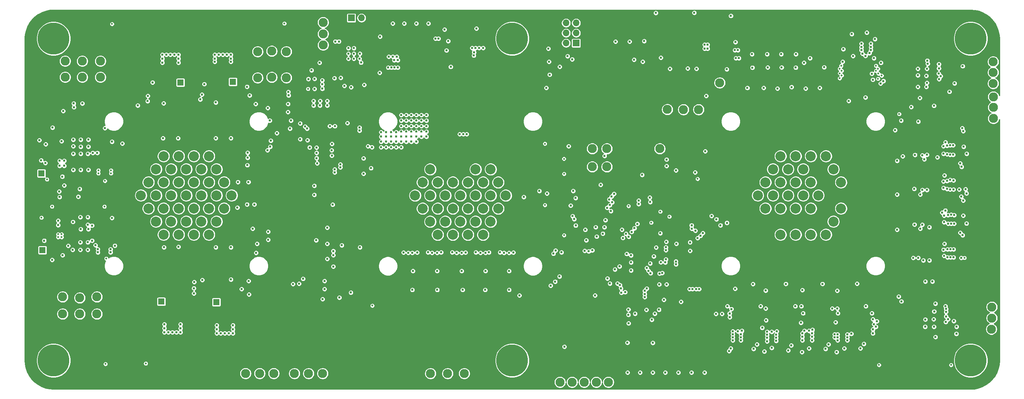
<source format=gbr>
G04 #@! TF.GenerationSoftware,KiCad,Pcbnew,(5.1.5-0-10_14)*
G04 #@! TF.CreationDate,2020-08-17T13:50:39-04:00*
G04 #@! TF.ProjectId,pressurization_series1,70726573-7375-4726-997a-6174696f6e5f,Rev 1*
G04 #@! TF.SameCoordinates,Original*
G04 #@! TF.FileFunction,Copper,L7,Inr*
G04 #@! TF.FilePolarity,Positive*
%FSLAX46Y46*%
G04 Gerber Fmt 4.6, Leading zero omitted, Abs format (unit mm)*
G04 Created by KiCad (PCBNEW (5.1.5-0-10_14)) date 2020-08-17 13:50:39*
%MOMM*%
%LPD*%
G04 APERTURE LIST*
%ADD10C,2.540000*%
%ADD11R,1.600000X1.600000*%
%ADD12C,1.600000*%
%ADD13C,2.286000*%
%ADD14C,8.000000*%
%ADD15R,1.700000X1.700000*%
%ADD16O,1.700000X1.700000*%
%ADD17C,0.609600*%
%ADD18C,0.508000*%
%ADD19C,0.254000*%
G04 APERTURE END LIST*
D10*
X69646800Y-89890600D03*
X65836800Y-89890600D03*
X62026800Y-89890600D03*
X58216800Y-89890600D03*
X60121800Y-93192600D03*
X67741800Y-93192600D03*
X63931800Y-93192600D03*
X56311800Y-93192600D03*
X71551800Y-93192600D03*
X69646800Y-96494600D03*
X65836800Y-96494600D03*
X58216800Y-96494600D03*
X62026800Y-96494600D03*
X73456800Y-96494600D03*
X54406800Y-96494600D03*
X63931800Y-106400600D03*
X60121800Y-106400600D03*
X62026800Y-109702600D03*
X54406800Y-103098600D03*
X56311800Y-106400600D03*
X58216800Y-109702600D03*
X58216800Y-103098600D03*
X62026800Y-103098600D03*
X65836800Y-109702600D03*
X67741800Y-106400600D03*
X65836800Y-103098600D03*
X71551800Y-106400600D03*
X69646800Y-109702600D03*
X69646800Y-103098600D03*
X73456800Y-103098600D03*
X71551800Y-99796600D03*
X67741800Y-99796600D03*
X63931800Y-99796600D03*
X60121800Y-99796600D03*
X56311800Y-99796600D03*
X75361800Y-99796600D03*
X52501800Y-99796600D03*
X138734800Y-89916000D03*
X134924800Y-89916000D03*
X131114800Y-89916000D03*
X127304800Y-89916000D03*
X129209800Y-93218000D03*
X136829800Y-93218000D03*
X133019800Y-93218000D03*
X125399800Y-93218000D03*
X140639800Y-93218000D03*
X138734800Y-96520000D03*
X134924800Y-96520000D03*
X127304800Y-96520000D03*
X131114800Y-96520000D03*
X142544800Y-96520000D03*
X123494800Y-96520000D03*
X133019800Y-106426000D03*
X129209800Y-106426000D03*
X131114800Y-109728000D03*
X123494800Y-103124000D03*
X125399800Y-106426000D03*
X127304800Y-109728000D03*
X127304800Y-103124000D03*
X131114800Y-103124000D03*
X134924800Y-109728000D03*
X136829800Y-106426000D03*
X134924800Y-103124000D03*
X140639800Y-106426000D03*
X138734800Y-109728000D03*
X138734800Y-103124000D03*
X142544800Y-103124000D03*
X140639800Y-99822000D03*
X136829800Y-99822000D03*
X133019800Y-99822000D03*
X129209800Y-99822000D03*
X125399800Y-99822000D03*
X144449800Y-99822000D03*
X121589800Y-99822000D03*
X225120200Y-89890600D03*
X221310200Y-89890600D03*
X217500200Y-89890600D03*
X213690200Y-89890600D03*
X215595200Y-93192600D03*
X223215200Y-93192600D03*
X219405200Y-93192600D03*
X211785200Y-93192600D03*
X227025200Y-93192600D03*
X225120200Y-96494600D03*
X221310200Y-96494600D03*
X213690200Y-96494600D03*
X217500200Y-96494600D03*
X228930200Y-96494600D03*
X209880200Y-96494600D03*
X219405200Y-106400600D03*
X215595200Y-106400600D03*
X217500200Y-109702600D03*
X209880200Y-103098600D03*
X211785200Y-106400600D03*
X213690200Y-109702600D03*
X213690200Y-103098600D03*
X217500200Y-103098600D03*
X221310200Y-109702600D03*
X223215200Y-106400600D03*
X221310200Y-103098600D03*
X227025200Y-106400600D03*
X225120200Y-109702600D03*
X225120200Y-103098600D03*
X228930200Y-103098600D03*
X227025200Y-99796600D03*
X223215200Y-99796600D03*
X219405200Y-99796600D03*
X215595200Y-99796600D03*
X211785200Y-99796600D03*
X230835200Y-99796600D03*
X207975200Y-99796600D03*
D11*
X62484000Y-71318000D03*
D12*
X62484000Y-67818000D03*
D13*
X89154000Y-70104000D03*
X85471000Y-69977000D03*
X81915000Y-70104000D03*
X89154000Y-63500000D03*
X85471000Y-63373000D03*
X81915000Y-63500000D03*
X98298000Y-144780000D03*
X94742000Y-144780000D03*
X91186000Y-144780000D03*
D11*
X75692000Y-71120000D03*
D12*
X75692000Y-67620000D03*
D11*
X57658000Y-126619000D03*
D12*
X57658000Y-130119000D03*
D13*
X129794000Y-144780000D03*
X198374000Y-71374000D03*
X183261000Y-88011000D03*
D14*
X261620000Y-60198000D03*
X146050000Y-60198000D03*
X30480000Y-141478000D03*
X146050000Y-141478000D03*
X261620000Y-141478000D03*
X30480000Y-60198000D03*
D12*
X27432000Y-96234000D03*
D11*
X27432000Y-94234000D03*
X27686000Y-113633000D03*
D12*
X27686000Y-115633000D03*
X71501000Y-130246000D03*
D11*
X71501000Y-126746000D03*
D13*
X98425000Y-59029600D03*
X98425000Y-56108600D03*
X98425000Y-61823600D03*
D15*
X162179000Y-61341000D03*
D16*
X159639000Y-61341000D03*
X162179000Y-58801000D03*
X159639000Y-58801000D03*
X162179000Y-56261000D03*
X159639000Y-56261000D03*
D15*
X105537000Y-54991000D03*
D16*
X108077000Y-54991000D03*
D13*
X267335000Y-80365600D03*
X267335000Y-74904600D03*
X267335000Y-77571600D03*
X193040000Y-78117700D03*
X185166000Y-78105000D03*
X189230000Y-78117700D03*
X133985000Y-144780000D03*
X125476000Y-144780000D03*
X170307000Y-146951700D03*
X164211000Y-146951700D03*
X167259000Y-146951700D03*
X161163000Y-146951700D03*
X158115000Y-146951700D03*
X33401000Y-65887600D03*
X37719000Y-65887600D03*
X42291000Y-65887600D03*
X33401000Y-69951600D03*
X37719000Y-69951600D03*
X42291000Y-69951600D03*
X32766000Y-125412500D03*
X37084000Y-125666500D03*
X41402000Y-125412500D03*
X41402000Y-129730500D03*
X37084000Y-129730500D03*
X32766000Y-129730500D03*
X78867000Y-144754600D03*
X82423000Y-144754600D03*
X85979000Y-144754600D03*
X267284200Y-68732400D03*
X266966700Y-130771900D03*
X267284200Y-66065400D03*
X266966700Y-127977900D03*
X267284200Y-71526400D03*
X266839700Y-133565900D03*
X166243000Y-88011000D03*
X169926000Y-88011000D03*
X166243000Y-92583000D03*
X169926000Y-92583000D03*
D17*
X133731000Y-84328000D03*
X132842000Y-84328000D03*
X134620000Y-84328000D03*
X99441000Y-77089000D03*
X96012000Y-77089000D03*
X99441000Y-75946000D03*
X96012000Y-75946000D03*
X250571000Y-71374000D03*
X248285000Y-72390000D03*
X250444000Y-72390000D03*
X250444000Y-69596000D03*
X248285000Y-69469000D03*
X248285000Y-67818000D03*
X250571000Y-67818000D03*
X252412500Y-129095500D03*
X250190000Y-131127500D03*
X252285500Y-131064000D03*
X252349000Y-132969000D03*
X250126500Y-132969000D03*
X35433000Y-85725000D03*
X35433000Y-87376000D03*
X35433000Y-89281000D03*
X35433000Y-93345000D03*
X37338000Y-89281000D03*
X37338000Y-87503000D03*
X37338000Y-85725000D03*
X39243000Y-85725000D03*
X39243000Y-87503000D03*
X39116000Y-89281000D03*
X37338000Y-93345000D03*
X34163000Y-112522000D03*
X35306000Y-113538000D03*
X37211000Y-105283000D03*
X37211000Y-111633000D03*
X37211000Y-113538000D03*
X39116000Y-113538000D03*
X39116000Y-111633000D03*
X39243000Y-108331000D03*
X39116000Y-107188000D03*
X39116000Y-105283000D03*
X39243000Y-93345000D03*
X201168000Y-138430000D03*
X259207000Y-115570000D03*
X206883000Y-138557000D03*
X211455000Y-138303000D03*
X215646000Y-138938000D03*
X220853000Y-138430000D03*
X225044000Y-138557000D03*
X229743000Y-138430000D03*
X233807000Y-138430000D03*
X259715000Y-101092000D03*
X259588000Y-109855000D03*
X259715000Y-104902000D03*
X259334000Y-92583000D03*
X259842000Y-87503000D03*
X259715000Y-83566000D03*
X237490000Y-60325000D03*
X231648000Y-59055000D03*
X130937000Y-114173000D03*
X118681500Y-114236500D03*
X124841000Y-114173000D03*
X136906000Y-114173000D03*
X143002000Y-114173000D03*
D18*
X159131000Y-94361000D03*
X159131000Y-109855000D03*
D17*
X77851000Y-123444000D03*
D18*
X28829000Y-95758000D03*
D17*
X220040300Y-72821700D03*
X205333600Y-72669400D03*
X209423000Y-72644000D03*
X212928300Y-72821700D03*
X216484300Y-72440700D03*
X249428000Y-89662000D03*
X249428000Y-98425000D03*
X249428000Y-107188000D03*
X248412000Y-115570000D03*
X30099000Y-116078000D03*
X109728000Y-87376000D03*
X110490000Y-92913200D03*
X135940800Y-62560200D03*
X104775000Y-65278000D03*
X106172000Y-65278000D03*
X107569000Y-65278000D03*
X104775000Y-64008000D03*
X106172000Y-64008000D03*
X107696000Y-64008000D03*
X104775000Y-62611000D03*
X106172000Y-62611000D03*
X136829800Y-62560200D03*
X137718800Y-62560200D03*
X138734800Y-62560200D03*
X35369500Y-106489500D03*
X37338000Y-108331000D03*
X255395405Y-129220654D03*
X253595300Y-67714700D03*
X184912000Y-111506000D03*
X182321000Y-112954000D03*
X184658000Y-116713000D03*
X187315356Y-116468644D03*
X183896000Y-119380000D03*
X99441000Y-107950000D03*
X99441000Y-112014000D03*
X99441000Y-115824000D03*
X172593000Y-122047000D03*
X170053000Y-120777000D03*
X96266000Y-70358000D03*
X184988000Y-92380000D03*
X209931000Y-128371590D03*
X227965000Y-128371590D03*
X190881000Y-113792000D03*
X218948000Y-127787410D03*
X191947000Y-53671000D03*
X201185000Y-54466000D03*
X182245000Y-53721000D03*
D18*
X183388000Y-103886000D03*
X181102000Y-106680000D03*
D17*
X97663000Y-75946000D03*
X97613400Y-77089000D03*
X258724400Y-98298000D03*
X260553200Y-99288600D03*
X65852000Y-123251000D03*
X67879000Y-74356000D03*
X54229000Y-74676000D03*
D18*
X27432000Y-105410000D03*
X30099000Y-102616000D03*
X43307000Y-102616000D03*
X43434000Y-96139000D03*
D17*
X31877000Y-98806000D03*
X26898600Y-85852000D03*
X30226000Y-82677000D03*
X43434000Y-82804000D03*
X35626000Y-77531000D03*
X115951000Y-56388000D03*
X118872000Y-56388000D03*
X121920000Y-56388000D03*
X124968000Y-56388000D03*
X178308000Y-144526000D03*
X181483000Y-144526000D03*
X184658000Y-144526000D03*
X187960000Y-144526000D03*
X191262000Y-144526000D03*
X194564000Y-144526000D03*
X169545000Y-106045000D03*
X158038800Y-67310000D03*
X155499000Y-69316400D03*
X223596300Y-72644010D03*
X136398000Y-64465200D03*
X129493022Y-63191378D03*
D18*
X43764200Y-115747800D03*
D17*
X112649000Y-68834000D03*
X236717345Y-69062590D03*
X174752000Y-109474000D03*
X175133000Y-144526000D03*
X137033000Y-57658000D03*
X185801000Y-67818000D03*
X190313000Y-67751000D03*
X161290000Y-105029000D03*
X129032000Y-57912000D03*
X172085000Y-60960000D03*
X175641000Y-60960000D03*
X200152000Y-67945000D03*
X104521000Y-81534000D03*
X184277000Y-126174500D03*
X179895500Y-128714500D03*
X188595000Y-126682500D03*
X258000500Y-134747000D03*
D18*
X238506000Y-142621000D03*
X256667000Y-142621000D03*
X53721000Y-142240000D03*
X43561000Y-142367000D03*
X45212000Y-56515000D03*
X88646000Y-56388000D03*
D17*
X200279000Y-127787400D03*
X247396000Y-98153703D03*
X122110500Y-114236500D03*
X128143000Y-114173000D03*
X140208000Y-114173000D03*
X134302500Y-114236500D03*
X146367500Y-114236500D03*
D18*
X159118300Y-90563700D03*
X154305000Y-86753700D03*
X154305000Y-102235000D03*
D17*
X79629000Y-121412000D03*
X247142000Y-115570000D03*
X110744000Y-87630000D03*
X114935000Y-64770000D03*
X115951000Y-64770000D03*
X116967000Y-64770000D03*
X114808000Y-67513200D03*
X117221000Y-67513200D03*
X116332000Y-65659000D03*
X112776000Y-59690000D03*
X255414459Y-128484298D03*
X255312339Y-131769537D03*
X253619000Y-70459603D03*
X253600500Y-66656500D03*
X181483000Y-137033000D03*
X190872000Y-111642000D03*
X187452000Y-112014000D03*
X184785000Y-115951000D03*
X187326714Y-117205158D03*
X183504247Y-116662342D03*
X183173702Y-119524459D03*
X170688000Y-122047000D03*
X94691000Y-70409000D03*
X98216600Y-72852400D03*
X194691000Y-88646000D03*
X184975500Y-90741500D03*
X202311000Y-61087000D03*
X183515000Y-65024000D03*
X179324000Y-60833000D03*
X247573800Y-89560400D03*
X247472200Y-107162600D03*
D18*
X185674000Y-105156000D03*
D17*
X65913000Y-121666000D03*
X67437000Y-75565000D03*
X54189000Y-75986000D03*
X32004000Y-100203000D03*
X32893000Y-78486000D03*
X115620800Y-67513200D03*
X116433600Y-67513200D03*
X117221000Y-65659000D03*
X170942000Y-103759000D03*
X130581400Y-67335400D03*
X100838000Y-102133400D03*
X236956600Y-70586600D03*
X161671000Y-105791000D03*
X192513000Y-67837000D03*
X202247500Y-123380500D03*
X209931000Y-123825000D03*
X219202000Y-123698000D03*
X227965000Y-123888500D03*
X169291000Y-107823000D03*
X173228000Y-122428000D03*
X184785000Y-113639603D03*
X195326000Y-61722000D03*
X194564000Y-61722000D03*
X202946000Y-63119000D03*
X202184000Y-63119000D03*
X101475542Y-60934600D03*
X93853000Y-82423000D03*
X94361000Y-82931000D03*
X102387400Y-60934600D03*
X101346000Y-93980000D03*
X101346000Y-93218000D03*
X107975396Y-66243200D03*
X101269800Y-70205600D03*
X256260600Y-73609200D03*
X154660600Y-72644000D03*
X159207200Y-137998200D03*
X258064000Y-132969000D03*
X129921000Y-60833000D03*
X195326000Y-62738000D03*
X194564000Y-62738000D03*
X203200000Y-65151000D03*
X202438000Y-65151000D03*
X126746000Y-60198000D03*
X127508000Y-60198000D03*
X102743000Y-91948000D03*
X102743000Y-92710000D03*
X107569000Y-82677000D03*
X107569000Y-83439000D03*
X155194000Y-62738000D03*
X155321000Y-66040000D03*
X124460000Y-80899000D03*
X124460000Y-82296000D03*
X124460000Y-79502000D03*
X58928000Y-64262000D03*
X61976000Y-64262000D03*
X57912000Y-65278000D03*
X60960000Y-64262000D03*
X57912000Y-66294000D03*
X61976000Y-66294000D03*
X61976000Y-65278000D03*
X57912000Y-64262000D03*
X59944000Y-64262000D03*
X72136000Y-64262000D03*
X75184000Y-64262000D03*
X71120000Y-65278000D03*
X74168000Y-64262000D03*
X71120000Y-66040000D03*
X75184000Y-66040000D03*
X75184000Y-65278000D03*
X71120000Y-64262000D03*
X73152000Y-64262000D03*
X121920000Y-80899000D03*
X121920000Y-82296000D03*
X121920000Y-79502000D03*
X123190000Y-80899000D03*
X123190000Y-82296000D03*
X123190000Y-79502000D03*
X221615000Y-134620000D03*
X221615000Y-135509000D03*
X221615000Y-136398000D03*
X219202000Y-134620000D03*
X219202000Y-136398000D03*
X114300000Y-83820000D03*
X256542200Y-113413200D03*
X256540000Y-115443000D03*
X257302000Y-115443000D03*
X255778000Y-115443000D03*
X257302000Y-113411000D03*
X255778000Y-113411000D03*
X256667000Y-104648000D03*
X256667000Y-106934000D03*
X257429000Y-106934000D03*
X255905000Y-106934000D03*
X255905000Y-104775000D03*
X257429000Y-104775000D03*
X256413000Y-95885000D03*
X256413000Y-98298000D03*
X257302000Y-98298000D03*
X257302000Y-96012000D03*
X255651000Y-96139000D03*
X255651000Y-98171000D03*
X256439200Y-87148200D03*
X256413000Y-89535000D03*
X257175000Y-87122000D03*
X257175000Y-89535000D03*
X255651000Y-89408000D03*
X255651000Y-87249000D03*
X236474000Y-62357000D03*
X234061000Y-62357000D03*
X236474000Y-61468000D03*
X236474000Y-63119000D03*
X234061000Y-61468000D03*
X234061000Y-63119000D03*
X41656000Y-113411000D03*
X41656000Y-114173000D03*
X44831000Y-113411000D03*
X203708000Y-134874000D03*
X203708000Y-135636000D03*
X203708000Y-136398000D03*
X201676000Y-136398000D03*
X201676000Y-135636000D03*
X201676000Y-134874000D03*
X212598000Y-135001000D03*
X212598000Y-135763000D03*
X212598000Y-136525000D03*
X219202000Y-135509000D03*
X230505000Y-134874000D03*
X230505000Y-135636000D03*
X228092000Y-134874000D03*
X228092000Y-135636000D03*
X228092000Y-136398000D03*
X210312000Y-135001000D03*
X210312000Y-135763000D03*
X210312000Y-136652000D03*
X115570000Y-83820000D03*
X116840000Y-83820000D03*
X118110000Y-83693000D03*
X119380000Y-83693000D03*
X120650000Y-83693000D03*
X121920000Y-83693000D03*
X123190000Y-83693000D03*
X124460000Y-83693000D03*
X118110000Y-79502000D03*
X114300000Y-86233000D03*
X115570000Y-86233000D03*
X116840000Y-86233000D03*
X118110000Y-86233000D03*
X119380000Y-86233000D03*
X120650000Y-86233000D03*
X121920000Y-86233000D03*
X118110000Y-80899000D03*
X118110000Y-82296000D03*
X118110000Y-84963000D03*
X116840000Y-84963000D03*
X115570000Y-84963000D03*
X114300000Y-84963000D03*
X119380000Y-79502000D03*
X119380000Y-80899000D03*
X119380000Y-82296000D03*
X120650000Y-80899000D03*
X120650000Y-82296000D03*
X113030000Y-83820000D03*
X113030000Y-86233000D03*
X113030000Y-87630000D03*
X114300000Y-87630000D03*
X115570000Y-87630000D03*
X116840000Y-87630000D03*
X118110000Y-87630000D03*
X123190000Y-84963000D03*
X120650000Y-79502000D03*
X119380000Y-84963000D03*
X120650000Y-84963000D03*
X121920000Y-84963000D03*
X113030000Y-84963000D03*
X44831000Y-114173000D03*
D18*
X41783000Y-94234000D03*
X41783000Y-93472000D03*
X44958000Y-93472000D03*
X44958000Y-94234000D03*
D17*
X175107600Y-137007600D03*
X201676000Y-134112000D03*
X202946000Y-134112000D03*
X210312000Y-134239000D03*
X211455000Y-134239000D03*
X219710000Y-133985000D03*
X220853000Y-133985000D03*
X230505000Y-136398000D03*
X227330000Y-135636000D03*
X227330000Y-134874000D03*
X254762000Y-113512600D03*
X254889000Y-115062000D03*
X254889000Y-104902000D03*
X254889000Y-106553000D03*
X254762000Y-96266000D03*
X254762000Y-97917000D03*
X254762000Y-87376000D03*
X254762000Y-89281000D03*
X234315000Y-64008000D03*
X236093000Y-63881000D03*
X72644000Y-134620000D03*
X73660000Y-134620000D03*
X74676000Y-134620000D03*
X75692000Y-134620000D03*
X71628000Y-134620000D03*
X71628000Y-133604000D03*
X75692000Y-133604000D03*
X75692000Y-132588000D03*
X71628000Y-132588000D03*
X60452000Y-134366000D03*
X61468000Y-134366000D03*
X59436000Y-134366000D03*
X62484000Y-134366000D03*
X58420000Y-134366000D03*
X58420000Y-133350000D03*
X58420000Y-132334000D03*
X62484000Y-133350000D03*
X62484000Y-132334000D03*
X124460000Y-84963000D03*
X133731000Y-85852000D03*
X132842000Y-85852000D03*
X134620000Y-85852000D03*
X36830000Y-71882000D03*
X38354000Y-71882000D03*
X36830000Y-74422000D03*
X38354000Y-74422000D03*
X38354000Y-73152000D03*
X216408000Y-124079000D03*
X234315000Y-123571000D03*
X244475000Y-109474000D03*
X245491000Y-109220000D03*
X245999000Y-100711000D03*
X244221000Y-100711000D03*
X245313200Y-91998800D03*
X244094000Y-93599000D03*
X244221000Y-83058000D03*
X244221000Y-85725000D03*
X67945000Y-119126000D03*
X67945000Y-120015000D03*
X67310000Y-118237000D03*
X66548000Y-119126000D03*
X65405000Y-119126000D03*
X65405000Y-120015000D03*
X66548000Y-120015000D03*
X66040000Y-118237000D03*
X65405000Y-113792000D03*
X66675000Y-113792000D03*
X65405000Y-114681000D03*
X66040000Y-115570000D03*
X67945000Y-113792000D03*
X66675000Y-114681000D03*
X67310000Y-115570000D03*
X67945000Y-114681000D03*
X78613000Y-118745000D03*
X78613000Y-120015000D03*
X79756000Y-120015000D03*
X79756000Y-118745000D03*
X78613000Y-113665000D03*
X79756000Y-113665000D03*
X79756000Y-114935000D03*
X78613000Y-114935000D03*
X53213000Y-113665000D03*
X53213000Y-114935000D03*
X54356000Y-120142000D03*
X53213000Y-120142000D03*
X53213000Y-118745000D03*
X66040000Y-116840000D03*
X79121000Y-116840000D03*
X53594000Y-116840000D03*
X111252000Y-96012000D03*
X208280000Y-123571000D03*
X225679000Y-123634500D03*
X229489000Y-72644000D03*
X229463600Y-73761600D03*
X65278000Y-83566000D03*
X65278000Y-84582000D03*
X66675000Y-83566000D03*
X66675000Y-84582000D03*
X67945000Y-83566000D03*
X67945000Y-84709000D03*
X65786000Y-82550000D03*
X67310000Y-82550000D03*
X65786000Y-80010000D03*
X67310000Y-80010000D03*
X65278000Y-78232000D03*
X65278000Y-79121000D03*
X66548000Y-78232000D03*
X66548000Y-79121000D03*
X67818000Y-78232000D03*
X67818000Y-79121000D03*
X78486000Y-83693000D03*
X78486000Y-84836000D03*
X79502000Y-84836000D03*
X79502000Y-83693000D03*
X79248000Y-81407000D03*
X78613000Y-78105000D03*
X78613000Y-79248000D03*
X79502000Y-79248000D03*
X79502000Y-78105000D03*
X54610000Y-84582000D03*
X53594000Y-84582000D03*
X53594000Y-83693000D03*
X54610000Y-83693000D03*
X53594000Y-78105000D03*
X54610000Y-78105000D03*
X54610000Y-79121000D03*
X53594000Y-79121000D03*
X53975000Y-81280000D03*
X46482000Y-97282000D03*
X46482000Y-95758000D03*
X49022000Y-97282000D03*
X49022000Y-95758000D03*
X47752000Y-95758000D03*
X54356000Y-113665000D03*
X54356000Y-118745000D03*
X54356000Y-114935000D03*
X205486000Y-123380500D03*
X213677500Y-123571000D03*
X223012000Y-122478810D03*
X231965500Y-122478810D03*
X67310000Y-116840000D03*
X65786000Y-81280000D03*
X67310000Y-81280000D03*
X230886000Y-75946000D03*
X206756000Y-122174000D03*
X215011000Y-122148590D03*
X224271000Y-122148590D03*
X243078000Y-108458000D03*
X243078000Y-99568000D03*
X243078000Y-91059000D03*
X242570000Y-83312000D03*
X232994000Y-122098000D03*
X32512000Y-86106000D03*
X156464000Y-114503200D03*
X41503600Y-89052400D03*
X85090002Y-87502998D03*
X156997400Y-113715800D03*
X47828200Y-86690190D03*
X85217000Y-85979000D03*
X158496000Y-114173000D03*
X32689800Y-95046800D03*
X27355800Y-90957400D03*
X31623000Y-106172000D03*
X171121636Y-100096443D03*
X40208200Y-111226602D03*
X171729400Y-99390200D03*
X40182800Y-107416600D03*
X170535600Y-100812600D03*
D18*
X175387000Y-102489000D03*
D17*
X41021000Y-112369600D03*
X28117800Y-111226600D03*
X178816000Y-94615000D03*
X170002200Y-102920800D03*
X168351200Y-97129600D03*
X169341800Y-89839800D03*
X167106600Y-107823000D03*
X160299400Y-87376000D03*
X175437800Y-110236000D03*
X176022000Y-118745000D03*
D18*
X192786000Y-95631000D03*
D17*
X194945000Y-74676000D03*
X192151000Y-93980000D03*
X176022000Y-116713000D03*
X187325000Y-93472000D03*
X176022000Y-114935000D03*
X210439000Y-67487800D03*
X210312000Y-64135000D03*
X213969600Y-67487800D03*
X213868000Y-64135000D03*
X206603600Y-67538600D03*
X206502000Y-64135000D03*
X219583000Y-66294000D03*
X221107000Y-65151000D03*
X217525600Y-67513200D03*
X217551000Y-64135000D03*
X224688400Y-67436998D03*
D18*
X31623000Y-109601000D03*
X32512000Y-109601000D03*
X31623000Y-110363000D03*
X32512000Y-110363000D03*
D17*
X32004000Y-91059000D03*
X33147000Y-91059000D03*
X33147000Y-92329000D03*
X32004000Y-92329000D03*
X96901000Y-91694000D03*
X96748600Y-87706200D03*
X79375000Y-89027000D03*
X96774000Y-90398600D03*
X79298800Y-92151200D03*
X96774000Y-89052400D03*
X79375000Y-90297000D03*
X173736000Y-108458000D03*
X162052000Y-100457000D03*
X154813000Y-99314000D03*
X133350000Y-114300000D03*
X132080000Y-114300000D03*
X145288000Y-114300000D03*
X119888000Y-114300000D03*
X144018000Y-114300000D03*
X120904000Y-114300000D03*
X138049000Y-114300000D03*
X125857000Y-114300000D03*
X127127000Y-114300000D03*
X139319000Y-114300000D03*
X183388000Y-109347000D03*
X161417000Y-98679000D03*
X152908000Y-98679000D03*
X173964600Y-110540800D03*
X160807400Y-102362000D03*
X148971000Y-100203000D03*
X184785000Y-112903000D03*
X229489000Y-62865000D03*
X231978200Y-64617600D03*
X229362000Y-66040000D03*
X207772000Y-137414000D03*
X203962000Y-133985000D03*
X208661000Y-127787410D03*
X216408000Y-137668000D03*
X212725000Y-134112000D03*
X217424000Y-127787410D03*
X225806000Y-137414000D03*
X221742000Y-133731000D03*
X226695000Y-128371590D03*
X234696000Y-137287000D03*
X248920000Y-108204000D03*
X255016000Y-112014000D03*
X258953000Y-109220000D03*
X248920000Y-99568000D03*
X255219200Y-103606600D03*
X259207000Y-100076000D03*
X249936000Y-90678000D03*
X255016000Y-94742000D03*
X258953000Y-91694000D03*
X255270000Y-86360000D03*
X248412000Y-81153000D03*
X259461000Y-82804000D03*
X231521000Y-134747000D03*
X235204000Y-127787410D03*
X255905000Y-131064000D03*
X98171000Y-71755000D03*
X254075128Y-69673272D03*
X183057810Y-128651000D03*
X257556000Y-71501000D03*
X257344567Y-131529433D03*
X96266000Y-72898000D03*
X181228996Y-131191000D03*
X171958000Y-118491000D03*
X173101000Y-117729000D03*
X193167000Y-123444000D03*
X192405000Y-123444000D03*
X191516000Y-123444000D03*
X190754000Y-123444000D03*
X108585000Y-94310200D03*
X108762800Y-71882000D03*
X101371400Y-82321400D03*
X238887000Y-71551800D03*
X178943000Y-66040000D03*
X160020000Y-64643000D03*
X235432600Y-58699400D03*
X235077000Y-64579500D03*
X196291200Y-104978200D03*
X235077000Y-75057010D03*
X237236000Y-65151000D03*
X239014000Y-66319400D03*
X200710800Y-139090400D03*
X192786000Y-110591600D03*
X197421500Y-129730500D03*
X236982000Y-134645400D03*
X209067400Y-133223000D03*
X209626200Y-139217400D03*
X193522600Y-110007400D03*
X198945500Y-129730500D03*
X237744000Y-132969000D03*
X218821000Y-131953000D03*
X219075000Y-139344400D03*
X194106800Y-109321600D03*
X200914000Y-130556000D03*
X237998000Y-131572000D03*
X227584000Y-131826000D03*
D18*
X260045200Y-115570000D03*
D17*
X191296278Y-108212878D03*
X251206000Y-116205000D03*
X249682000Y-116205000D03*
X260553200Y-106883200D03*
X191287400Y-107340400D03*
X198551800Y-107340400D03*
X254381000Y-104140000D03*
X250190000Y-121539000D03*
X260299200Y-98221800D03*
X200177400Y-106730800D03*
D18*
X243586000Y-79248000D03*
D17*
X253238000Y-90170000D03*
X260604200Y-89280800D03*
X197535800Y-105816400D03*
X244475000Y-89916000D03*
X192227200Y-108712000D03*
X227838000Y-139344400D03*
X200850500Y-129603500D03*
X93345000Y-120853200D03*
X71374000Y-112903000D03*
X92329000Y-122097800D03*
X75184000Y-112903000D03*
X90830400Y-122174000D03*
X75184000Y-121031000D03*
X108585000Y-90449400D03*
X244157500Y-126555500D03*
X177038000Y-129667000D03*
X259600700Y-67170300D03*
X181991000Y-129667000D03*
X103759000Y-72136000D03*
X98171000Y-70739000D03*
X255270000Y-127762000D03*
D18*
X94615000Y-72898000D03*
D17*
X120904000Y-123647200D03*
X145288000Y-123647200D03*
X139242800Y-123647200D03*
X127177800Y-123647200D03*
X133578600Y-123647200D03*
X147904200Y-125069600D03*
X166954200Y-125069600D03*
X40386000Y-89052400D03*
X100609400Y-89763600D03*
X84404200Y-88392000D03*
X45212000Y-86233000D03*
X100584000Y-88392000D03*
X28397200Y-91617800D03*
X100660200Y-86791800D03*
X45923200Y-112496600D03*
X162077400Y-107391200D03*
X167360600Y-110185200D03*
X45212000Y-105486200D03*
X164490400Y-108483400D03*
X32766000Y-114909600D03*
X184986240Y-122275600D03*
X253568200Y-69037200D03*
X255394100Y-130368400D03*
X179451000Y-124714000D03*
X97536000Y-66294000D03*
X177622200Y-106984800D03*
X183134000Y-122275600D03*
X250672600Y-65760600D03*
X252730000Y-127127000D03*
X179451000Y-123888500D03*
X95504000Y-68199000D03*
X176885600Y-108077000D03*
X179984400Y-123317000D03*
X252349000Y-77165200D03*
X252734100Y-135568400D03*
X179451000Y-125476000D03*
X243459000Y-125349000D03*
X102870000Y-70104000D03*
X176174402Y-109016800D03*
X180848000Y-101475030D03*
X180721000Y-100330000D03*
X177927000Y-101981000D03*
X177927000Y-101092000D03*
X175388017Y-132106417D03*
X121031000Y-118897400D03*
X175348900Y-129933700D03*
X127127000Y-118897400D03*
X133350000Y-118897400D03*
X175361600Y-128600200D03*
X139319000Y-118897400D03*
X173583600Y-124358400D03*
X173482000Y-123291600D03*
X145288000Y-118897400D03*
X174929800Y-114579400D03*
X105486200Y-72491604D03*
X100101493Y-82283553D03*
X239623600Y-70916800D03*
X176784000Y-65532000D03*
X161188400Y-65430400D03*
X236982000Y-133629400D03*
X201295000Y-128498600D03*
X210058000Y-131318000D03*
X237236000Y-132334000D03*
X236982000Y-131064000D03*
X219375398Y-129565410D03*
X251206000Y-107823000D03*
X251968000Y-121539000D03*
X244094000Y-80899000D03*
X250571000Y-98425000D03*
X246634000Y-77470000D03*
X250571000Y-89535000D03*
X228145582Y-129565410D03*
X236728000Y-129565410D03*
X92633800Y-81610200D03*
X51689000Y-77089000D03*
X36703000Y-100126800D03*
X92633800Y-85598000D03*
X136448800Y-63652400D03*
X28511492Y-86868000D03*
X31623000Y-107315000D03*
X250799600Y-66548000D03*
X37719000Y-76581000D03*
X37084000Y-98171000D03*
D18*
X238252000Y-70358000D03*
X228600000Y-70231000D03*
X239191800Y-69545200D03*
X229108000Y-69494390D03*
X228612326Y-68973326D03*
X238353600Y-69037200D03*
X237744000Y-68326000D03*
X229094467Y-68314880D03*
X238252000Y-67818000D03*
X228600000Y-67818000D03*
X228981000Y-67056000D03*
X237744000Y-67056000D03*
D17*
X248793000Y-75184000D03*
X174523400Y-124231400D03*
X35560000Y-76581000D03*
X33147000Y-97282000D03*
X96189800Y-97383600D03*
X96189800Y-99669600D03*
X79603600Y-96418400D03*
X76962000Y-96418400D03*
X76809600Y-102870000D03*
X81788000Y-112014000D03*
X81534000Y-114300000D03*
X84582000Y-108966000D03*
X84582000Y-110998000D03*
X80645000Y-108204000D03*
X180949600Y-119430800D03*
X155778200Y-122580400D03*
X100990400Y-117754400D03*
X180441600Y-118872000D03*
X156895800Y-121564400D03*
X100965000Y-114909600D03*
X179959000Y-118135400D03*
X157988000Y-120269000D03*
X100965000Y-113842800D03*
X166243000Y-113665000D03*
X96647000Y-111125000D03*
X165354000Y-113919000D03*
X103124000Y-112395000D03*
X164338000Y-113792000D03*
X107696000Y-112903000D03*
X58293000Y-112903000D03*
X164719000Y-111125000D03*
X105410000Y-124333000D03*
X61976000Y-112776000D03*
X168910000Y-109448600D03*
X102489000Y-125603000D03*
X67945000Y-121158000D03*
X98298000Y-125984000D03*
X181737000Y-115189000D03*
X75184000Y-85344000D03*
X86741000Y-84074000D03*
X90043000Y-82931000D03*
X71374000Y-85344000D03*
X84963000Y-80899000D03*
X90297000Y-80899000D03*
X79883000Y-74549000D03*
X71374000Y-76327000D03*
X89712800Y-74549000D03*
X61849000Y-85369400D03*
X84455000Y-77724000D03*
X89560400Y-78740000D03*
X58039000Y-85369400D03*
X81407000Y-76708000D03*
X89585800Y-76708000D03*
X79248000Y-72364600D03*
X58216800Y-76555600D03*
X89662000Y-73660000D03*
X170688000Y-102235000D03*
X98755200Y-121412000D03*
X171272200Y-101549200D03*
X98755200Y-123444000D03*
X180848000Y-116967000D03*
D18*
X110820200Y-127635000D03*
D17*
X79730600Y-124790200D03*
X95021400Y-87680800D03*
X81102200Y-102082600D03*
X65862200Y-124561600D03*
X79248000Y-102082600D03*
X94488000Y-85852000D03*
X55448200Y-71272400D03*
X68465700Y-71691500D03*
D19*
G36*
X262661232Y-53060617D02*
G01*
X263680653Y-53285685D01*
X264656903Y-53655553D01*
X265569539Y-54162477D01*
X266399435Y-54795834D01*
X267129209Y-55542357D01*
X267743575Y-56386410D01*
X268229662Y-57310307D01*
X268577290Y-58294709D01*
X268779616Y-59321230D01*
X268834000Y-60210408D01*
X268834000Y-74628816D01*
X268800434Y-74460066D01*
X268685551Y-74182715D01*
X268518768Y-73933107D01*
X268306493Y-73720832D01*
X268056885Y-73554049D01*
X267779534Y-73439166D01*
X267485101Y-73380600D01*
X267184899Y-73380600D01*
X266890466Y-73439166D01*
X266613115Y-73554049D01*
X266363507Y-73720832D01*
X266151232Y-73933107D01*
X265984449Y-74182715D01*
X265869566Y-74460066D01*
X265811000Y-74754499D01*
X265811000Y-75054701D01*
X265869566Y-75349134D01*
X265984449Y-75626485D01*
X266151232Y-75876093D01*
X266363507Y-76088368D01*
X266587596Y-76238100D01*
X266363507Y-76387832D01*
X266151232Y-76600107D01*
X265984449Y-76849715D01*
X265869566Y-77127066D01*
X265811000Y-77421499D01*
X265811000Y-77721701D01*
X265869566Y-78016134D01*
X265984449Y-78293485D01*
X266151232Y-78543093D01*
X266363507Y-78755368D01*
X266613115Y-78922151D01*
X266725252Y-78968600D01*
X266613115Y-79015049D01*
X266363507Y-79181832D01*
X266151232Y-79394107D01*
X265984449Y-79643715D01*
X265869566Y-79921066D01*
X265811000Y-80215499D01*
X265811000Y-80515701D01*
X265869566Y-80810134D01*
X265984449Y-81087485D01*
X266151232Y-81337093D01*
X266363507Y-81549368D01*
X266613115Y-81716151D01*
X266890466Y-81831034D01*
X267184899Y-81889600D01*
X267485101Y-81889600D01*
X267779534Y-81831034D01*
X268056885Y-81716151D01*
X268306493Y-81549368D01*
X268518768Y-81337093D01*
X268685551Y-81087485D01*
X268800434Y-80810134D01*
X268834000Y-80641384D01*
X268834001Y-141463283D01*
X268757384Y-142519225D01*
X268532316Y-143538650D01*
X268162447Y-144514903D01*
X267655523Y-145427539D01*
X267022170Y-146257431D01*
X266275643Y-146987209D01*
X265431588Y-147601577D01*
X264507687Y-148087664D01*
X263523298Y-148435288D01*
X262496771Y-148637616D01*
X261607591Y-148692000D01*
X30494703Y-148692000D01*
X29438775Y-148615384D01*
X28419350Y-148390316D01*
X27443097Y-148020447D01*
X26530461Y-147513523D01*
X25700569Y-146880170D01*
X25623761Y-146801599D01*
X156591000Y-146801599D01*
X156591000Y-147101801D01*
X156649566Y-147396234D01*
X156764449Y-147673585D01*
X156931232Y-147923193D01*
X157143507Y-148135468D01*
X157393115Y-148302251D01*
X157670466Y-148417134D01*
X157964899Y-148475700D01*
X158265101Y-148475700D01*
X158559534Y-148417134D01*
X158836885Y-148302251D01*
X159086493Y-148135468D01*
X159298768Y-147923193D01*
X159465551Y-147673585D01*
X159580434Y-147396234D01*
X159639000Y-147101801D01*
X159697566Y-147396234D01*
X159812449Y-147673585D01*
X159979232Y-147923193D01*
X160191507Y-148135468D01*
X160441115Y-148302251D01*
X160718466Y-148417134D01*
X161012899Y-148475700D01*
X161313101Y-148475700D01*
X161607534Y-148417134D01*
X161884885Y-148302251D01*
X162134493Y-148135468D01*
X162346768Y-147923193D01*
X162513551Y-147673585D01*
X162628434Y-147396234D01*
X162687000Y-147101801D01*
X162745566Y-147396234D01*
X162860449Y-147673585D01*
X163027232Y-147923193D01*
X163239507Y-148135468D01*
X163489115Y-148302251D01*
X163766466Y-148417134D01*
X164060899Y-148475700D01*
X164361101Y-148475700D01*
X164655534Y-148417134D01*
X164932885Y-148302251D01*
X165182493Y-148135468D01*
X165394768Y-147923193D01*
X165561551Y-147673585D01*
X165676434Y-147396234D01*
X165735000Y-147101801D01*
X165793566Y-147396234D01*
X165908449Y-147673585D01*
X166075232Y-147923193D01*
X166287507Y-148135468D01*
X166537115Y-148302251D01*
X166814466Y-148417134D01*
X167108899Y-148475700D01*
X167409101Y-148475700D01*
X167703534Y-148417134D01*
X167980885Y-148302251D01*
X168230493Y-148135468D01*
X168442768Y-147923193D01*
X168609551Y-147673585D01*
X168724434Y-147396234D01*
X168783000Y-147101801D01*
X168841566Y-147396234D01*
X168956449Y-147673585D01*
X169123232Y-147923193D01*
X169335507Y-148135468D01*
X169585115Y-148302251D01*
X169862466Y-148417134D01*
X170156899Y-148475700D01*
X170457101Y-148475700D01*
X170751534Y-148417134D01*
X171028885Y-148302251D01*
X171278493Y-148135468D01*
X171490768Y-147923193D01*
X171657551Y-147673585D01*
X171772434Y-147396234D01*
X171831000Y-147101801D01*
X171831000Y-146801599D01*
X171772434Y-146507166D01*
X171657551Y-146229815D01*
X171490768Y-145980207D01*
X171278493Y-145767932D01*
X171028885Y-145601149D01*
X170751534Y-145486266D01*
X170457101Y-145427700D01*
X170156899Y-145427700D01*
X169862466Y-145486266D01*
X169585115Y-145601149D01*
X169335507Y-145767932D01*
X169123232Y-145980207D01*
X168956449Y-146229815D01*
X168841566Y-146507166D01*
X168783000Y-146801599D01*
X168724434Y-146507166D01*
X168609551Y-146229815D01*
X168442768Y-145980207D01*
X168230493Y-145767932D01*
X167980885Y-145601149D01*
X167703534Y-145486266D01*
X167409101Y-145427700D01*
X167108899Y-145427700D01*
X166814466Y-145486266D01*
X166537115Y-145601149D01*
X166287507Y-145767932D01*
X166075232Y-145980207D01*
X165908449Y-146229815D01*
X165793566Y-146507166D01*
X165735000Y-146801599D01*
X165676434Y-146507166D01*
X165561551Y-146229815D01*
X165394768Y-145980207D01*
X165182493Y-145767932D01*
X164932885Y-145601149D01*
X164655534Y-145486266D01*
X164361101Y-145427700D01*
X164060899Y-145427700D01*
X163766466Y-145486266D01*
X163489115Y-145601149D01*
X163239507Y-145767932D01*
X163027232Y-145980207D01*
X162860449Y-146229815D01*
X162745566Y-146507166D01*
X162687000Y-146801599D01*
X162628434Y-146507166D01*
X162513551Y-146229815D01*
X162346768Y-145980207D01*
X162134493Y-145767932D01*
X161884885Y-145601149D01*
X161607534Y-145486266D01*
X161313101Y-145427700D01*
X161012899Y-145427700D01*
X160718466Y-145486266D01*
X160441115Y-145601149D01*
X160191507Y-145767932D01*
X159979232Y-145980207D01*
X159812449Y-146229815D01*
X159697566Y-146507166D01*
X159639000Y-146801599D01*
X159580434Y-146507166D01*
X159465551Y-146229815D01*
X159298768Y-145980207D01*
X159086493Y-145767932D01*
X158836885Y-145601149D01*
X158559534Y-145486266D01*
X158265101Y-145427700D01*
X157964899Y-145427700D01*
X157670466Y-145486266D01*
X157393115Y-145601149D01*
X157143507Y-145767932D01*
X156931232Y-145980207D01*
X156764449Y-146229815D01*
X156649566Y-146507166D01*
X156591000Y-146801599D01*
X25623761Y-146801599D01*
X24970791Y-146133643D01*
X24356423Y-145289588D01*
X23870336Y-144365687D01*
X23522712Y-143381298D01*
X23320384Y-142354771D01*
X23266000Y-141465591D01*
X23266000Y-141046509D01*
X26099000Y-141046509D01*
X26099000Y-141909491D01*
X26267359Y-142755891D01*
X26597608Y-143553182D01*
X27077055Y-144270725D01*
X27687275Y-144880945D01*
X28404818Y-145360392D01*
X29202109Y-145690641D01*
X30048509Y-145859000D01*
X30911491Y-145859000D01*
X31757891Y-145690641D01*
X32555182Y-145360392D01*
X33272725Y-144880945D01*
X33549171Y-144604499D01*
X77343000Y-144604499D01*
X77343000Y-144904701D01*
X77401566Y-145199134D01*
X77516449Y-145476485D01*
X77683232Y-145726093D01*
X77895507Y-145938368D01*
X78145115Y-146105151D01*
X78422466Y-146220034D01*
X78716899Y-146278600D01*
X79017101Y-146278600D01*
X79311534Y-146220034D01*
X79588885Y-146105151D01*
X79838493Y-145938368D01*
X80050768Y-145726093D01*
X80217551Y-145476485D01*
X80332434Y-145199134D01*
X80391000Y-144904701D01*
X80391000Y-144604499D01*
X80899000Y-144604499D01*
X80899000Y-144904701D01*
X80957566Y-145199134D01*
X81072449Y-145476485D01*
X81239232Y-145726093D01*
X81451507Y-145938368D01*
X81701115Y-146105151D01*
X81978466Y-146220034D01*
X82272899Y-146278600D01*
X82573101Y-146278600D01*
X82867534Y-146220034D01*
X83144885Y-146105151D01*
X83394493Y-145938368D01*
X83606768Y-145726093D01*
X83773551Y-145476485D01*
X83888434Y-145199134D01*
X83947000Y-144904701D01*
X83947000Y-144604499D01*
X84455000Y-144604499D01*
X84455000Y-144904701D01*
X84513566Y-145199134D01*
X84628449Y-145476485D01*
X84795232Y-145726093D01*
X85007507Y-145938368D01*
X85257115Y-146105151D01*
X85534466Y-146220034D01*
X85828899Y-146278600D01*
X86129101Y-146278600D01*
X86423534Y-146220034D01*
X86700885Y-146105151D01*
X86950493Y-145938368D01*
X87162768Y-145726093D01*
X87329551Y-145476485D01*
X87444434Y-145199134D01*
X87503000Y-144904701D01*
X87503000Y-144629899D01*
X89662000Y-144629899D01*
X89662000Y-144930101D01*
X89720566Y-145224534D01*
X89835449Y-145501885D01*
X90002232Y-145751493D01*
X90214507Y-145963768D01*
X90464115Y-146130551D01*
X90741466Y-146245434D01*
X91035899Y-146304000D01*
X91336101Y-146304000D01*
X91630534Y-146245434D01*
X91907885Y-146130551D01*
X92157493Y-145963768D01*
X92369768Y-145751493D01*
X92536551Y-145501885D01*
X92651434Y-145224534D01*
X92710000Y-144930101D01*
X92710000Y-144629899D01*
X93218000Y-144629899D01*
X93218000Y-144930101D01*
X93276566Y-145224534D01*
X93391449Y-145501885D01*
X93558232Y-145751493D01*
X93770507Y-145963768D01*
X94020115Y-146130551D01*
X94297466Y-146245434D01*
X94591899Y-146304000D01*
X94892101Y-146304000D01*
X95186534Y-146245434D01*
X95463885Y-146130551D01*
X95713493Y-145963768D01*
X95925768Y-145751493D01*
X96092551Y-145501885D01*
X96207434Y-145224534D01*
X96266000Y-144930101D01*
X96266000Y-144629899D01*
X96774000Y-144629899D01*
X96774000Y-144930101D01*
X96832566Y-145224534D01*
X96947449Y-145501885D01*
X97114232Y-145751493D01*
X97326507Y-145963768D01*
X97576115Y-146130551D01*
X97853466Y-146245434D01*
X98147899Y-146304000D01*
X98448101Y-146304000D01*
X98742534Y-146245434D01*
X99019885Y-146130551D01*
X99269493Y-145963768D01*
X99481768Y-145751493D01*
X99648551Y-145501885D01*
X99763434Y-145224534D01*
X99822000Y-144930101D01*
X99822000Y-144629899D01*
X123952000Y-144629899D01*
X123952000Y-144930101D01*
X124010566Y-145224534D01*
X124125449Y-145501885D01*
X124292232Y-145751493D01*
X124504507Y-145963768D01*
X124754115Y-146130551D01*
X125031466Y-146245434D01*
X125325899Y-146304000D01*
X125626101Y-146304000D01*
X125920534Y-146245434D01*
X126197885Y-146130551D01*
X126447493Y-145963768D01*
X126659768Y-145751493D01*
X126826551Y-145501885D01*
X126941434Y-145224534D01*
X127000000Y-144930101D01*
X127000000Y-144629899D01*
X128270000Y-144629899D01*
X128270000Y-144930101D01*
X128328566Y-145224534D01*
X128443449Y-145501885D01*
X128610232Y-145751493D01*
X128822507Y-145963768D01*
X129072115Y-146130551D01*
X129349466Y-146245434D01*
X129643899Y-146304000D01*
X129944101Y-146304000D01*
X130238534Y-146245434D01*
X130515885Y-146130551D01*
X130765493Y-145963768D01*
X130977768Y-145751493D01*
X131144551Y-145501885D01*
X131259434Y-145224534D01*
X131318000Y-144930101D01*
X131318000Y-144629899D01*
X132461000Y-144629899D01*
X132461000Y-144930101D01*
X132519566Y-145224534D01*
X132634449Y-145501885D01*
X132801232Y-145751493D01*
X133013507Y-145963768D01*
X133263115Y-146130551D01*
X133540466Y-146245434D01*
X133834899Y-146304000D01*
X134135101Y-146304000D01*
X134429534Y-146245434D01*
X134706885Y-146130551D01*
X134956493Y-145963768D01*
X135168768Y-145751493D01*
X135335551Y-145501885D01*
X135450434Y-145224534D01*
X135509000Y-144930101D01*
X135509000Y-144629899D01*
X135450434Y-144335466D01*
X135335551Y-144058115D01*
X135168768Y-143808507D01*
X134956493Y-143596232D01*
X134706885Y-143429449D01*
X134429534Y-143314566D01*
X134135101Y-143256000D01*
X133834899Y-143256000D01*
X133540466Y-143314566D01*
X133263115Y-143429449D01*
X133013507Y-143596232D01*
X132801232Y-143808507D01*
X132634449Y-144058115D01*
X132519566Y-144335466D01*
X132461000Y-144629899D01*
X131318000Y-144629899D01*
X131259434Y-144335466D01*
X131144551Y-144058115D01*
X130977768Y-143808507D01*
X130765493Y-143596232D01*
X130515885Y-143429449D01*
X130238534Y-143314566D01*
X129944101Y-143256000D01*
X129643899Y-143256000D01*
X129349466Y-143314566D01*
X129072115Y-143429449D01*
X128822507Y-143596232D01*
X128610232Y-143808507D01*
X128443449Y-144058115D01*
X128328566Y-144335466D01*
X128270000Y-144629899D01*
X127000000Y-144629899D01*
X126941434Y-144335466D01*
X126826551Y-144058115D01*
X126659768Y-143808507D01*
X126447493Y-143596232D01*
X126197885Y-143429449D01*
X125920534Y-143314566D01*
X125626101Y-143256000D01*
X125325899Y-143256000D01*
X125031466Y-143314566D01*
X124754115Y-143429449D01*
X124504507Y-143596232D01*
X124292232Y-143808507D01*
X124125449Y-144058115D01*
X124010566Y-144335466D01*
X123952000Y-144629899D01*
X99822000Y-144629899D01*
X99763434Y-144335466D01*
X99648551Y-144058115D01*
X99481768Y-143808507D01*
X99269493Y-143596232D01*
X99019885Y-143429449D01*
X98742534Y-143314566D01*
X98448101Y-143256000D01*
X98147899Y-143256000D01*
X97853466Y-143314566D01*
X97576115Y-143429449D01*
X97326507Y-143596232D01*
X97114232Y-143808507D01*
X96947449Y-144058115D01*
X96832566Y-144335466D01*
X96774000Y-144629899D01*
X96266000Y-144629899D01*
X96207434Y-144335466D01*
X96092551Y-144058115D01*
X95925768Y-143808507D01*
X95713493Y-143596232D01*
X95463885Y-143429449D01*
X95186534Y-143314566D01*
X94892101Y-143256000D01*
X94591899Y-143256000D01*
X94297466Y-143314566D01*
X94020115Y-143429449D01*
X93770507Y-143596232D01*
X93558232Y-143808507D01*
X93391449Y-144058115D01*
X93276566Y-144335466D01*
X93218000Y-144629899D01*
X92710000Y-144629899D01*
X92651434Y-144335466D01*
X92536551Y-144058115D01*
X92369768Y-143808507D01*
X92157493Y-143596232D01*
X91907885Y-143429449D01*
X91630534Y-143314566D01*
X91336101Y-143256000D01*
X91035899Y-143256000D01*
X90741466Y-143314566D01*
X90464115Y-143429449D01*
X90214507Y-143596232D01*
X90002232Y-143808507D01*
X89835449Y-144058115D01*
X89720566Y-144335466D01*
X89662000Y-144629899D01*
X87503000Y-144629899D01*
X87503000Y-144604499D01*
X87444434Y-144310066D01*
X87329551Y-144032715D01*
X87162768Y-143783107D01*
X86950493Y-143570832D01*
X86700885Y-143404049D01*
X86423534Y-143289166D01*
X86129101Y-143230600D01*
X85828899Y-143230600D01*
X85534466Y-143289166D01*
X85257115Y-143404049D01*
X85007507Y-143570832D01*
X84795232Y-143783107D01*
X84628449Y-144032715D01*
X84513566Y-144310066D01*
X84455000Y-144604499D01*
X83947000Y-144604499D01*
X83888434Y-144310066D01*
X83773551Y-144032715D01*
X83606768Y-143783107D01*
X83394493Y-143570832D01*
X83144885Y-143404049D01*
X82867534Y-143289166D01*
X82573101Y-143230600D01*
X82272899Y-143230600D01*
X81978466Y-143289166D01*
X81701115Y-143404049D01*
X81451507Y-143570832D01*
X81239232Y-143783107D01*
X81072449Y-144032715D01*
X80957566Y-144310066D01*
X80899000Y-144604499D01*
X80391000Y-144604499D01*
X80332434Y-144310066D01*
X80217551Y-144032715D01*
X80050768Y-143783107D01*
X79838493Y-143570832D01*
X79588885Y-143404049D01*
X79311534Y-143289166D01*
X79017101Y-143230600D01*
X78716899Y-143230600D01*
X78422466Y-143289166D01*
X78145115Y-143404049D01*
X77895507Y-143570832D01*
X77683232Y-143783107D01*
X77516449Y-144032715D01*
X77401566Y-144310066D01*
X77343000Y-144604499D01*
X33549171Y-144604499D01*
X33882945Y-144270725D01*
X34362392Y-143553182D01*
X34692641Y-142755891D01*
X34782436Y-142304458D01*
X42926000Y-142304458D01*
X42926000Y-142429542D01*
X42950403Y-142552223D01*
X42998271Y-142667785D01*
X43067764Y-142771789D01*
X43156211Y-142860236D01*
X43260215Y-142929729D01*
X43375777Y-142977597D01*
X43498458Y-143002000D01*
X43623542Y-143002000D01*
X43746223Y-142977597D01*
X43861785Y-142929729D01*
X43965789Y-142860236D01*
X44054236Y-142771789D01*
X44123729Y-142667785D01*
X44171597Y-142552223D01*
X44196000Y-142429542D01*
X44196000Y-142304458D01*
X44171597Y-142181777D01*
X44169808Y-142177458D01*
X53086000Y-142177458D01*
X53086000Y-142302542D01*
X53110403Y-142425223D01*
X53158271Y-142540785D01*
X53227764Y-142644789D01*
X53316211Y-142733236D01*
X53420215Y-142802729D01*
X53535777Y-142850597D01*
X53658458Y-142875000D01*
X53783542Y-142875000D01*
X53906223Y-142850597D01*
X54021785Y-142802729D01*
X54125789Y-142733236D01*
X54214236Y-142644789D01*
X54283729Y-142540785D01*
X54331597Y-142425223D01*
X54356000Y-142302542D01*
X54356000Y-142177458D01*
X54331597Y-142054777D01*
X54283729Y-141939215D01*
X54214236Y-141835211D01*
X54125789Y-141746764D01*
X54021785Y-141677271D01*
X53906223Y-141629403D01*
X53783542Y-141605000D01*
X53658458Y-141605000D01*
X53535777Y-141629403D01*
X53420215Y-141677271D01*
X53316211Y-141746764D01*
X53227764Y-141835211D01*
X53158271Y-141939215D01*
X53110403Y-142054777D01*
X53086000Y-142177458D01*
X44169808Y-142177458D01*
X44123729Y-142066215D01*
X44054236Y-141962211D01*
X43965789Y-141873764D01*
X43861785Y-141804271D01*
X43746223Y-141756403D01*
X43623542Y-141732000D01*
X43498458Y-141732000D01*
X43375777Y-141756403D01*
X43260215Y-141804271D01*
X43156211Y-141873764D01*
X43067764Y-141962211D01*
X42998271Y-142066215D01*
X42950403Y-142181777D01*
X42926000Y-142304458D01*
X34782436Y-142304458D01*
X34861000Y-141909491D01*
X34861000Y-141046509D01*
X141669000Y-141046509D01*
X141669000Y-141909491D01*
X141837359Y-142755891D01*
X142167608Y-143553182D01*
X142647055Y-144270725D01*
X143257275Y-144880945D01*
X143974818Y-145360392D01*
X144772109Y-145690641D01*
X145618509Y-145859000D01*
X146481491Y-145859000D01*
X147327891Y-145690641D01*
X148125182Y-145360392D01*
X148842725Y-144880945D01*
X149265215Y-144458455D01*
X174447200Y-144458455D01*
X174447200Y-144593545D01*
X174473555Y-144726040D01*
X174525252Y-144850848D01*
X174600305Y-144963172D01*
X174695828Y-145058695D01*
X174808152Y-145133748D01*
X174932960Y-145185445D01*
X175065455Y-145211800D01*
X175200545Y-145211800D01*
X175333040Y-145185445D01*
X175457848Y-145133748D01*
X175570172Y-145058695D01*
X175665695Y-144963172D01*
X175740748Y-144850848D01*
X175792445Y-144726040D01*
X175818800Y-144593545D01*
X175818800Y-144458455D01*
X177622200Y-144458455D01*
X177622200Y-144593545D01*
X177648555Y-144726040D01*
X177700252Y-144850848D01*
X177775305Y-144963172D01*
X177870828Y-145058695D01*
X177983152Y-145133748D01*
X178107960Y-145185445D01*
X178240455Y-145211800D01*
X178375545Y-145211800D01*
X178508040Y-145185445D01*
X178632848Y-145133748D01*
X178745172Y-145058695D01*
X178840695Y-144963172D01*
X178915748Y-144850848D01*
X178967445Y-144726040D01*
X178993800Y-144593545D01*
X178993800Y-144458455D01*
X180797200Y-144458455D01*
X180797200Y-144593545D01*
X180823555Y-144726040D01*
X180875252Y-144850848D01*
X180950305Y-144963172D01*
X181045828Y-145058695D01*
X181158152Y-145133748D01*
X181282960Y-145185445D01*
X181415455Y-145211800D01*
X181550545Y-145211800D01*
X181683040Y-145185445D01*
X181807848Y-145133748D01*
X181920172Y-145058695D01*
X182015695Y-144963172D01*
X182090748Y-144850848D01*
X182142445Y-144726040D01*
X182168800Y-144593545D01*
X182168800Y-144458455D01*
X183972200Y-144458455D01*
X183972200Y-144593545D01*
X183998555Y-144726040D01*
X184050252Y-144850848D01*
X184125305Y-144963172D01*
X184220828Y-145058695D01*
X184333152Y-145133748D01*
X184457960Y-145185445D01*
X184590455Y-145211800D01*
X184725545Y-145211800D01*
X184858040Y-145185445D01*
X184982848Y-145133748D01*
X185095172Y-145058695D01*
X185190695Y-144963172D01*
X185265748Y-144850848D01*
X185317445Y-144726040D01*
X185343800Y-144593545D01*
X185343800Y-144458455D01*
X187274200Y-144458455D01*
X187274200Y-144593545D01*
X187300555Y-144726040D01*
X187352252Y-144850848D01*
X187427305Y-144963172D01*
X187522828Y-145058695D01*
X187635152Y-145133748D01*
X187759960Y-145185445D01*
X187892455Y-145211800D01*
X188027545Y-145211800D01*
X188160040Y-145185445D01*
X188284848Y-145133748D01*
X188397172Y-145058695D01*
X188492695Y-144963172D01*
X188567748Y-144850848D01*
X188619445Y-144726040D01*
X188645800Y-144593545D01*
X188645800Y-144458455D01*
X190576200Y-144458455D01*
X190576200Y-144593545D01*
X190602555Y-144726040D01*
X190654252Y-144850848D01*
X190729305Y-144963172D01*
X190824828Y-145058695D01*
X190937152Y-145133748D01*
X191061960Y-145185445D01*
X191194455Y-145211800D01*
X191329545Y-145211800D01*
X191462040Y-145185445D01*
X191586848Y-145133748D01*
X191699172Y-145058695D01*
X191794695Y-144963172D01*
X191869748Y-144850848D01*
X191921445Y-144726040D01*
X191947800Y-144593545D01*
X191947800Y-144458455D01*
X193878200Y-144458455D01*
X193878200Y-144593545D01*
X193904555Y-144726040D01*
X193956252Y-144850848D01*
X194031305Y-144963172D01*
X194126828Y-145058695D01*
X194239152Y-145133748D01*
X194363960Y-145185445D01*
X194496455Y-145211800D01*
X194631545Y-145211800D01*
X194764040Y-145185445D01*
X194888848Y-145133748D01*
X195001172Y-145058695D01*
X195096695Y-144963172D01*
X195171748Y-144850848D01*
X195223445Y-144726040D01*
X195249800Y-144593545D01*
X195249800Y-144458455D01*
X195223445Y-144325960D01*
X195171748Y-144201152D01*
X195096695Y-144088828D01*
X195001172Y-143993305D01*
X194888848Y-143918252D01*
X194764040Y-143866555D01*
X194631545Y-143840200D01*
X194496455Y-143840200D01*
X194363960Y-143866555D01*
X194239152Y-143918252D01*
X194126828Y-143993305D01*
X194031305Y-144088828D01*
X193956252Y-144201152D01*
X193904555Y-144325960D01*
X193878200Y-144458455D01*
X191947800Y-144458455D01*
X191921445Y-144325960D01*
X191869748Y-144201152D01*
X191794695Y-144088828D01*
X191699172Y-143993305D01*
X191586848Y-143918252D01*
X191462040Y-143866555D01*
X191329545Y-143840200D01*
X191194455Y-143840200D01*
X191061960Y-143866555D01*
X190937152Y-143918252D01*
X190824828Y-143993305D01*
X190729305Y-144088828D01*
X190654252Y-144201152D01*
X190602555Y-144325960D01*
X190576200Y-144458455D01*
X188645800Y-144458455D01*
X188619445Y-144325960D01*
X188567748Y-144201152D01*
X188492695Y-144088828D01*
X188397172Y-143993305D01*
X188284848Y-143918252D01*
X188160040Y-143866555D01*
X188027545Y-143840200D01*
X187892455Y-143840200D01*
X187759960Y-143866555D01*
X187635152Y-143918252D01*
X187522828Y-143993305D01*
X187427305Y-144088828D01*
X187352252Y-144201152D01*
X187300555Y-144325960D01*
X187274200Y-144458455D01*
X185343800Y-144458455D01*
X185317445Y-144325960D01*
X185265748Y-144201152D01*
X185190695Y-144088828D01*
X185095172Y-143993305D01*
X184982848Y-143918252D01*
X184858040Y-143866555D01*
X184725545Y-143840200D01*
X184590455Y-143840200D01*
X184457960Y-143866555D01*
X184333152Y-143918252D01*
X184220828Y-143993305D01*
X184125305Y-144088828D01*
X184050252Y-144201152D01*
X183998555Y-144325960D01*
X183972200Y-144458455D01*
X182168800Y-144458455D01*
X182142445Y-144325960D01*
X182090748Y-144201152D01*
X182015695Y-144088828D01*
X181920172Y-143993305D01*
X181807848Y-143918252D01*
X181683040Y-143866555D01*
X181550545Y-143840200D01*
X181415455Y-143840200D01*
X181282960Y-143866555D01*
X181158152Y-143918252D01*
X181045828Y-143993305D01*
X180950305Y-144088828D01*
X180875252Y-144201152D01*
X180823555Y-144325960D01*
X180797200Y-144458455D01*
X178993800Y-144458455D01*
X178967445Y-144325960D01*
X178915748Y-144201152D01*
X178840695Y-144088828D01*
X178745172Y-143993305D01*
X178632848Y-143918252D01*
X178508040Y-143866555D01*
X178375545Y-143840200D01*
X178240455Y-143840200D01*
X178107960Y-143866555D01*
X177983152Y-143918252D01*
X177870828Y-143993305D01*
X177775305Y-144088828D01*
X177700252Y-144201152D01*
X177648555Y-144325960D01*
X177622200Y-144458455D01*
X175818800Y-144458455D01*
X175792445Y-144325960D01*
X175740748Y-144201152D01*
X175665695Y-144088828D01*
X175570172Y-143993305D01*
X175457848Y-143918252D01*
X175333040Y-143866555D01*
X175200545Y-143840200D01*
X175065455Y-143840200D01*
X174932960Y-143866555D01*
X174808152Y-143918252D01*
X174695828Y-143993305D01*
X174600305Y-144088828D01*
X174525252Y-144201152D01*
X174473555Y-144325960D01*
X174447200Y-144458455D01*
X149265215Y-144458455D01*
X149452945Y-144270725D01*
X149932392Y-143553182D01*
X150262641Y-142755891D01*
X150301912Y-142558458D01*
X237871000Y-142558458D01*
X237871000Y-142683542D01*
X237895403Y-142806223D01*
X237943271Y-142921785D01*
X238012764Y-143025789D01*
X238101211Y-143114236D01*
X238205215Y-143183729D01*
X238320777Y-143231597D01*
X238443458Y-143256000D01*
X238568542Y-143256000D01*
X238691223Y-143231597D01*
X238806785Y-143183729D01*
X238910789Y-143114236D01*
X238999236Y-143025789D01*
X239068729Y-142921785D01*
X239116597Y-142806223D01*
X239141000Y-142683542D01*
X239141000Y-142558458D01*
X256032000Y-142558458D01*
X256032000Y-142683542D01*
X256056403Y-142806223D01*
X256104271Y-142921785D01*
X256173764Y-143025789D01*
X256262211Y-143114236D01*
X256366215Y-143183729D01*
X256481777Y-143231597D01*
X256604458Y-143256000D01*
X256729542Y-143256000D01*
X256852223Y-143231597D01*
X256967785Y-143183729D01*
X257071789Y-143114236D01*
X257160236Y-143025789D01*
X257229729Y-142921785D01*
X257277597Y-142806223D01*
X257302000Y-142683542D01*
X257302000Y-142558458D01*
X257277597Y-142435777D01*
X257229729Y-142320215D01*
X257160236Y-142216211D01*
X257071789Y-142127764D01*
X256967785Y-142058271D01*
X256852223Y-142010403D01*
X256729542Y-141986000D01*
X256604458Y-141986000D01*
X256481777Y-142010403D01*
X256366215Y-142058271D01*
X256262211Y-142127764D01*
X256173764Y-142216211D01*
X256104271Y-142320215D01*
X256056403Y-142435777D01*
X256032000Y-142558458D01*
X239141000Y-142558458D01*
X239116597Y-142435777D01*
X239068729Y-142320215D01*
X238999236Y-142216211D01*
X238910789Y-142127764D01*
X238806785Y-142058271D01*
X238691223Y-142010403D01*
X238568542Y-141986000D01*
X238443458Y-141986000D01*
X238320777Y-142010403D01*
X238205215Y-142058271D01*
X238101211Y-142127764D01*
X238012764Y-142216211D01*
X237943271Y-142320215D01*
X237895403Y-142435777D01*
X237871000Y-142558458D01*
X150301912Y-142558458D01*
X150431000Y-141909491D01*
X150431000Y-141046509D01*
X257239000Y-141046509D01*
X257239000Y-141909491D01*
X257407359Y-142755891D01*
X257737608Y-143553182D01*
X258217055Y-144270725D01*
X258827275Y-144880945D01*
X259544818Y-145360392D01*
X260342109Y-145690641D01*
X261188509Y-145859000D01*
X262051491Y-145859000D01*
X262897891Y-145690641D01*
X263695182Y-145360392D01*
X264412725Y-144880945D01*
X265022945Y-144270725D01*
X265502392Y-143553182D01*
X265832641Y-142755891D01*
X266001000Y-141909491D01*
X266001000Y-141046509D01*
X265832641Y-140200109D01*
X265502392Y-139402818D01*
X265022945Y-138685275D01*
X264412725Y-138075055D01*
X263695182Y-137595608D01*
X262897891Y-137265359D01*
X262051491Y-137097000D01*
X261188509Y-137097000D01*
X260342109Y-137265359D01*
X259544818Y-137595608D01*
X258827275Y-138075055D01*
X258217055Y-138685275D01*
X257737608Y-139402818D01*
X257407359Y-140200109D01*
X257239000Y-141046509D01*
X150431000Y-141046509D01*
X150262641Y-140200109D01*
X149932392Y-139402818D01*
X149678509Y-139022855D01*
X200025000Y-139022855D01*
X200025000Y-139157945D01*
X200051355Y-139290440D01*
X200103052Y-139415248D01*
X200178105Y-139527572D01*
X200273628Y-139623095D01*
X200385952Y-139698148D01*
X200510760Y-139749845D01*
X200643255Y-139776200D01*
X200778345Y-139776200D01*
X200910840Y-139749845D01*
X201035648Y-139698148D01*
X201147972Y-139623095D01*
X201243495Y-139527572D01*
X201318548Y-139415248D01*
X201370245Y-139290440D01*
X201396600Y-139157945D01*
X201396600Y-139077615D01*
X201492848Y-139037748D01*
X201605172Y-138962695D01*
X201700695Y-138867172D01*
X201775748Y-138754848D01*
X201827445Y-138630040D01*
X201853800Y-138497545D01*
X201853800Y-138489455D01*
X206197200Y-138489455D01*
X206197200Y-138624545D01*
X206223555Y-138757040D01*
X206275252Y-138881848D01*
X206350305Y-138994172D01*
X206445828Y-139089695D01*
X206558152Y-139164748D01*
X206682960Y-139216445D01*
X206815455Y-139242800D01*
X206950545Y-139242800D01*
X207083040Y-139216445D01*
X207207848Y-139164748D01*
X207230136Y-139149855D01*
X208940400Y-139149855D01*
X208940400Y-139284945D01*
X208966755Y-139417440D01*
X209018452Y-139542248D01*
X209093505Y-139654572D01*
X209189028Y-139750095D01*
X209301352Y-139825148D01*
X209426160Y-139876845D01*
X209558655Y-139903200D01*
X209693745Y-139903200D01*
X209826240Y-139876845D01*
X209951048Y-139825148D01*
X210063372Y-139750095D01*
X210158895Y-139654572D01*
X210233948Y-139542248D01*
X210285645Y-139417440D01*
X210312000Y-139284945D01*
X210312000Y-139149855D01*
X210285645Y-139017360D01*
X210233948Y-138892552D01*
X210158895Y-138780228D01*
X210063372Y-138684705D01*
X209951048Y-138609652D01*
X209826240Y-138557955D01*
X209693745Y-138531600D01*
X209558655Y-138531600D01*
X209426160Y-138557955D01*
X209301352Y-138609652D01*
X209189028Y-138684705D01*
X209093505Y-138780228D01*
X209018452Y-138892552D01*
X208966755Y-139017360D01*
X208940400Y-139149855D01*
X207230136Y-139149855D01*
X207320172Y-139089695D01*
X207415695Y-138994172D01*
X207490748Y-138881848D01*
X207542445Y-138757040D01*
X207568800Y-138624545D01*
X207568800Y-138489455D01*
X207542445Y-138356960D01*
X207492117Y-138235455D01*
X210769200Y-138235455D01*
X210769200Y-138370545D01*
X210795555Y-138503040D01*
X210847252Y-138627848D01*
X210922305Y-138740172D01*
X211017828Y-138835695D01*
X211130152Y-138910748D01*
X211254960Y-138962445D01*
X211387455Y-138988800D01*
X211522545Y-138988800D01*
X211655040Y-138962445D01*
X211779848Y-138910748D01*
X211840150Y-138870455D01*
X214960200Y-138870455D01*
X214960200Y-139005545D01*
X214986555Y-139138040D01*
X215038252Y-139262848D01*
X215113305Y-139375172D01*
X215208828Y-139470695D01*
X215321152Y-139545748D01*
X215445960Y-139597445D01*
X215578455Y-139623800D01*
X215713545Y-139623800D01*
X215846040Y-139597445D01*
X215970848Y-139545748D01*
X216083172Y-139470695D01*
X216178695Y-139375172D01*
X216244388Y-139276855D01*
X218389200Y-139276855D01*
X218389200Y-139411945D01*
X218415555Y-139544440D01*
X218467252Y-139669248D01*
X218542305Y-139781572D01*
X218637828Y-139877095D01*
X218750152Y-139952148D01*
X218874960Y-140003845D01*
X219007455Y-140030200D01*
X219142545Y-140030200D01*
X219275040Y-140003845D01*
X219399848Y-139952148D01*
X219512172Y-139877095D01*
X219607695Y-139781572D01*
X219682748Y-139669248D01*
X219734445Y-139544440D01*
X219760800Y-139411945D01*
X219760800Y-139276855D01*
X227152200Y-139276855D01*
X227152200Y-139411945D01*
X227178555Y-139544440D01*
X227230252Y-139669248D01*
X227305305Y-139781572D01*
X227400828Y-139877095D01*
X227513152Y-139952148D01*
X227637960Y-140003845D01*
X227770455Y-140030200D01*
X227905545Y-140030200D01*
X228038040Y-140003845D01*
X228162848Y-139952148D01*
X228275172Y-139877095D01*
X228370695Y-139781572D01*
X228445748Y-139669248D01*
X228497445Y-139544440D01*
X228523800Y-139411945D01*
X228523800Y-139276855D01*
X228497445Y-139144360D01*
X228445748Y-139019552D01*
X228370695Y-138907228D01*
X228275172Y-138811705D01*
X228162848Y-138736652D01*
X228038040Y-138684955D01*
X227905545Y-138658600D01*
X227770455Y-138658600D01*
X227637960Y-138684955D01*
X227513152Y-138736652D01*
X227400828Y-138811705D01*
X227305305Y-138907228D01*
X227230252Y-139019552D01*
X227178555Y-139144360D01*
X227152200Y-139276855D01*
X219760800Y-139276855D01*
X219734445Y-139144360D01*
X219682748Y-139019552D01*
X219607695Y-138907228D01*
X219512172Y-138811705D01*
X219399848Y-138736652D01*
X219275040Y-138684955D01*
X219142545Y-138658600D01*
X219007455Y-138658600D01*
X218874960Y-138684955D01*
X218750152Y-138736652D01*
X218637828Y-138811705D01*
X218542305Y-138907228D01*
X218467252Y-139019552D01*
X218415555Y-139144360D01*
X218389200Y-139276855D01*
X216244388Y-139276855D01*
X216253748Y-139262848D01*
X216305445Y-139138040D01*
X216331800Y-139005545D01*
X216331800Y-138870455D01*
X216305445Y-138737960D01*
X216253748Y-138613152D01*
X216178695Y-138500828D01*
X216083172Y-138405305D01*
X216019043Y-138362455D01*
X220167200Y-138362455D01*
X220167200Y-138497545D01*
X220193555Y-138630040D01*
X220245252Y-138754848D01*
X220320305Y-138867172D01*
X220415828Y-138962695D01*
X220528152Y-139037748D01*
X220652960Y-139089445D01*
X220785455Y-139115800D01*
X220920545Y-139115800D01*
X221053040Y-139089445D01*
X221177848Y-139037748D01*
X221290172Y-138962695D01*
X221385695Y-138867172D01*
X221460748Y-138754848D01*
X221512445Y-138630040D01*
X221538800Y-138497545D01*
X221538800Y-138489455D01*
X224358200Y-138489455D01*
X224358200Y-138624545D01*
X224384555Y-138757040D01*
X224436252Y-138881848D01*
X224511305Y-138994172D01*
X224606828Y-139089695D01*
X224719152Y-139164748D01*
X224843960Y-139216445D01*
X224976455Y-139242800D01*
X225111545Y-139242800D01*
X225244040Y-139216445D01*
X225368848Y-139164748D01*
X225481172Y-139089695D01*
X225576695Y-138994172D01*
X225651748Y-138881848D01*
X225703445Y-138757040D01*
X225729800Y-138624545D01*
X225729800Y-138489455D01*
X225704539Y-138362455D01*
X229057200Y-138362455D01*
X229057200Y-138497545D01*
X229083555Y-138630040D01*
X229135252Y-138754848D01*
X229210305Y-138867172D01*
X229305828Y-138962695D01*
X229418152Y-139037748D01*
X229542960Y-139089445D01*
X229675455Y-139115800D01*
X229810545Y-139115800D01*
X229943040Y-139089445D01*
X230067848Y-139037748D01*
X230180172Y-138962695D01*
X230275695Y-138867172D01*
X230350748Y-138754848D01*
X230402445Y-138630040D01*
X230428800Y-138497545D01*
X230428800Y-138362455D01*
X233121200Y-138362455D01*
X233121200Y-138497545D01*
X233147555Y-138630040D01*
X233199252Y-138754848D01*
X233274305Y-138867172D01*
X233369828Y-138962695D01*
X233482152Y-139037748D01*
X233606960Y-139089445D01*
X233739455Y-139115800D01*
X233874545Y-139115800D01*
X234007040Y-139089445D01*
X234131848Y-139037748D01*
X234244172Y-138962695D01*
X234339695Y-138867172D01*
X234414748Y-138754848D01*
X234466445Y-138630040D01*
X234492800Y-138497545D01*
X234492800Y-138362455D01*
X234466445Y-138229960D01*
X234414748Y-138105152D01*
X234339695Y-137992828D01*
X234244172Y-137897305D01*
X234131848Y-137822252D01*
X234007040Y-137770555D01*
X233874545Y-137744200D01*
X233739455Y-137744200D01*
X233606960Y-137770555D01*
X233482152Y-137822252D01*
X233369828Y-137897305D01*
X233274305Y-137992828D01*
X233199252Y-138105152D01*
X233147555Y-138229960D01*
X233121200Y-138362455D01*
X230428800Y-138362455D01*
X230402445Y-138229960D01*
X230350748Y-138105152D01*
X230275695Y-137992828D01*
X230180172Y-137897305D01*
X230067848Y-137822252D01*
X229943040Y-137770555D01*
X229810545Y-137744200D01*
X229675455Y-137744200D01*
X229542960Y-137770555D01*
X229418152Y-137822252D01*
X229305828Y-137897305D01*
X229210305Y-137992828D01*
X229135252Y-138105152D01*
X229083555Y-138229960D01*
X229057200Y-138362455D01*
X225704539Y-138362455D01*
X225703445Y-138356960D01*
X225651748Y-138232152D01*
X225576695Y-138119828D01*
X225481172Y-138024305D01*
X225368848Y-137949252D01*
X225244040Y-137897555D01*
X225111545Y-137871200D01*
X224976455Y-137871200D01*
X224843960Y-137897555D01*
X224719152Y-137949252D01*
X224606828Y-138024305D01*
X224511305Y-138119828D01*
X224436252Y-138232152D01*
X224384555Y-138356960D01*
X224358200Y-138489455D01*
X221538800Y-138489455D01*
X221538800Y-138362455D01*
X221512445Y-138229960D01*
X221460748Y-138105152D01*
X221385695Y-137992828D01*
X221290172Y-137897305D01*
X221177848Y-137822252D01*
X221053040Y-137770555D01*
X220920545Y-137744200D01*
X220785455Y-137744200D01*
X220652960Y-137770555D01*
X220528152Y-137822252D01*
X220415828Y-137897305D01*
X220320305Y-137992828D01*
X220245252Y-138105152D01*
X220193555Y-138229960D01*
X220167200Y-138362455D01*
X216019043Y-138362455D01*
X215970848Y-138330252D01*
X215846040Y-138278555D01*
X215713545Y-138252200D01*
X215578455Y-138252200D01*
X215445960Y-138278555D01*
X215321152Y-138330252D01*
X215208828Y-138405305D01*
X215113305Y-138500828D01*
X215038252Y-138613152D01*
X214986555Y-138737960D01*
X214960200Y-138870455D01*
X211840150Y-138870455D01*
X211892172Y-138835695D01*
X211987695Y-138740172D01*
X212062748Y-138627848D01*
X212114445Y-138503040D01*
X212140800Y-138370545D01*
X212140800Y-138235455D01*
X212114445Y-138102960D01*
X212062748Y-137978152D01*
X211987695Y-137865828D01*
X211892172Y-137770305D01*
X211779848Y-137695252D01*
X211655040Y-137643555D01*
X211522545Y-137617200D01*
X211387455Y-137617200D01*
X211254960Y-137643555D01*
X211130152Y-137695252D01*
X211017828Y-137770305D01*
X210922305Y-137865828D01*
X210847252Y-137978152D01*
X210795555Y-138102960D01*
X210769200Y-138235455D01*
X207492117Y-138235455D01*
X207490748Y-138232152D01*
X207415695Y-138119828D01*
X207320172Y-138024305D01*
X207207848Y-137949252D01*
X207083040Y-137897555D01*
X206950545Y-137871200D01*
X206815455Y-137871200D01*
X206682960Y-137897555D01*
X206558152Y-137949252D01*
X206445828Y-138024305D01*
X206350305Y-138119828D01*
X206275252Y-138232152D01*
X206223555Y-138356960D01*
X206197200Y-138489455D01*
X201853800Y-138489455D01*
X201853800Y-138362455D01*
X201827445Y-138229960D01*
X201775748Y-138105152D01*
X201700695Y-137992828D01*
X201605172Y-137897305D01*
X201492848Y-137822252D01*
X201368040Y-137770555D01*
X201235545Y-137744200D01*
X201100455Y-137744200D01*
X200967960Y-137770555D01*
X200843152Y-137822252D01*
X200730828Y-137897305D01*
X200635305Y-137992828D01*
X200560252Y-138105152D01*
X200508555Y-138229960D01*
X200482200Y-138362455D01*
X200482200Y-138442785D01*
X200385952Y-138482652D01*
X200273628Y-138557705D01*
X200178105Y-138653228D01*
X200103052Y-138765552D01*
X200051355Y-138890360D01*
X200025000Y-139022855D01*
X149678509Y-139022855D01*
X149452945Y-138685275D01*
X148842725Y-138075055D01*
X148626616Y-137930655D01*
X158521400Y-137930655D01*
X158521400Y-138065745D01*
X158547755Y-138198240D01*
X158599452Y-138323048D01*
X158674505Y-138435372D01*
X158770028Y-138530895D01*
X158882352Y-138605948D01*
X159007160Y-138657645D01*
X159139655Y-138684000D01*
X159274745Y-138684000D01*
X159407240Y-138657645D01*
X159532048Y-138605948D01*
X159644372Y-138530895D01*
X159739895Y-138435372D01*
X159814948Y-138323048D01*
X159866645Y-138198240D01*
X159893000Y-138065745D01*
X159893000Y-137930655D01*
X159866645Y-137798160D01*
X159814948Y-137673352D01*
X159739895Y-137561028D01*
X159644372Y-137465505D01*
X159532048Y-137390452D01*
X159407240Y-137338755D01*
X159274745Y-137312400D01*
X159139655Y-137312400D01*
X159007160Y-137338755D01*
X158882352Y-137390452D01*
X158770028Y-137465505D01*
X158674505Y-137561028D01*
X158599452Y-137673352D01*
X158547755Y-137798160D01*
X158521400Y-137930655D01*
X148626616Y-137930655D01*
X148125182Y-137595608D01*
X147327891Y-137265359D01*
X146481491Y-137097000D01*
X145618509Y-137097000D01*
X144772109Y-137265359D01*
X143974818Y-137595608D01*
X143257275Y-138075055D01*
X142647055Y-138685275D01*
X142167608Y-139402818D01*
X141837359Y-140200109D01*
X141669000Y-141046509D01*
X34861000Y-141046509D01*
X34692641Y-140200109D01*
X34362392Y-139402818D01*
X33882945Y-138685275D01*
X33272725Y-138075055D01*
X32555182Y-137595608D01*
X31757891Y-137265359D01*
X30911491Y-137097000D01*
X30048509Y-137097000D01*
X29202109Y-137265359D01*
X28404818Y-137595608D01*
X27687275Y-138075055D01*
X27077055Y-138685275D01*
X26597608Y-139402818D01*
X26267359Y-140200109D01*
X26099000Y-141046509D01*
X23266000Y-141046509D01*
X23266000Y-136940055D01*
X174421800Y-136940055D01*
X174421800Y-137075145D01*
X174448155Y-137207640D01*
X174499852Y-137332448D01*
X174574905Y-137444772D01*
X174670428Y-137540295D01*
X174782752Y-137615348D01*
X174907560Y-137667045D01*
X175040055Y-137693400D01*
X175175145Y-137693400D01*
X175307640Y-137667045D01*
X175432448Y-137615348D01*
X175544772Y-137540295D01*
X175640295Y-137444772D01*
X175715348Y-137332448D01*
X175767045Y-137207640D01*
X175793400Y-137075145D01*
X175793400Y-136965455D01*
X180797200Y-136965455D01*
X180797200Y-137100545D01*
X180823555Y-137233040D01*
X180875252Y-137357848D01*
X180950305Y-137470172D01*
X181045828Y-137565695D01*
X181158152Y-137640748D01*
X181282960Y-137692445D01*
X181415455Y-137718800D01*
X181550545Y-137718800D01*
X181683040Y-137692445D01*
X181807848Y-137640748D01*
X181920172Y-137565695D01*
X182015695Y-137470172D01*
X182090748Y-137357848D01*
X182095467Y-137346455D01*
X207086200Y-137346455D01*
X207086200Y-137481545D01*
X207112555Y-137614040D01*
X207164252Y-137738848D01*
X207239305Y-137851172D01*
X207334828Y-137946695D01*
X207447152Y-138021748D01*
X207571960Y-138073445D01*
X207704455Y-138099800D01*
X207839545Y-138099800D01*
X207972040Y-138073445D01*
X208096848Y-138021748D01*
X208209172Y-137946695D01*
X208304695Y-137851172D01*
X208379748Y-137738848D01*
X208431445Y-137614040D01*
X208434147Y-137600455D01*
X215722200Y-137600455D01*
X215722200Y-137735545D01*
X215748555Y-137868040D01*
X215800252Y-137992848D01*
X215875305Y-138105172D01*
X215970828Y-138200695D01*
X216083152Y-138275748D01*
X216207960Y-138327445D01*
X216340455Y-138353800D01*
X216475545Y-138353800D01*
X216608040Y-138327445D01*
X216732848Y-138275748D01*
X216845172Y-138200695D01*
X216940695Y-138105172D01*
X217015748Y-137992848D01*
X217067445Y-137868040D01*
X217093800Y-137735545D01*
X217093800Y-137600455D01*
X217067445Y-137467960D01*
X217017117Y-137346455D01*
X225120200Y-137346455D01*
X225120200Y-137481545D01*
X225146555Y-137614040D01*
X225198252Y-137738848D01*
X225273305Y-137851172D01*
X225368828Y-137946695D01*
X225481152Y-138021748D01*
X225605960Y-138073445D01*
X225738455Y-138099800D01*
X225873545Y-138099800D01*
X226006040Y-138073445D01*
X226130848Y-138021748D01*
X226243172Y-137946695D01*
X226338695Y-137851172D01*
X226413748Y-137738848D01*
X226465445Y-137614040D01*
X226491800Y-137481545D01*
X226491800Y-137346455D01*
X226466539Y-137219455D01*
X234010200Y-137219455D01*
X234010200Y-137354545D01*
X234036555Y-137487040D01*
X234088252Y-137611848D01*
X234163305Y-137724172D01*
X234258828Y-137819695D01*
X234371152Y-137894748D01*
X234495960Y-137946445D01*
X234628455Y-137972800D01*
X234763545Y-137972800D01*
X234896040Y-137946445D01*
X235020848Y-137894748D01*
X235133172Y-137819695D01*
X235228695Y-137724172D01*
X235303748Y-137611848D01*
X235355445Y-137487040D01*
X235381800Y-137354545D01*
X235381800Y-137219455D01*
X235355445Y-137086960D01*
X235303748Y-136962152D01*
X235228695Y-136849828D01*
X235133172Y-136754305D01*
X235020848Y-136679252D01*
X234896040Y-136627555D01*
X234763545Y-136601200D01*
X234628455Y-136601200D01*
X234495960Y-136627555D01*
X234371152Y-136679252D01*
X234258828Y-136754305D01*
X234163305Y-136849828D01*
X234088252Y-136962152D01*
X234036555Y-137086960D01*
X234010200Y-137219455D01*
X226466539Y-137219455D01*
X226465445Y-137213960D01*
X226413748Y-137089152D01*
X226338695Y-136976828D01*
X226243172Y-136881305D01*
X226130848Y-136806252D01*
X226006040Y-136754555D01*
X225873545Y-136728200D01*
X225738455Y-136728200D01*
X225605960Y-136754555D01*
X225481152Y-136806252D01*
X225368828Y-136881305D01*
X225273305Y-136976828D01*
X225198252Y-137089152D01*
X225146555Y-137213960D01*
X225120200Y-137346455D01*
X217017117Y-137346455D01*
X217015748Y-137343152D01*
X216940695Y-137230828D01*
X216845172Y-137135305D01*
X216732848Y-137060252D01*
X216608040Y-137008555D01*
X216475545Y-136982200D01*
X216340455Y-136982200D01*
X216207960Y-137008555D01*
X216083152Y-137060252D01*
X215970828Y-137135305D01*
X215875305Y-137230828D01*
X215800252Y-137343152D01*
X215748555Y-137467960D01*
X215722200Y-137600455D01*
X208434147Y-137600455D01*
X208457800Y-137481545D01*
X208457800Y-137346455D01*
X208431445Y-137213960D01*
X208379748Y-137089152D01*
X208304695Y-136976828D01*
X208209172Y-136881305D01*
X208096848Y-136806252D01*
X207972040Y-136754555D01*
X207839545Y-136728200D01*
X207704455Y-136728200D01*
X207571960Y-136754555D01*
X207447152Y-136806252D01*
X207334828Y-136881305D01*
X207239305Y-136976828D01*
X207164252Y-137089152D01*
X207112555Y-137213960D01*
X207086200Y-137346455D01*
X182095467Y-137346455D01*
X182142445Y-137233040D01*
X182168800Y-137100545D01*
X182168800Y-136965455D01*
X182142445Y-136832960D01*
X182090748Y-136708152D01*
X182015695Y-136595828D01*
X181920172Y-136500305D01*
X181807848Y-136425252D01*
X181683040Y-136373555D01*
X181550545Y-136347200D01*
X181415455Y-136347200D01*
X181282960Y-136373555D01*
X181158152Y-136425252D01*
X181045828Y-136500305D01*
X180950305Y-136595828D01*
X180875252Y-136708152D01*
X180823555Y-136832960D01*
X180797200Y-136965455D01*
X175793400Y-136965455D01*
X175793400Y-136940055D01*
X175767045Y-136807560D01*
X175715348Y-136682752D01*
X175640295Y-136570428D01*
X175544772Y-136474905D01*
X175432448Y-136399852D01*
X175307640Y-136348155D01*
X175175145Y-136321800D01*
X175040055Y-136321800D01*
X174907560Y-136348155D01*
X174782752Y-136399852D01*
X174670428Y-136474905D01*
X174574905Y-136570428D01*
X174499852Y-136682752D01*
X174448155Y-136807560D01*
X174421800Y-136940055D01*
X23266000Y-136940055D01*
X23266000Y-132266455D01*
X57734200Y-132266455D01*
X57734200Y-132401545D01*
X57760555Y-132534040D01*
X57812252Y-132658848D01*
X57887305Y-132771172D01*
X57958133Y-132842000D01*
X57887305Y-132912828D01*
X57812252Y-133025152D01*
X57760555Y-133149960D01*
X57734200Y-133282455D01*
X57734200Y-133417545D01*
X57760555Y-133550040D01*
X57812252Y-133674848D01*
X57887305Y-133787172D01*
X57958133Y-133858000D01*
X57887305Y-133928828D01*
X57812252Y-134041152D01*
X57760555Y-134165960D01*
X57734200Y-134298455D01*
X57734200Y-134433545D01*
X57760555Y-134566040D01*
X57812252Y-134690848D01*
X57887305Y-134803172D01*
X57982828Y-134898695D01*
X58095152Y-134973748D01*
X58219960Y-135025445D01*
X58352455Y-135051800D01*
X58487545Y-135051800D01*
X58620040Y-135025445D01*
X58744848Y-134973748D01*
X58857172Y-134898695D01*
X58928000Y-134827867D01*
X58998828Y-134898695D01*
X59111152Y-134973748D01*
X59235960Y-135025445D01*
X59368455Y-135051800D01*
X59503545Y-135051800D01*
X59636040Y-135025445D01*
X59760848Y-134973748D01*
X59873172Y-134898695D01*
X59944000Y-134827867D01*
X60014828Y-134898695D01*
X60127152Y-134973748D01*
X60251960Y-135025445D01*
X60384455Y-135051800D01*
X60519545Y-135051800D01*
X60652040Y-135025445D01*
X60776848Y-134973748D01*
X60889172Y-134898695D01*
X60960000Y-134827867D01*
X61030828Y-134898695D01*
X61143152Y-134973748D01*
X61267960Y-135025445D01*
X61400455Y-135051800D01*
X61535545Y-135051800D01*
X61668040Y-135025445D01*
X61792848Y-134973748D01*
X61905172Y-134898695D01*
X61976000Y-134827867D01*
X62046828Y-134898695D01*
X62159152Y-134973748D01*
X62283960Y-135025445D01*
X62416455Y-135051800D01*
X62551545Y-135051800D01*
X62684040Y-135025445D01*
X62808848Y-134973748D01*
X62921172Y-134898695D01*
X63016695Y-134803172D01*
X63091748Y-134690848D01*
X63143445Y-134566040D01*
X63169800Y-134433545D01*
X63169800Y-134298455D01*
X63143445Y-134165960D01*
X63091748Y-134041152D01*
X63016695Y-133928828D01*
X62945867Y-133858000D01*
X63016695Y-133787172D01*
X63091748Y-133674848D01*
X63143445Y-133550040D01*
X63169800Y-133417545D01*
X63169800Y-133282455D01*
X63143445Y-133149960D01*
X63091748Y-133025152D01*
X63016695Y-132912828D01*
X62945867Y-132842000D01*
X63016695Y-132771172D01*
X63091748Y-132658848D01*
X63143445Y-132534040D01*
X63146147Y-132520455D01*
X70942200Y-132520455D01*
X70942200Y-132655545D01*
X70968555Y-132788040D01*
X71020252Y-132912848D01*
X71095305Y-133025172D01*
X71166133Y-133096000D01*
X71095305Y-133166828D01*
X71020252Y-133279152D01*
X70968555Y-133403960D01*
X70942200Y-133536455D01*
X70942200Y-133671545D01*
X70968555Y-133804040D01*
X71020252Y-133928848D01*
X71095305Y-134041172D01*
X71166133Y-134112000D01*
X71095305Y-134182828D01*
X71020252Y-134295152D01*
X70968555Y-134419960D01*
X70942200Y-134552455D01*
X70942200Y-134687545D01*
X70968555Y-134820040D01*
X71020252Y-134944848D01*
X71095305Y-135057172D01*
X71190828Y-135152695D01*
X71303152Y-135227748D01*
X71427960Y-135279445D01*
X71560455Y-135305800D01*
X71695545Y-135305800D01*
X71828040Y-135279445D01*
X71952848Y-135227748D01*
X72065172Y-135152695D01*
X72136000Y-135081867D01*
X72206828Y-135152695D01*
X72319152Y-135227748D01*
X72443960Y-135279445D01*
X72576455Y-135305800D01*
X72711545Y-135305800D01*
X72844040Y-135279445D01*
X72968848Y-135227748D01*
X73081172Y-135152695D01*
X73152000Y-135081867D01*
X73222828Y-135152695D01*
X73335152Y-135227748D01*
X73459960Y-135279445D01*
X73592455Y-135305800D01*
X73727545Y-135305800D01*
X73860040Y-135279445D01*
X73984848Y-135227748D01*
X74097172Y-135152695D01*
X74168000Y-135081867D01*
X74238828Y-135152695D01*
X74351152Y-135227748D01*
X74475960Y-135279445D01*
X74608455Y-135305800D01*
X74743545Y-135305800D01*
X74876040Y-135279445D01*
X75000848Y-135227748D01*
X75113172Y-135152695D01*
X75184000Y-135081867D01*
X75254828Y-135152695D01*
X75367152Y-135227748D01*
X75491960Y-135279445D01*
X75624455Y-135305800D01*
X75759545Y-135305800D01*
X75892040Y-135279445D01*
X76016848Y-135227748D01*
X76129172Y-135152695D01*
X76224695Y-135057172D01*
X76299748Y-134944848D01*
X76351445Y-134820040D01*
X76377800Y-134687545D01*
X76377800Y-134552455D01*
X76351445Y-134419960D01*
X76299748Y-134295152D01*
X76224695Y-134182828D01*
X76153867Y-134112000D01*
X76221412Y-134044455D01*
X200990200Y-134044455D01*
X200990200Y-134179545D01*
X201016555Y-134312040D01*
X201068252Y-134436848D01*
X201105772Y-134493000D01*
X201068252Y-134549152D01*
X201016555Y-134673960D01*
X200990200Y-134806455D01*
X200990200Y-134941545D01*
X201016555Y-135074040D01*
X201068252Y-135198848D01*
X201105772Y-135255000D01*
X201068252Y-135311152D01*
X201016555Y-135435960D01*
X200990200Y-135568455D01*
X200990200Y-135703545D01*
X201016555Y-135836040D01*
X201068252Y-135960848D01*
X201105772Y-136017000D01*
X201068252Y-136073152D01*
X201016555Y-136197960D01*
X200990200Y-136330455D01*
X200990200Y-136465545D01*
X201016555Y-136598040D01*
X201068252Y-136722848D01*
X201143305Y-136835172D01*
X201238828Y-136930695D01*
X201351152Y-137005748D01*
X201475960Y-137057445D01*
X201608455Y-137083800D01*
X201743545Y-137083800D01*
X201876040Y-137057445D01*
X202000848Y-137005748D01*
X202113172Y-136930695D01*
X202208695Y-136835172D01*
X202283748Y-136722848D01*
X202335445Y-136598040D01*
X202361800Y-136465545D01*
X202361800Y-136330455D01*
X202335445Y-136197960D01*
X202283748Y-136073152D01*
X202246228Y-136017000D01*
X202283748Y-135960848D01*
X202335445Y-135836040D01*
X202361800Y-135703545D01*
X202361800Y-135568455D01*
X202335445Y-135435960D01*
X202283748Y-135311152D01*
X202246228Y-135255000D01*
X202283748Y-135198848D01*
X202335445Y-135074040D01*
X202361800Y-134941545D01*
X202361800Y-134806455D01*
X202335445Y-134673960D01*
X202283748Y-134549152D01*
X202246228Y-134493000D01*
X202283748Y-134436848D01*
X202311000Y-134371056D01*
X202338252Y-134436848D01*
X202413305Y-134549172D01*
X202508828Y-134644695D01*
X202621152Y-134719748D01*
X202745960Y-134771445D01*
X202878455Y-134797800D01*
X203013545Y-134797800D01*
X203024349Y-134795651D01*
X203022200Y-134806455D01*
X203022200Y-134941545D01*
X203048555Y-135074040D01*
X203100252Y-135198848D01*
X203137772Y-135255000D01*
X203100252Y-135311152D01*
X203048555Y-135435960D01*
X203022200Y-135568455D01*
X203022200Y-135703545D01*
X203048555Y-135836040D01*
X203100252Y-135960848D01*
X203137772Y-136017000D01*
X203100252Y-136073152D01*
X203048555Y-136197960D01*
X203022200Y-136330455D01*
X203022200Y-136465545D01*
X203048555Y-136598040D01*
X203100252Y-136722848D01*
X203175305Y-136835172D01*
X203270828Y-136930695D01*
X203383152Y-137005748D01*
X203507960Y-137057445D01*
X203640455Y-137083800D01*
X203775545Y-137083800D01*
X203908040Y-137057445D01*
X204032848Y-137005748D01*
X204145172Y-136930695D01*
X204240695Y-136835172D01*
X204315748Y-136722848D01*
X204367445Y-136598040D01*
X204393800Y-136465545D01*
X204393800Y-136330455D01*
X204367445Y-136197960D01*
X204315748Y-136073152D01*
X204278228Y-136017000D01*
X204315748Y-135960848D01*
X204367445Y-135836040D01*
X204393800Y-135703545D01*
X204393800Y-135568455D01*
X204367445Y-135435960D01*
X204315748Y-135311152D01*
X204278228Y-135255000D01*
X204315748Y-135198848D01*
X204367445Y-135074040D01*
X204393800Y-134941545D01*
X204393800Y-134806455D01*
X204367445Y-134673960D01*
X204323627Y-134568173D01*
X204399172Y-134517695D01*
X204494695Y-134422172D01*
X204569748Y-134309848D01*
X204621445Y-134185040D01*
X204624147Y-134171455D01*
X209626200Y-134171455D01*
X209626200Y-134306545D01*
X209652555Y-134439040D01*
X209704252Y-134563848D01*
X209741772Y-134620000D01*
X209704252Y-134676152D01*
X209652555Y-134800960D01*
X209626200Y-134933455D01*
X209626200Y-135068545D01*
X209652555Y-135201040D01*
X209704252Y-135325848D01*
X209741772Y-135382000D01*
X209704252Y-135438152D01*
X209652555Y-135562960D01*
X209626200Y-135695455D01*
X209626200Y-135830545D01*
X209652555Y-135963040D01*
X209704252Y-136087848D01*
X209779305Y-136200172D01*
X209786633Y-136207500D01*
X209779305Y-136214828D01*
X209704252Y-136327152D01*
X209652555Y-136451960D01*
X209626200Y-136584455D01*
X209626200Y-136719545D01*
X209652555Y-136852040D01*
X209704252Y-136976848D01*
X209779305Y-137089172D01*
X209874828Y-137184695D01*
X209987152Y-137259748D01*
X210111960Y-137311445D01*
X210244455Y-137337800D01*
X210379545Y-137337800D01*
X210512040Y-137311445D01*
X210636848Y-137259748D01*
X210749172Y-137184695D01*
X210844695Y-137089172D01*
X210919748Y-136976848D01*
X210971445Y-136852040D01*
X210997800Y-136719545D01*
X210997800Y-136584455D01*
X210971445Y-136451960D01*
X210919748Y-136327152D01*
X210844695Y-136214828D01*
X210837367Y-136207500D01*
X210844695Y-136200172D01*
X210919748Y-136087848D01*
X210971445Y-135963040D01*
X210997800Y-135830545D01*
X210997800Y-135695455D01*
X210971445Y-135562960D01*
X210919748Y-135438152D01*
X210882228Y-135382000D01*
X210919748Y-135325848D01*
X210971445Y-135201040D01*
X210997800Y-135068545D01*
X210997800Y-134933455D01*
X210971445Y-134800960D01*
X210919748Y-134676152D01*
X210882228Y-134620000D01*
X210883500Y-134618097D01*
X210922305Y-134676172D01*
X211017828Y-134771695D01*
X211130152Y-134846748D01*
X211254960Y-134898445D01*
X211387455Y-134924800D01*
X211522545Y-134924800D01*
X211655040Y-134898445D01*
X211779848Y-134846748D01*
X211892172Y-134771695D01*
X211987695Y-134676172D01*
X212062748Y-134563848D01*
X212114445Y-134439040D01*
X212115650Y-134432981D01*
X212117252Y-134436848D01*
X212147306Y-134481827D01*
X212065305Y-134563828D01*
X211990252Y-134676152D01*
X211938555Y-134800960D01*
X211912200Y-134933455D01*
X211912200Y-135068545D01*
X211938555Y-135201040D01*
X211990252Y-135325848D01*
X212027772Y-135382000D01*
X211990252Y-135438152D01*
X211938555Y-135562960D01*
X211912200Y-135695455D01*
X211912200Y-135830545D01*
X211938555Y-135963040D01*
X211990252Y-136087848D01*
X212027772Y-136144000D01*
X211990252Y-136200152D01*
X211938555Y-136324960D01*
X211912200Y-136457455D01*
X211912200Y-136592545D01*
X211938555Y-136725040D01*
X211990252Y-136849848D01*
X212065305Y-136962172D01*
X212160828Y-137057695D01*
X212273152Y-137132748D01*
X212397960Y-137184445D01*
X212530455Y-137210800D01*
X212665545Y-137210800D01*
X212798040Y-137184445D01*
X212922848Y-137132748D01*
X213035172Y-137057695D01*
X213130695Y-136962172D01*
X213205748Y-136849848D01*
X213257445Y-136725040D01*
X213283800Y-136592545D01*
X213283800Y-136457455D01*
X213257445Y-136324960D01*
X213205748Y-136200152D01*
X213168228Y-136144000D01*
X213205748Y-136087848D01*
X213257445Y-135963040D01*
X213283800Y-135830545D01*
X213283800Y-135695455D01*
X213257445Y-135562960D01*
X213205748Y-135438152D01*
X213168228Y-135382000D01*
X213205748Y-135325848D01*
X213257445Y-135201040D01*
X213283800Y-135068545D01*
X213283800Y-134933455D01*
X213257445Y-134800960D01*
X213205748Y-134676152D01*
X213175694Y-134631173D01*
X213254412Y-134552455D01*
X218516200Y-134552455D01*
X218516200Y-134687545D01*
X218542555Y-134820040D01*
X218594252Y-134944848D01*
X218669305Y-135057172D01*
X218676633Y-135064500D01*
X218669305Y-135071828D01*
X218594252Y-135184152D01*
X218542555Y-135308960D01*
X218516200Y-135441455D01*
X218516200Y-135576545D01*
X218542555Y-135709040D01*
X218594252Y-135833848D01*
X218669305Y-135946172D01*
X218676633Y-135953500D01*
X218669305Y-135960828D01*
X218594252Y-136073152D01*
X218542555Y-136197960D01*
X218516200Y-136330455D01*
X218516200Y-136465545D01*
X218542555Y-136598040D01*
X218594252Y-136722848D01*
X218669305Y-136835172D01*
X218764828Y-136930695D01*
X218877152Y-137005748D01*
X219001960Y-137057445D01*
X219134455Y-137083800D01*
X219269545Y-137083800D01*
X219402040Y-137057445D01*
X219526848Y-137005748D01*
X219639172Y-136930695D01*
X219734695Y-136835172D01*
X219809748Y-136722848D01*
X219861445Y-136598040D01*
X219887800Y-136465545D01*
X219887800Y-136330455D01*
X219861445Y-136197960D01*
X219809748Y-136073152D01*
X219734695Y-135960828D01*
X219727367Y-135953500D01*
X219734695Y-135946172D01*
X219809748Y-135833848D01*
X219861445Y-135709040D01*
X219887800Y-135576545D01*
X219887800Y-135441455D01*
X219861445Y-135308960D01*
X219809748Y-135184152D01*
X219734695Y-135071828D01*
X219727367Y-135064500D01*
X219734695Y-135057172D01*
X219809748Y-134944848D01*
X219861445Y-134820040D01*
X219887800Y-134687545D01*
X219887800Y-134648869D01*
X219910040Y-134644445D01*
X220034848Y-134592748D01*
X220147172Y-134517695D01*
X220242695Y-134422172D01*
X220281500Y-134364097D01*
X220320305Y-134422172D01*
X220415828Y-134517695D01*
X220528152Y-134592748D01*
X220652960Y-134644445D01*
X220785455Y-134670800D01*
X220920545Y-134670800D01*
X220929200Y-134669078D01*
X220929200Y-134687545D01*
X220955555Y-134820040D01*
X221007252Y-134944848D01*
X221082305Y-135057172D01*
X221089633Y-135064500D01*
X221082305Y-135071828D01*
X221007252Y-135184152D01*
X220955555Y-135308960D01*
X220929200Y-135441455D01*
X220929200Y-135576545D01*
X220955555Y-135709040D01*
X221007252Y-135833848D01*
X221082305Y-135946172D01*
X221089633Y-135953500D01*
X221082305Y-135960828D01*
X221007252Y-136073152D01*
X220955555Y-136197960D01*
X220929200Y-136330455D01*
X220929200Y-136465545D01*
X220955555Y-136598040D01*
X221007252Y-136722848D01*
X221082305Y-136835172D01*
X221177828Y-136930695D01*
X221290152Y-137005748D01*
X221414960Y-137057445D01*
X221547455Y-137083800D01*
X221682545Y-137083800D01*
X221815040Y-137057445D01*
X221939848Y-137005748D01*
X222052172Y-136930695D01*
X222147695Y-136835172D01*
X222222748Y-136722848D01*
X222274445Y-136598040D01*
X222300800Y-136465545D01*
X222300800Y-136330455D01*
X222274445Y-136197960D01*
X222222748Y-136073152D01*
X222147695Y-135960828D01*
X222140367Y-135953500D01*
X222147695Y-135946172D01*
X222222748Y-135833848D01*
X222274445Y-135709040D01*
X222300800Y-135576545D01*
X222300800Y-135441455D01*
X222274445Y-135308960D01*
X222222748Y-135184152D01*
X222147695Y-135071828D01*
X222140367Y-135064500D01*
X222147695Y-135057172D01*
X222222748Y-134944848D01*
X222274445Y-134820040D01*
X222277147Y-134806455D01*
X226644200Y-134806455D01*
X226644200Y-134941545D01*
X226670555Y-135074040D01*
X226722252Y-135198848D01*
X226759772Y-135255000D01*
X226722252Y-135311152D01*
X226670555Y-135435960D01*
X226644200Y-135568455D01*
X226644200Y-135703545D01*
X226670555Y-135836040D01*
X226722252Y-135960848D01*
X226797305Y-136073172D01*
X226892828Y-136168695D01*
X227005152Y-136243748D01*
X227129960Y-136295445D01*
X227262455Y-136321800D01*
X227397545Y-136321800D01*
X227408349Y-136319651D01*
X227406200Y-136330455D01*
X227406200Y-136465545D01*
X227432555Y-136598040D01*
X227484252Y-136722848D01*
X227559305Y-136835172D01*
X227654828Y-136930695D01*
X227767152Y-137005748D01*
X227891960Y-137057445D01*
X228024455Y-137083800D01*
X228159545Y-137083800D01*
X228292040Y-137057445D01*
X228416848Y-137005748D01*
X228529172Y-136930695D01*
X228624695Y-136835172D01*
X228699748Y-136722848D01*
X228751445Y-136598040D01*
X228777800Y-136465545D01*
X228777800Y-136330455D01*
X228751445Y-136197960D01*
X228699748Y-136073152D01*
X228662228Y-136017000D01*
X228699748Y-135960848D01*
X228751445Y-135836040D01*
X228777800Y-135703545D01*
X228777800Y-135568455D01*
X228751445Y-135435960D01*
X228699748Y-135311152D01*
X228662228Y-135255000D01*
X228699748Y-135198848D01*
X228751445Y-135074040D01*
X228777800Y-134941545D01*
X228777800Y-134806455D01*
X229819200Y-134806455D01*
X229819200Y-134941545D01*
X229845555Y-135074040D01*
X229897252Y-135198848D01*
X229934772Y-135255000D01*
X229897252Y-135311152D01*
X229845555Y-135435960D01*
X229819200Y-135568455D01*
X229819200Y-135703545D01*
X229845555Y-135836040D01*
X229897252Y-135960848D01*
X229934772Y-136017000D01*
X229897252Y-136073152D01*
X229845555Y-136197960D01*
X229819200Y-136330455D01*
X229819200Y-136465545D01*
X229845555Y-136598040D01*
X229897252Y-136722848D01*
X229972305Y-136835172D01*
X230067828Y-136930695D01*
X230180152Y-137005748D01*
X230304960Y-137057445D01*
X230437455Y-137083800D01*
X230572545Y-137083800D01*
X230705040Y-137057445D01*
X230829848Y-137005748D01*
X230942172Y-136930695D01*
X231037695Y-136835172D01*
X231112748Y-136722848D01*
X231164445Y-136598040D01*
X231190800Y-136465545D01*
X231190800Y-136330455D01*
X231164445Y-136197960D01*
X231112748Y-136073152D01*
X231075228Y-136017000D01*
X231112748Y-135960848D01*
X231164445Y-135836040D01*
X231190800Y-135703545D01*
X231190800Y-135568455D01*
X231177354Y-135500855D01*
X252048300Y-135500855D01*
X252048300Y-135635945D01*
X252074655Y-135768440D01*
X252126352Y-135893248D01*
X252201405Y-136005572D01*
X252296928Y-136101095D01*
X252409252Y-136176148D01*
X252534060Y-136227845D01*
X252666555Y-136254200D01*
X252801645Y-136254200D01*
X252934140Y-136227845D01*
X253058948Y-136176148D01*
X253171272Y-136101095D01*
X253266795Y-136005572D01*
X253341848Y-135893248D01*
X253393545Y-135768440D01*
X253419900Y-135635945D01*
X253419900Y-135500855D01*
X253393545Y-135368360D01*
X253341848Y-135243552D01*
X253266795Y-135131228D01*
X253171272Y-135035705D01*
X253058948Y-134960652D01*
X252934140Y-134908955D01*
X252801645Y-134882600D01*
X252666555Y-134882600D01*
X252534060Y-134908955D01*
X252409252Y-134960652D01*
X252296928Y-135035705D01*
X252201405Y-135131228D01*
X252126352Y-135243552D01*
X252074655Y-135368360D01*
X252048300Y-135500855D01*
X231177354Y-135500855D01*
X231164445Y-135435960D01*
X231112748Y-135311152D01*
X231098102Y-135289232D01*
X231196152Y-135354748D01*
X231320960Y-135406445D01*
X231453455Y-135432800D01*
X231588545Y-135432800D01*
X231721040Y-135406445D01*
X231845848Y-135354748D01*
X231958172Y-135279695D01*
X232053695Y-135184172D01*
X232128748Y-135071848D01*
X232180445Y-134947040D01*
X232206800Y-134814545D01*
X232206800Y-134679455D01*
X232180445Y-134546960D01*
X232128748Y-134422152D01*
X232053695Y-134309828D01*
X231958172Y-134214305D01*
X231845848Y-134139252D01*
X231721040Y-134087555D01*
X231588545Y-134061200D01*
X231453455Y-134061200D01*
X231320960Y-134087555D01*
X231196152Y-134139252D01*
X231083828Y-134214305D01*
X230988305Y-134309828D01*
X230957219Y-134356352D01*
X230942172Y-134341305D01*
X230829848Y-134266252D01*
X230705040Y-134214555D01*
X230572545Y-134188200D01*
X230437455Y-134188200D01*
X230304960Y-134214555D01*
X230180152Y-134266252D01*
X230067828Y-134341305D01*
X229972305Y-134436828D01*
X229897252Y-134549152D01*
X229845555Y-134673960D01*
X229819200Y-134806455D01*
X228777800Y-134806455D01*
X228751445Y-134673960D01*
X228699748Y-134549152D01*
X228624695Y-134436828D01*
X228529172Y-134341305D01*
X228416848Y-134266252D01*
X228292040Y-134214555D01*
X228159545Y-134188200D01*
X228024455Y-134188200D01*
X227891960Y-134214555D01*
X227767152Y-134266252D01*
X227711000Y-134303772D01*
X227654848Y-134266252D01*
X227530040Y-134214555D01*
X227397545Y-134188200D01*
X227262455Y-134188200D01*
X227129960Y-134214555D01*
X227005152Y-134266252D01*
X226892828Y-134341305D01*
X226797305Y-134436828D01*
X226722252Y-134549152D01*
X226670555Y-134673960D01*
X226644200Y-134806455D01*
X222277147Y-134806455D01*
X222300800Y-134687545D01*
X222300800Y-134552455D01*
X222274445Y-134419960D01*
X222222748Y-134295152D01*
X222192694Y-134250173D01*
X222274695Y-134168172D01*
X222349748Y-134055848D01*
X222401445Y-133931040D01*
X222427800Y-133798545D01*
X222427800Y-133663455D01*
X222401445Y-133530960D01*
X222349748Y-133406152D01*
X222274695Y-133293828D01*
X222179172Y-133198305D01*
X222066848Y-133123252D01*
X221942040Y-133071555D01*
X221809545Y-133045200D01*
X221674455Y-133045200D01*
X221541960Y-133071555D01*
X221417152Y-133123252D01*
X221304828Y-133198305D01*
X221209305Y-133293828D01*
X221158827Y-133369373D01*
X221053040Y-133325555D01*
X220920545Y-133299200D01*
X220785455Y-133299200D01*
X220652960Y-133325555D01*
X220528152Y-133377252D01*
X220415828Y-133452305D01*
X220320305Y-133547828D01*
X220281500Y-133605903D01*
X220242695Y-133547828D01*
X220147172Y-133452305D01*
X220034848Y-133377252D01*
X219910040Y-133325555D01*
X219777545Y-133299200D01*
X219642455Y-133299200D01*
X219509960Y-133325555D01*
X219385152Y-133377252D01*
X219272828Y-133452305D01*
X219177305Y-133547828D01*
X219102252Y-133660152D01*
X219050555Y-133784960D01*
X219024200Y-133917455D01*
X219024200Y-133956131D01*
X219001960Y-133960555D01*
X218877152Y-134012252D01*
X218764828Y-134087305D01*
X218669305Y-134182828D01*
X218594252Y-134295152D01*
X218542555Y-134419960D01*
X218516200Y-134552455D01*
X213254412Y-134552455D01*
X213257695Y-134549172D01*
X213332748Y-134436848D01*
X213384445Y-134312040D01*
X213410800Y-134179545D01*
X213410800Y-134044455D01*
X213384445Y-133911960D01*
X213332748Y-133787152D01*
X213257695Y-133674828D01*
X213162172Y-133579305D01*
X213049848Y-133504252D01*
X212925040Y-133452555D01*
X212792545Y-133426200D01*
X212657455Y-133426200D01*
X212524960Y-133452555D01*
X212400152Y-133504252D01*
X212287828Y-133579305D01*
X212192305Y-133674828D01*
X212117252Y-133787152D01*
X212065555Y-133911960D01*
X212064350Y-133918019D01*
X212062748Y-133914152D01*
X211987695Y-133801828D01*
X211892172Y-133706305D01*
X211779848Y-133631252D01*
X211655040Y-133579555D01*
X211522545Y-133553200D01*
X211387455Y-133553200D01*
X211254960Y-133579555D01*
X211130152Y-133631252D01*
X211017828Y-133706305D01*
X210922305Y-133801828D01*
X210883500Y-133859903D01*
X210844695Y-133801828D01*
X210749172Y-133706305D01*
X210636848Y-133631252D01*
X210512040Y-133579555D01*
X210379545Y-133553200D01*
X210244455Y-133553200D01*
X210111960Y-133579555D01*
X209987152Y-133631252D01*
X209874828Y-133706305D01*
X209779305Y-133801828D01*
X209704252Y-133914152D01*
X209652555Y-134038960D01*
X209626200Y-134171455D01*
X204624147Y-134171455D01*
X204647800Y-134052545D01*
X204647800Y-133917455D01*
X204621445Y-133784960D01*
X204569748Y-133660152D01*
X204494695Y-133547828D01*
X204399172Y-133452305D01*
X204286848Y-133377252D01*
X204162040Y-133325555D01*
X204029545Y-133299200D01*
X203894455Y-133299200D01*
X203761960Y-133325555D01*
X203637152Y-133377252D01*
X203524828Y-133452305D01*
X203429305Y-133547828D01*
X203398219Y-133594352D01*
X203383172Y-133579305D01*
X203270848Y-133504252D01*
X203146040Y-133452555D01*
X203013545Y-133426200D01*
X202878455Y-133426200D01*
X202745960Y-133452555D01*
X202621152Y-133504252D01*
X202508828Y-133579305D01*
X202413305Y-133674828D01*
X202338252Y-133787152D01*
X202311000Y-133852944D01*
X202283748Y-133787152D01*
X202208695Y-133674828D01*
X202113172Y-133579305D01*
X202000848Y-133504252D01*
X201876040Y-133452555D01*
X201743545Y-133426200D01*
X201608455Y-133426200D01*
X201475960Y-133452555D01*
X201351152Y-133504252D01*
X201238828Y-133579305D01*
X201143305Y-133674828D01*
X201068252Y-133787152D01*
X201016555Y-133911960D01*
X200990200Y-134044455D01*
X76221412Y-134044455D01*
X76224695Y-134041172D01*
X76299748Y-133928848D01*
X76351445Y-133804040D01*
X76377800Y-133671545D01*
X76377800Y-133536455D01*
X76351445Y-133403960D01*
X76299748Y-133279152D01*
X76224695Y-133166828D01*
X76213322Y-133155455D01*
X208381600Y-133155455D01*
X208381600Y-133290545D01*
X208407955Y-133423040D01*
X208459652Y-133547848D01*
X208534705Y-133660172D01*
X208630228Y-133755695D01*
X208742552Y-133830748D01*
X208867360Y-133882445D01*
X208999855Y-133908800D01*
X209134945Y-133908800D01*
X209267440Y-133882445D01*
X209392248Y-133830748D01*
X209504572Y-133755695D01*
X209600095Y-133660172D01*
X209675148Y-133547848D01*
X209726845Y-133423040D01*
X209753200Y-133290545D01*
X209753200Y-133155455D01*
X209726845Y-133022960D01*
X209675148Y-132898152D01*
X209600095Y-132785828D01*
X209504572Y-132690305D01*
X209392248Y-132615252D01*
X209267440Y-132563555D01*
X209134945Y-132537200D01*
X208999855Y-132537200D01*
X208867360Y-132563555D01*
X208742552Y-132615252D01*
X208630228Y-132690305D01*
X208534705Y-132785828D01*
X208459652Y-132898152D01*
X208407955Y-133022960D01*
X208381600Y-133155455D01*
X76213322Y-133155455D01*
X76153867Y-133096000D01*
X76224695Y-133025172D01*
X76299748Y-132912848D01*
X76351445Y-132788040D01*
X76377800Y-132655545D01*
X76377800Y-132520455D01*
X76351445Y-132387960D01*
X76299748Y-132263152D01*
X76224695Y-132150828D01*
X76129172Y-132055305D01*
X76104579Y-132038872D01*
X174702217Y-132038872D01*
X174702217Y-132173962D01*
X174728572Y-132306457D01*
X174780269Y-132431265D01*
X174855322Y-132543589D01*
X174950845Y-132639112D01*
X175063169Y-132714165D01*
X175187977Y-132765862D01*
X175320472Y-132792217D01*
X175455562Y-132792217D01*
X175588057Y-132765862D01*
X175712865Y-132714165D01*
X175825189Y-132639112D01*
X175920712Y-132543589D01*
X175995765Y-132431265D01*
X176047462Y-132306457D01*
X176073817Y-132173962D01*
X176073817Y-132038872D01*
X176047462Y-131906377D01*
X175995765Y-131781569D01*
X175920712Y-131669245D01*
X175825189Y-131573722D01*
X175712865Y-131498669D01*
X175588057Y-131446972D01*
X175455562Y-131420617D01*
X175320472Y-131420617D01*
X175187977Y-131446972D01*
X175063169Y-131498669D01*
X174950845Y-131573722D01*
X174855322Y-131669245D01*
X174780269Y-131781569D01*
X174728572Y-131906377D01*
X174702217Y-132038872D01*
X76104579Y-132038872D01*
X76016848Y-131980252D01*
X75892040Y-131928555D01*
X75759545Y-131902200D01*
X75624455Y-131902200D01*
X75491960Y-131928555D01*
X75367152Y-131980252D01*
X75254828Y-132055305D01*
X75159305Y-132150828D01*
X75084252Y-132263152D01*
X75032555Y-132387960D01*
X75006200Y-132520455D01*
X75006200Y-132655545D01*
X75032555Y-132788040D01*
X75084252Y-132912848D01*
X75159305Y-133025172D01*
X75230133Y-133096000D01*
X75159305Y-133166828D01*
X75084252Y-133279152D01*
X75032555Y-133403960D01*
X75006200Y-133536455D01*
X75006200Y-133671545D01*
X75032555Y-133804040D01*
X75084252Y-133928848D01*
X75159305Y-134041172D01*
X75230133Y-134112000D01*
X75184000Y-134158133D01*
X75113172Y-134087305D01*
X75000848Y-134012252D01*
X74876040Y-133960555D01*
X74743545Y-133934200D01*
X74608455Y-133934200D01*
X74475960Y-133960555D01*
X74351152Y-134012252D01*
X74238828Y-134087305D01*
X74168000Y-134158133D01*
X74097172Y-134087305D01*
X73984848Y-134012252D01*
X73860040Y-133960555D01*
X73727545Y-133934200D01*
X73592455Y-133934200D01*
X73459960Y-133960555D01*
X73335152Y-134012252D01*
X73222828Y-134087305D01*
X73152000Y-134158133D01*
X73081172Y-134087305D01*
X72968848Y-134012252D01*
X72844040Y-133960555D01*
X72711545Y-133934200D01*
X72576455Y-133934200D01*
X72443960Y-133960555D01*
X72319152Y-134012252D01*
X72206828Y-134087305D01*
X72136000Y-134158133D01*
X72089867Y-134112000D01*
X72160695Y-134041172D01*
X72235748Y-133928848D01*
X72287445Y-133804040D01*
X72313800Y-133671545D01*
X72313800Y-133536455D01*
X72287445Y-133403960D01*
X72235748Y-133279152D01*
X72160695Y-133166828D01*
X72089867Y-133096000D01*
X72160695Y-133025172D01*
X72235748Y-132912848D01*
X72287445Y-132788040D01*
X72313800Y-132655545D01*
X72313800Y-132520455D01*
X72287445Y-132387960D01*
X72235748Y-132263152D01*
X72160695Y-132150828D01*
X72065172Y-132055305D01*
X71952848Y-131980252D01*
X71828040Y-131928555D01*
X71695545Y-131902200D01*
X71560455Y-131902200D01*
X71427960Y-131928555D01*
X71303152Y-131980252D01*
X71190828Y-132055305D01*
X71095305Y-132150828D01*
X71020252Y-132263152D01*
X70968555Y-132387960D01*
X70942200Y-132520455D01*
X63146147Y-132520455D01*
X63169800Y-132401545D01*
X63169800Y-132266455D01*
X63143445Y-132133960D01*
X63091748Y-132009152D01*
X63016695Y-131896828D01*
X62921172Y-131801305D01*
X62808848Y-131726252D01*
X62684040Y-131674555D01*
X62551545Y-131648200D01*
X62416455Y-131648200D01*
X62283960Y-131674555D01*
X62159152Y-131726252D01*
X62046828Y-131801305D01*
X61951305Y-131896828D01*
X61876252Y-132009152D01*
X61824555Y-132133960D01*
X61798200Y-132266455D01*
X61798200Y-132401545D01*
X61824555Y-132534040D01*
X61876252Y-132658848D01*
X61951305Y-132771172D01*
X62022133Y-132842000D01*
X61951305Y-132912828D01*
X61876252Y-133025152D01*
X61824555Y-133149960D01*
X61798200Y-133282455D01*
X61798200Y-133417545D01*
X61824555Y-133550040D01*
X61876252Y-133674848D01*
X61951305Y-133787172D01*
X62022133Y-133858000D01*
X61976000Y-133904133D01*
X61905172Y-133833305D01*
X61792848Y-133758252D01*
X61668040Y-133706555D01*
X61535545Y-133680200D01*
X61400455Y-133680200D01*
X61267960Y-133706555D01*
X61143152Y-133758252D01*
X61030828Y-133833305D01*
X60960000Y-133904133D01*
X60889172Y-133833305D01*
X60776848Y-133758252D01*
X60652040Y-133706555D01*
X60519545Y-133680200D01*
X60384455Y-133680200D01*
X60251960Y-133706555D01*
X60127152Y-133758252D01*
X60014828Y-133833305D01*
X59944000Y-133904133D01*
X59873172Y-133833305D01*
X59760848Y-133758252D01*
X59636040Y-133706555D01*
X59503545Y-133680200D01*
X59368455Y-133680200D01*
X59235960Y-133706555D01*
X59111152Y-133758252D01*
X58998828Y-133833305D01*
X58928000Y-133904133D01*
X58881867Y-133858000D01*
X58952695Y-133787172D01*
X59027748Y-133674848D01*
X59079445Y-133550040D01*
X59105800Y-133417545D01*
X59105800Y-133282455D01*
X59079445Y-133149960D01*
X59027748Y-133025152D01*
X58952695Y-132912828D01*
X58881867Y-132842000D01*
X58952695Y-132771172D01*
X59027748Y-132658848D01*
X59079445Y-132534040D01*
X59105800Y-132401545D01*
X59105800Y-132266455D01*
X59079445Y-132133960D01*
X59027748Y-132009152D01*
X58952695Y-131896828D01*
X58857172Y-131801305D01*
X58744848Y-131726252D01*
X58620040Y-131674555D01*
X58487545Y-131648200D01*
X58352455Y-131648200D01*
X58219960Y-131674555D01*
X58095152Y-131726252D01*
X57982828Y-131801305D01*
X57887305Y-131896828D01*
X57812252Y-132009152D01*
X57760555Y-132133960D01*
X57734200Y-132266455D01*
X23266000Y-132266455D01*
X23266000Y-129580399D01*
X31242000Y-129580399D01*
X31242000Y-129880601D01*
X31300566Y-130175034D01*
X31415449Y-130452385D01*
X31582232Y-130701993D01*
X31794507Y-130914268D01*
X32044115Y-131081051D01*
X32321466Y-131195934D01*
X32615899Y-131254500D01*
X32916101Y-131254500D01*
X33210534Y-131195934D01*
X33487885Y-131081051D01*
X33737493Y-130914268D01*
X33949768Y-130701993D01*
X34116551Y-130452385D01*
X34231434Y-130175034D01*
X34290000Y-129880601D01*
X34290000Y-129580399D01*
X35560000Y-129580399D01*
X35560000Y-129880601D01*
X35618566Y-130175034D01*
X35733449Y-130452385D01*
X35900232Y-130701993D01*
X36112507Y-130914268D01*
X36362115Y-131081051D01*
X36639466Y-131195934D01*
X36933899Y-131254500D01*
X37234101Y-131254500D01*
X37528534Y-131195934D01*
X37805885Y-131081051D01*
X38055493Y-130914268D01*
X38267768Y-130701993D01*
X38434551Y-130452385D01*
X38549434Y-130175034D01*
X38608000Y-129880601D01*
X38608000Y-129580399D01*
X39878000Y-129580399D01*
X39878000Y-129880601D01*
X39936566Y-130175034D01*
X40051449Y-130452385D01*
X40218232Y-130701993D01*
X40430507Y-130914268D01*
X40680115Y-131081051D01*
X40957466Y-131195934D01*
X41251899Y-131254500D01*
X41552101Y-131254500D01*
X41846534Y-131195934D01*
X42021513Y-131123455D01*
X180543196Y-131123455D01*
X180543196Y-131258545D01*
X180569551Y-131391040D01*
X180621248Y-131515848D01*
X180696301Y-131628172D01*
X180791824Y-131723695D01*
X180904148Y-131798748D01*
X181028956Y-131850445D01*
X181161451Y-131876800D01*
X181296541Y-131876800D01*
X181429036Y-131850445D01*
X181553844Y-131798748D01*
X181666168Y-131723695D01*
X181761691Y-131628172D01*
X181836744Y-131515848D01*
X181888441Y-131391040D01*
X181914796Y-131258545D01*
X181914796Y-131250455D01*
X209372200Y-131250455D01*
X209372200Y-131385545D01*
X209398555Y-131518040D01*
X209450252Y-131642848D01*
X209525305Y-131755172D01*
X209620828Y-131850695D01*
X209733152Y-131925748D01*
X209857960Y-131977445D01*
X209990455Y-132003800D01*
X210125545Y-132003800D01*
X210258040Y-131977445D01*
X210382848Y-131925748D01*
X210443150Y-131885455D01*
X218135200Y-131885455D01*
X218135200Y-132020545D01*
X218161555Y-132153040D01*
X218213252Y-132277848D01*
X218288305Y-132390172D01*
X218383828Y-132485695D01*
X218496152Y-132560748D01*
X218620960Y-132612445D01*
X218753455Y-132638800D01*
X218888545Y-132638800D01*
X219021040Y-132612445D01*
X219145848Y-132560748D01*
X219258172Y-132485695D01*
X219353695Y-132390172D01*
X219428748Y-132277848D01*
X219480445Y-132153040D01*
X219506800Y-132020545D01*
X219506800Y-131885455D01*
X219481539Y-131758455D01*
X226898200Y-131758455D01*
X226898200Y-131893545D01*
X226924555Y-132026040D01*
X226976252Y-132150848D01*
X227051305Y-132263172D01*
X227146828Y-132358695D01*
X227259152Y-132433748D01*
X227383960Y-132485445D01*
X227516455Y-132511800D01*
X227651545Y-132511800D01*
X227784040Y-132485445D01*
X227908848Y-132433748D01*
X228021172Y-132358695D01*
X228116695Y-132263172D01*
X228191748Y-132150848D01*
X228243445Y-132026040D01*
X228269800Y-131893545D01*
X228269800Y-131758455D01*
X228243445Y-131625960D01*
X228191748Y-131501152D01*
X228116695Y-131388828D01*
X228021172Y-131293305D01*
X227908848Y-131218252D01*
X227784040Y-131166555D01*
X227651545Y-131140200D01*
X227516455Y-131140200D01*
X227383960Y-131166555D01*
X227259152Y-131218252D01*
X227146828Y-131293305D01*
X227051305Y-131388828D01*
X226976252Y-131501152D01*
X226924555Y-131625960D01*
X226898200Y-131758455D01*
X219481539Y-131758455D01*
X219480445Y-131752960D01*
X219428748Y-131628152D01*
X219353695Y-131515828D01*
X219258172Y-131420305D01*
X219145848Y-131345252D01*
X219021040Y-131293555D01*
X218888545Y-131267200D01*
X218753455Y-131267200D01*
X218620960Y-131293555D01*
X218496152Y-131345252D01*
X218383828Y-131420305D01*
X218288305Y-131515828D01*
X218213252Y-131628152D01*
X218161555Y-131752960D01*
X218135200Y-131885455D01*
X210443150Y-131885455D01*
X210495172Y-131850695D01*
X210590695Y-131755172D01*
X210665748Y-131642848D01*
X210717445Y-131518040D01*
X210743800Y-131385545D01*
X210743800Y-131250455D01*
X210717445Y-131117960D01*
X210667117Y-130996455D01*
X236296200Y-130996455D01*
X236296200Y-131131545D01*
X236322555Y-131264040D01*
X236374252Y-131388848D01*
X236449305Y-131501172D01*
X236544828Y-131596695D01*
X236657152Y-131671748D01*
X236781960Y-131723445D01*
X236884752Y-131743892D01*
X236798828Y-131801305D01*
X236703305Y-131896828D01*
X236628252Y-132009152D01*
X236576555Y-132133960D01*
X236550200Y-132266455D01*
X236550200Y-132401545D01*
X236576555Y-132534040D01*
X236628252Y-132658848D01*
X236703305Y-132771172D01*
X236798828Y-132866695D01*
X236911152Y-132941748D01*
X236915623Y-132943600D01*
X236914455Y-132943600D01*
X236781960Y-132969955D01*
X236657152Y-133021652D01*
X236544828Y-133096705D01*
X236449305Y-133192228D01*
X236374252Y-133304552D01*
X236322555Y-133429360D01*
X236296200Y-133561855D01*
X236296200Y-133696945D01*
X236322555Y-133829440D01*
X236374252Y-133954248D01*
X236449305Y-134066572D01*
X236520133Y-134137400D01*
X236449305Y-134208228D01*
X236374252Y-134320552D01*
X236322555Y-134445360D01*
X236296200Y-134577855D01*
X236296200Y-134712945D01*
X236322555Y-134845440D01*
X236374252Y-134970248D01*
X236449305Y-135082572D01*
X236544828Y-135178095D01*
X236657152Y-135253148D01*
X236781960Y-135304845D01*
X236914455Y-135331200D01*
X237049545Y-135331200D01*
X237182040Y-135304845D01*
X237306848Y-135253148D01*
X237419172Y-135178095D01*
X237514695Y-135082572D01*
X237589748Y-134970248D01*
X237641445Y-134845440D01*
X237667800Y-134712945D01*
X237667800Y-134679455D01*
X257314700Y-134679455D01*
X257314700Y-134814545D01*
X257341055Y-134947040D01*
X257392752Y-135071848D01*
X257467805Y-135184172D01*
X257563328Y-135279695D01*
X257675652Y-135354748D01*
X257800460Y-135406445D01*
X257932955Y-135432800D01*
X258068045Y-135432800D01*
X258200540Y-135406445D01*
X258325348Y-135354748D01*
X258437672Y-135279695D01*
X258533195Y-135184172D01*
X258608248Y-135071848D01*
X258659945Y-134947040D01*
X258686300Y-134814545D01*
X258686300Y-134679455D01*
X258659945Y-134546960D01*
X258608248Y-134422152D01*
X258533195Y-134309828D01*
X258437672Y-134214305D01*
X258325348Y-134139252D01*
X258200540Y-134087555D01*
X258068045Y-134061200D01*
X257932955Y-134061200D01*
X257800460Y-134087555D01*
X257675652Y-134139252D01*
X257563328Y-134214305D01*
X257467805Y-134309828D01*
X257392752Y-134422152D01*
X257341055Y-134546960D01*
X257314700Y-134679455D01*
X237667800Y-134679455D01*
X237667800Y-134577855D01*
X237641445Y-134445360D01*
X237589748Y-134320552D01*
X237514695Y-134208228D01*
X237443867Y-134137400D01*
X237514695Y-134066572D01*
X237589748Y-133954248D01*
X237641445Y-133829440D01*
X237667800Y-133696945D01*
X237667800Y-133653078D01*
X237676455Y-133654800D01*
X237811545Y-133654800D01*
X237944040Y-133628445D01*
X238068848Y-133576748D01*
X238181172Y-133501695D01*
X238276695Y-133406172D01*
X238351748Y-133293848D01*
X238403445Y-133169040D01*
X238429800Y-133036545D01*
X238429800Y-132901455D01*
X249440700Y-132901455D01*
X249440700Y-133036545D01*
X249467055Y-133169040D01*
X249518752Y-133293848D01*
X249593805Y-133406172D01*
X249689328Y-133501695D01*
X249801652Y-133576748D01*
X249926460Y-133628445D01*
X250058955Y-133654800D01*
X250194045Y-133654800D01*
X250326540Y-133628445D01*
X250451348Y-133576748D01*
X250563672Y-133501695D01*
X250659195Y-133406172D01*
X250734248Y-133293848D01*
X250785945Y-133169040D01*
X250812300Y-133036545D01*
X250812300Y-132901455D01*
X251663200Y-132901455D01*
X251663200Y-133036545D01*
X251689555Y-133169040D01*
X251741252Y-133293848D01*
X251816305Y-133406172D01*
X251911828Y-133501695D01*
X252024152Y-133576748D01*
X252148960Y-133628445D01*
X252281455Y-133654800D01*
X252416545Y-133654800D01*
X252549040Y-133628445D01*
X252673848Y-133576748D01*
X252786172Y-133501695D01*
X252881695Y-133406172D01*
X252956748Y-133293848D01*
X253008445Y-133169040D01*
X253034800Y-133036545D01*
X253034800Y-132901455D01*
X257378200Y-132901455D01*
X257378200Y-133036545D01*
X257404555Y-133169040D01*
X257456252Y-133293848D01*
X257531305Y-133406172D01*
X257626828Y-133501695D01*
X257739152Y-133576748D01*
X257863960Y-133628445D01*
X257996455Y-133654800D01*
X258131545Y-133654800D01*
X258264040Y-133628445D01*
X258388848Y-133576748D01*
X258501172Y-133501695D01*
X258587068Y-133415799D01*
X265315700Y-133415799D01*
X265315700Y-133716001D01*
X265374266Y-134010434D01*
X265489149Y-134287785D01*
X265655932Y-134537393D01*
X265868207Y-134749668D01*
X266117815Y-134916451D01*
X266395166Y-135031334D01*
X266689599Y-135089900D01*
X266989801Y-135089900D01*
X267284234Y-135031334D01*
X267561585Y-134916451D01*
X267811193Y-134749668D01*
X268023468Y-134537393D01*
X268190251Y-134287785D01*
X268305134Y-134010434D01*
X268363700Y-133716001D01*
X268363700Y-133415799D01*
X268305134Y-133121366D01*
X268190251Y-132844015D01*
X268023468Y-132594407D01*
X267811193Y-132382132D01*
X267561585Y-132215349D01*
X267512948Y-132195203D01*
X267688585Y-132122451D01*
X267938193Y-131955668D01*
X268150468Y-131743393D01*
X268317251Y-131493785D01*
X268432134Y-131216434D01*
X268490700Y-130922001D01*
X268490700Y-130621799D01*
X268432134Y-130327366D01*
X268317251Y-130050015D01*
X268150468Y-129800407D01*
X267938193Y-129588132D01*
X267688585Y-129421349D01*
X267576448Y-129374900D01*
X267688585Y-129328451D01*
X267938193Y-129161668D01*
X268150468Y-128949393D01*
X268317251Y-128699785D01*
X268432134Y-128422434D01*
X268490700Y-128128001D01*
X268490700Y-127827799D01*
X268432134Y-127533366D01*
X268317251Y-127256015D01*
X268150468Y-127006407D01*
X267938193Y-126794132D01*
X267688585Y-126627349D01*
X267411234Y-126512466D01*
X267116801Y-126453900D01*
X266816599Y-126453900D01*
X266522166Y-126512466D01*
X266244815Y-126627349D01*
X265995207Y-126794132D01*
X265782932Y-127006407D01*
X265616149Y-127256015D01*
X265501266Y-127533366D01*
X265442700Y-127827799D01*
X265442700Y-128128001D01*
X265501266Y-128422434D01*
X265616149Y-128699785D01*
X265782932Y-128949393D01*
X265995207Y-129161668D01*
X266244815Y-129328451D01*
X266356952Y-129374900D01*
X266244815Y-129421349D01*
X265995207Y-129588132D01*
X265782932Y-129800407D01*
X265616149Y-130050015D01*
X265501266Y-130327366D01*
X265442700Y-130621799D01*
X265442700Y-130922001D01*
X265501266Y-131216434D01*
X265616149Y-131493785D01*
X265782932Y-131743393D01*
X265995207Y-131955668D01*
X266244815Y-132122451D01*
X266293452Y-132142597D01*
X266117815Y-132215349D01*
X265868207Y-132382132D01*
X265655932Y-132594407D01*
X265489149Y-132844015D01*
X265374266Y-133121366D01*
X265315700Y-133415799D01*
X258587068Y-133415799D01*
X258596695Y-133406172D01*
X258671748Y-133293848D01*
X258723445Y-133169040D01*
X258749800Y-133036545D01*
X258749800Y-132901455D01*
X258723445Y-132768960D01*
X258671748Y-132644152D01*
X258596695Y-132531828D01*
X258501172Y-132436305D01*
X258388848Y-132361252D01*
X258264040Y-132309555D01*
X258131545Y-132283200D01*
X257996455Y-132283200D01*
X257863960Y-132309555D01*
X257739152Y-132361252D01*
X257626828Y-132436305D01*
X257531305Y-132531828D01*
X257456252Y-132644152D01*
X257404555Y-132768960D01*
X257378200Y-132901455D01*
X253034800Y-132901455D01*
X253008445Y-132768960D01*
X252956748Y-132644152D01*
X252881695Y-132531828D01*
X252786172Y-132436305D01*
X252673848Y-132361252D01*
X252549040Y-132309555D01*
X252416545Y-132283200D01*
X252281455Y-132283200D01*
X252148960Y-132309555D01*
X252024152Y-132361252D01*
X251911828Y-132436305D01*
X251816305Y-132531828D01*
X251741252Y-132644152D01*
X251689555Y-132768960D01*
X251663200Y-132901455D01*
X250812300Y-132901455D01*
X250785945Y-132768960D01*
X250734248Y-132644152D01*
X250659195Y-132531828D01*
X250563672Y-132436305D01*
X250451348Y-132361252D01*
X250326540Y-132309555D01*
X250194045Y-132283200D01*
X250058955Y-132283200D01*
X249926460Y-132309555D01*
X249801652Y-132361252D01*
X249689328Y-132436305D01*
X249593805Y-132531828D01*
X249518752Y-132644152D01*
X249467055Y-132768960D01*
X249440700Y-132901455D01*
X238429800Y-132901455D01*
X238403445Y-132768960D01*
X238351748Y-132644152D01*
X238276695Y-132531828D01*
X238181172Y-132436305D01*
X238068848Y-132361252D01*
X237944040Y-132309555D01*
X237921800Y-132305131D01*
X237921800Y-132266455D01*
X237919651Y-132255651D01*
X237930455Y-132257800D01*
X238065545Y-132257800D01*
X238198040Y-132231445D01*
X238322848Y-132179748D01*
X238435172Y-132104695D01*
X238530695Y-132009172D01*
X238605748Y-131896848D01*
X238657445Y-131772040D01*
X238683800Y-131639545D01*
X238683800Y-131504455D01*
X238657445Y-131371960D01*
X238605748Y-131247152D01*
X238530695Y-131134828D01*
X238455822Y-131059955D01*
X249504200Y-131059955D01*
X249504200Y-131195045D01*
X249530555Y-131327540D01*
X249582252Y-131452348D01*
X249657305Y-131564672D01*
X249752828Y-131660195D01*
X249865152Y-131735248D01*
X249989960Y-131786945D01*
X250122455Y-131813300D01*
X250257545Y-131813300D01*
X250390040Y-131786945D01*
X250514848Y-131735248D01*
X250627172Y-131660195D01*
X250722695Y-131564672D01*
X250797748Y-131452348D01*
X250849445Y-131327540D01*
X250875800Y-131195045D01*
X250875800Y-131059955D01*
X250863170Y-130996455D01*
X251599700Y-130996455D01*
X251599700Y-131131545D01*
X251626055Y-131264040D01*
X251677752Y-131388848D01*
X251752805Y-131501172D01*
X251848328Y-131596695D01*
X251960652Y-131671748D01*
X252085460Y-131723445D01*
X252217955Y-131749800D01*
X252353045Y-131749800D01*
X252485540Y-131723445D01*
X252610348Y-131671748D01*
X252722672Y-131596695D01*
X252818195Y-131501172D01*
X252893248Y-131388848D01*
X252944945Y-131264040D01*
X252971300Y-131131545D01*
X252971300Y-130996455D01*
X252944945Y-130863960D01*
X252893248Y-130739152D01*
X252818195Y-130626828D01*
X252722672Y-130531305D01*
X252610348Y-130456252D01*
X252485540Y-130404555D01*
X252353045Y-130378200D01*
X252217955Y-130378200D01*
X252085460Y-130404555D01*
X251960652Y-130456252D01*
X251848328Y-130531305D01*
X251752805Y-130626828D01*
X251677752Y-130739152D01*
X251626055Y-130863960D01*
X251599700Y-130996455D01*
X250863170Y-130996455D01*
X250849445Y-130927460D01*
X250797748Y-130802652D01*
X250722695Y-130690328D01*
X250627172Y-130594805D01*
X250514848Y-130519752D01*
X250390040Y-130468055D01*
X250257545Y-130441700D01*
X250122455Y-130441700D01*
X249989960Y-130468055D01*
X249865152Y-130519752D01*
X249752828Y-130594805D01*
X249657305Y-130690328D01*
X249582252Y-130802652D01*
X249530555Y-130927460D01*
X249504200Y-131059955D01*
X238455822Y-131059955D01*
X238435172Y-131039305D01*
X238322848Y-130964252D01*
X238198040Y-130912555D01*
X238065545Y-130886200D01*
X237930455Y-130886200D01*
X237797960Y-130912555D01*
X237673152Y-130964252D01*
X237662774Y-130971187D01*
X237641445Y-130863960D01*
X237589748Y-130739152D01*
X237514695Y-130626828D01*
X237419172Y-130531305D01*
X237306848Y-130456252D01*
X237182040Y-130404555D01*
X237049545Y-130378200D01*
X236914455Y-130378200D01*
X236781960Y-130404555D01*
X236657152Y-130456252D01*
X236544828Y-130531305D01*
X236449305Y-130626828D01*
X236374252Y-130739152D01*
X236322555Y-130863960D01*
X236296200Y-130996455D01*
X210667117Y-130996455D01*
X210665748Y-130993152D01*
X210590695Y-130880828D01*
X210495172Y-130785305D01*
X210382848Y-130710252D01*
X210258040Y-130658555D01*
X210125545Y-130632200D01*
X209990455Y-130632200D01*
X209857960Y-130658555D01*
X209733152Y-130710252D01*
X209620828Y-130785305D01*
X209525305Y-130880828D01*
X209450252Y-130993152D01*
X209398555Y-131117960D01*
X209372200Y-131250455D01*
X181914796Y-131250455D01*
X181914796Y-131123455D01*
X181888441Y-130990960D01*
X181836744Y-130866152D01*
X181761691Y-130753828D01*
X181666168Y-130658305D01*
X181553844Y-130583252D01*
X181429036Y-130531555D01*
X181296541Y-130505200D01*
X181161451Y-130505200D01*
X181028956Y-130531555D01*
X180904148Y-130583252D01*
X180791824Y-130658305D01*
X180696301Y-130753828D01*
X180621248Y-130866152D01*
X180569551Y-130990960D01*
X180543196Y-131123455D01*
X42021513Y-131123455D01*
X42123885Y-131081051D01*
X42373493Y-130914268D01*
X42585768Y-130701993D01*
X42752551Y-130452385D01*
X42867434Y-130175034D01*
X42926000Y-129880601D01*
X42926000Y-129866155D01*
X174663100Y-129866155D01*
X174663100Y-130001245D01*
X174689455Y-130133740D01*
X174741152Y-130258548D01*
X174816205Y-130370872D01*
X174911728Y-130466395D01*
X175024052Y-130541448D01*
X175148860Y-130593145D01*
X175281355Y-130619500D01*
X175416445Y-130619500D01*
X175548940Y-130593145D01*
X175673748Y-130541448D01*
X175786072Y-130466395D01*
X175881595Y-130370872D01*
X175956648Y-130258548D01*
X176008345Y-130133740D01*
X176034700Y-130001245D01*
X176034700Y-129866155D01*
X176008345Y-129733660D01*
X175956648Y-129608852D01*
X175950370Y-129599455D01*
X176352200Y-129599455D01*
X176352200Y-129734545D01*
X176378555Y-129867040D01*
X176430252Y-129991848D01*
X176505305Y-130104172D01*
X176600828Y-130199695D01*
X176713152Y-130274748D01*
X176837960Y-130326445D01*
X176970455Y-130352800D01*
X177105545Y-130352800D01*
X177238040Y-130326445D01*
X177362848Y-130274748D01*
X177475172Y-130199695D01*
X177570695Y-130104172D01*
X177645748Y-129991848D01*
X177697445Y-129867040D01*
X177723800Y-129734545D01*
X177723800Y-129599455D01*
X181305200Y-129599455D01*
X181305200Y-129734545D01*
X181331555Y-129867040D01*
X181383252Y-129991848D01*
X181458305Y-130104172D01*
X181553828Y-130199695D01*
X181666152Y-130274748D01*
X181790960Y-130326445D01*
X181923455Y-130352800D01*
X182058545Y-130352800D01*
X182191040Y-130326445D01*
X182315848Y-130274748D01*
X182428172Y-130199695D01*
X182523695Y-130104172D01*
X182598748Y-129991848D01*
X182650445Y-129867040D01*
X182676800Y-129734545D01*
X182676800Y-129662955D01*
X196735700Y-129662955D01*
X196735700Y-129798045D01*
X196762055Y-129930540D01*
X196813752Y-130055348D01*
X196888805Y-130167672D01*
X196984328Y-130263195D01*
X197096652Y-130338248D01*
X197221460Y-130389945D01*
X197353955Y-130416300D01*
X197489045Y-130416300D01*
X197621540Y-130389945D01*
X197746348Y-130338248D01*
X197858672Y-130263195D01*
X197954195Y-130167672D01*
X198029248Y-130055348D01*
X198080945Y-129930540D01*
X198107300Y-129798045D01*
X198107300Y-129662955D01*
X198259700Y-129662955D01*
X198259700Y-129798045D01*
X198286055Y-129930540D01*
X198337752Y-130055348D01*
X198412805Y-130167672D01*
X198508328Y-130263195D01*
X198620652Y-130338248D01*
X198745460Y-130389945D01*
X198877955Y-130416300D01*
X199013045Y-130416300D01*
X199145540Y-130389945D01*
X199270348Y-130338248D01*
X199382672Y-130263195D01*
X199478195Y-130167672D01*
X199553248Y-130055348D01*
X199604945Y-129930540D01*
X199631300Y-129798045D01*
X199631300Y-129662955D01*
X199604945Y-129530460D01*
X199553248Y-129405652D01*
X199478195Y-129293328D01*
X199382672Y-129197805D01*
X199270348Y-129122752D01*
X199145540Y-129071055D01*
X199013045Y-129044700D01*
X198877955Y-129044700D01*
X198745460Y-129071055D01*
X198620652Y-129122752D01*
X198508328Y-129197805D01*
X198412805Y-129293328D01*
X198337752Y-129405652D01*
X198286055Y-129530460D01*
X198259700Y-129662955D01*
X198107300Y-129662955D01*
X198080945Y-129530460D01*
X198029248Y-129405652D01*
X197954195Y-129293328D01*
X197858672Y-129197805D01*
X197746348Y-129122752D01*
X197621540Y-129071055D01*
X197489045Y-129044700D01*
X197353955Y-129044700D01*
X197221460Y-129071055D01*
X197096652Y-129122752D01*
X196984328Y-129197805D01*
X196888805Y-129293328D01*
X196813752Y-129405652D01*
X196762055Y-129530460D01*
X196735700Y-129662955D01*
X182676800Y-129662955D01*
X182676800Y-129599455D01*
X182650445Y-129466960D01*
X182598748Y-129342152D01*
X182523695Y-129229828D01*
X182428172Y-129134305D01*
X182315848Y-129059252D01*
X182191040Y-129007555D01*
X182058545Y-128981200D01*
X181923455Y-128981200D01*
X181790960Y-129007555D01*
X181666152Y-129059252D01*
X181553828Y-129134305D01*
X181458305Y-129229828D01*
X181383252Y-129342152D01*
X181331555Y-129466960D01*
X181305200Y-129599455D01*
X177723800Y-129599455D01*
X177697445Y-129466960D01*
X177645748Y-129342152D01*
X177570695Y-129229828D01*
X177475172Y-129134305D01*
X177362848Y-129059252D01*
X177238040Y-129007555D01*
X177105545Y-128981200D01*
X176970455Y-128981200D01*
X176837960Y-129007555D01*
X176713152Y-129059252D01*
X176600828Y-129134305D01*
X176505305Y-129229828D01*
X176430252Y-129342152D01*
X176378555Y-129466960D01*
X176352200Y-129599455D01*
X175950370Y-129599455D01*
X175881595Y-129496528D01*
X175786072Y-129401005D01*
X175673748Y-129325952D01*
X175548940Y-129274255D01*
X175518565Y-129268213D01*
X175561640Y-129259645D01*
X175686448Y-129207948D01*
X175798772Y-129132895D01*
X175894295Y-129037372D01*
X175969348Y-128925048D01*
X176021045Y-128800240D01*
X176047400Y-128667745D01*
X176047400Y-128646955D01*
X179209700Y-128646955D01*
X179209700Y-128782045D01*
X179236055Y-128914540D01*
X179287752Y-129039348D01*
X179362805Y-129151672D01*
X179458328Y-129247195D01*
X179570652Y-129322248D01*
X179695460Y-129373945D01*
X179827955Y-129400300D01*
X179963045Y-129400300D01*
X180095540Y-129373945D01*
X180220348Y-129322248D01*
X180332672Y-129247195D01*
X180428195Y-129151672D01*
X180503248Y-129039348D01*
X180554945Y-128914540D01*
X180581300Y-128782045D01*
X180581300Y-128646955D01*
X180568670Y-128583455D01*
X182372010Y-128583455D01*
X182372010Y-128718545D01*
X182398365Y-128851040D01*
X182450062Y-128975848D01*
X182525115Y-129088172D01*
X182620638Y-129183695D01*
X182732962Y-129258748D01*
X182857770Y-129310445D01*
X182990265Y-129336800D01*
X183125355Y-129336800D01*
X183257850Y-129310445D01*
X183382658Y-129258748D01*
X183494982Y-129183695D01*
X183590505Y-129088172D01*
X183665558Y-128975848D01*
X183717255Y-128851040D01*
X183743610Y-128718545D01*
X183743610Y-128583455D01*
X183717255Y-128450960D01*
X183665558Y-128326152D01*
X183590505Y-128213828D01*
X183494982Y-128118305D01*
X183382658Y-128043252D01*
X183257850Y-127991555D01*
X183125355Y-127965200D01*
X182990265Y-127965200D01*
X182857770Y-127991555D01*
X182732962Y-128043252D01*
X182620638Y-128118305D01*
X182525115Y-128213828D01*
X182450062Y-128326152D01*
X182398365Y-128450960D01*
X182372010Y-128583455D01*
X180568670Y-128583455D01*
X180554945Y-128514460D01*
X180503248Y-128389652D01*
X180428195Y-128277328D01*
X180332672Y-128181805D01*
X180220348Y-128106752D01*
X180095540Y-128055055D01*
X179963045Y-128028700D01*
X179827955Y-128028700D01*
X179695460Y-128055055D01*
X179570652Y-128106752D01*
X179458328Y-128181805D01*
X179362805Y-128277328D01*
X179287752Y-128389652D01*
X179236055Y-128514460D01*
X179209700Y-128646955D01*
X176047400Y-128646955D01*
X176047400Y-128532655D01*
X176021045Y-128400160D01*
X175969348Y-128275352D01*
X175894295Y-128163028D01*
X175798772Y-128067505D01*
X175686448Y-127992452D01*
X175561640Y-127940755D01*
X175429145Y-127914400D01*
X175294055Y-127914400D01*
X175161560Y-127940755D01*
X175036752Y-127992452D01*
X174924428Y-128067505D01*
X174828905Y-128163028D01*
X174753852Y-128275352D01*
X174702155Y-128400160D01*
X174675800Y-128532655D01*
X174675800Y-128667745D01*
X174702155Y-128800240D01*
X174753852Y-128925048D01*
X174828905Y-129037372D01*
X174924428Y-129132895D01*
X175036752Y-129207948D01*
X175161560Y-129259645D01*
X175191935Y-129265687D01*
X175148860Y-129274255D01*
X175024052Y-129325952D01*
X174911728Y-129401005D01*
X174816205Y-129496528D01*
X174741152Y-129608852D01*
X174689455Y-129733660D01*
X174663100Y-129866155D01*
X42926000Y-129866155D01*
X42926000Y-129580399D01*
X42867434Y-129285966D01*
X42752551Y-129008615D01*
X42585768Y-128759007D01*
X42373493Y-128546732D01*
X42123885Y-128379949D01*
X41846534Y-128265066D01*
X41552101Y-128206500D01*
X41251899Y-128206500D01*
X40957466Y-128265066D01*
X40680115Y-128379949D01*
X40430507Y-128546732D01*
X40218232Y-128759007D01*
X40051449Y-129008615D01*
X39936566Y-129285966D01*
X39878000Y-129580399D01*
X38608000Y-129580399D01*
X38549434Y-129285966D01*
X38434551Y-129008615D01*
X38267768Y-128759007D01*
X38055493Y-128546732D01*
X37805885Y-128379949D01*
X37528534Y-128265066D01*
X37234101Y-128206500D01*
X36933899Y-128206500D01*
X36639466Y-128265066D01*
X36362115Y-128379949D01*
X36112507Y-128546732D01*
X35900232Y-128759007D01*
X35733449Y-129008615D01*
X35618566Y-129285966D01*
X35560000Y-129580399D01*
X34290000Y-129580399D01*
X34231434Y-129285966D01*
X34116551Y-129008615D01*
X33949768Y-128759007D01*
X33737493Y-128546732D01*
X33487885Y-128379949D01*
X33210534Y-128265066D01*
X32916101Y-128206500D01*
X32615899Y-128206500D01*
X32321466Y-128265066D01*
X32044115Y-128379949D01*
X31794507Y-128546732D01*
X31582232Y-128759007D01*
X31415449Y-129008615D01*
X31300566Y-129285966D01*
X31242000Y-129580399D01*
X23266000Y-129580399D01*
X23266000Y-125262399D01*
X31242000Y-125262399D01*
X31242000Y-125562601D01*
X31300566Y-125857034D01*
X31415449Y-126134385D01*
X31582232Y-126383993D01*
X31794507Y-126596268D01*
X32044115Y-126763051D01*
X32321466Y-126877934D01*
X32615899Y-126936500D01*
X32916101Y-126936500D01*
X33210534Y-126877934D01*
X33487885Y-126763051D01*
X33737493Y-126596268D01*
X33949768Y-126383993D01*
X34116551Y-126134385D01*
X34231434Y-125857034D01*
X34290000Y-125562601D01*
X34290000Y-125516399D01*
X35560000Y-125516399D01*
X35560000Y-125816601D01*
X35618566Y-126111034D01*
X35733449Y-126388385D01*
X35900232Y-126637993D01*
X36112507Y-126850268D01*
X36362115Y-127017051D01*
X36639466Y-127131934D01*
X36933899Y-127190500D01*
X37234101Y-127190500D01*
X37528534Y-127131934D01*
X37805885Y-127017051D01*
X38055493Y-126850268D01*
X38267768Y-126637993D01*
X38434551Y-126388385D01*
X38549434Y-126111034D01*
X38608000Y-125816601D01*
X38608000Y-125516399D01*
X38557477Y-125262399D01*
X39878000Y-125262399D01*
X39878000Y-125562601D01*
X39936566Y-125857034D01*
X40051449Y-126134385D01*
X40218232Y-126383993D01*
X40430507Y-126596268D01*
X40680115Y-126763051D01*
X40957466Y-126877934D01*
X41251899Y-126936500D01*
X41552101Y-126936500D01*
X41846534Y-126877934D01*
X42123885Y-126763051D01*
X42373493Y-126596268D01*
X42585768Y-126383993D01*
X42752551Y-126134385D01*
X42867434Y-125857034D01*
X42874999Y-125819000D01*
X56475157Y-125819000D01*
X56475157Y-127419000D01*
X56482513Y-127493689D01*
X56504299Y-127565508D01*
X56539678Y-127631696D01*
X56587289Y-127689711D01*
X56645304Y-127737322D01*
X56711492Y-127772701D01*
X56783311Y-127794487D01*
X56858000Y-127801843D01*
X58458000Y-127801843D01*
X58532689Y-127794487D01*
X58604508Y-127772701D01*
X58670696Y-127737322D01*
X58728711Y-127689711D01*
X58776322Y-127631696D01*
X58811701Y-127565508D01*
X58833487Y-127493689D01*
X58840843Y-127419000D01*
X58840843Y-125946000D01*
X70318157Y-125946000D01*
X70318157Y-127546000D01*
X70325513Y-127620689D01*
X70347299Y-127692508D01*
X70382678Y-127758696D01*
X70430289Y-127816711D01*
X70488304Y-127864322D01*
X70554492Y-127899701D01*
X70626311Y-127921487D01*
X70701000Y-127928843D01*
X72301000Y-127928843D01*
X72375689Y-127921487D01*
X72447508Y-127899701D01*
X72513696Y-127864322D01*
X72571711Y-127816711D01*
X72619322Y-127758696D01*
X72654701Y-127692508D01*
X72676487Y-127620689D01*
X72681237Y-127572458D01*
X110185200Y-127572458D01*
X110185200Y-127697542D01*
X110209603Y-127820223D01*
X110257471Y-127935785D01*
X110326964Y-128039789D01*
X110415411Y-128128236D01*
X110519415Y-128197729D01*
X110634977Y-128245597D01*
X110757658Y-128270000D01*
X110882742Y-128270000D01*
X111005423Y-128245597D01*
X111120985Y-128197729D01*
X111224989Y-128128236D01*
X111313436Y-128039789D01*
X111382929Y-127935785D01*
X111430797Y-127820223D01*
X111450761Y-127719855D01*
X199593200Y-127719855D01*
X199593200Y-127854945D01*
X199619555Y-127987440D01*
X199671252Y-128112248D01*
X199746305Y-128224572D01*
X199841828Y-128320095D01*
X199954152Y-128395148D01*
X200078960Y-128446845D01*
X200211455Y-128473200D01*
X200346545Y-128473200D01*
X200479040Y-128446845D01*
X200603848Y-128395148D01*
X200618258Y-128385520D01*
X200609200Y-128431055D01*
X200609200Y-128566145D01*
X200635555Y-128698640D01*
X200687252Y-128823448D01*
X200754069Y-128923446D01*
X200650460Y-128944055D01*
X200525652Y-128995752D01*
X200413328Y-129070805D01*
X200317805Y-129166328D01*
X200242752Y-129278652D01*
X200191055Y-129403460D01*
X200164700Y-129535955D01*
X200164700Y-129671045D01*
X200191055Y-129803540D01*
X200242752Y-129928348D01*
X200317805Y-130040672D01*
X200388633Y-130111500D01*
X200381305Y-130118828D01*
X200306252Y-130231152D01*
X200254555Y-130355960D01*
X200228200Y-130488455D01*
X200228200Y-130623545D01*
X200254555Y-130756040D01*
X200306252Y-130880848D01*
X200381305Y-130993172D01*
X200476828Y-131088695D01*
X200589152Y-131163748D01*
X200713960Y-131215445D01*
X200846455Y-131241800D01*
X200981545Y-131241800D01*
X201114040Y-131215445D01*
X201238848Y-131163748D01*
X201351172Y-131088695D01*
X201446695Y-130993172D01*
X201521748Y-130880848D01*
X201573445Y-130756040D01*
X201599800Y-130623545D01*
X201599800Y-130488455D01*
X201573445Y-130355960D01*
X201521748Y-130231152D01*
X201446695Y-130118828D01*
X201375867Y-130048000D01*
X201383195Y-130040672D01*
X201458248Y-129928348D01*
X201509945Y-129803540D01*
X201536300Y-129671045D01*
X201536300Y-129535955D01*
X201528724Y-129497865D01*
X218689598Y-129497865D01*
X218689598Y-129632955D01*
X218715953Y-129765450D01*
X218767650Y-129890258D01*
X218842703Y-130002582D01*
X218938226Y-130098105D01*
X219050550Y-130173158D01*
X219175358Y-130224855D01*
X219307853Y-130251210D01*
X219442943Y-130251210D01*
X219575438Y-130224855D01*
X219700246Y-130173158D01*
X219812570Y-130098105D01*
X219908093Y-130002582D01*
X219983146Y-129890258D01*
X220034843Y-129765450D01*
X220061198Y-129632955D01*
X220061198Y-129497865D01*
X220034843Y-129365370D01*
X219983146Y-129240562D01*
X219908093Y-129128238D01*
X219812570Y-129032715D01*
X219700246Y-128957662D01*
X219575438Y-128905965D01*
X219442943Y-128879610D01*
X219307853Y-128879610D01*
X219175358Y-128905965D01*
X219050550Y-128957662D01*
X218938226Y-129032715D01*
X218842703Y-129128238D01*
X218767650Y-129240562D01*
X218715953Y-129365370D01*
X218689598Y-129497865D01*
X201528724Y-129497865D01*
X201509945Y-129403460D01*
X201458248Y-129278652D01*
X201391431Y-129178654D01*
X201495040Y-129158045D01*
X201619848Y-129106348D01*
X201732172Y-129031295D01*
X201827695Y-128935772D01*
X201902748Y-128823448D01*
X201954445Y-128698640D01*
X201980800Y-128566145D01*
X201980800Y-128431055D01*
X201954445Y-128298560D01*
X201902748Y-128173752D01*
X201827695Y-128061428D01*
X201732172Y-127965905D01*
X201619848Y-127890852D01*
X201495040Y-127839155D01*
X201362545Y-127812800D01*
X201227455Y-127812800D01*
X201094960Y-127839155D01*
X200970152Y-127890852D01*
X200955742Y-127900480D01*
X200964800Y-127854945D01*
X200964800Y-127719865D01*
X207975200Y-127719865D01*
X207975200Y-127854955D01*
X208001555Y-127987450D01*
X208053252Y-128112258D01*
X208128305Y-128224582D01*
X208223828Y-128320105D01*
X208336152Y-128395158D01*
X208460960Y-128446855D01*
X208593455Y-128473210D01*
X208728545Y-128473210D01*
X208861040Y-128446855D01*
X208985848Y-128395158D01*
X209098172Y-128320105D01*
X209114232Y-128304045D01*
X209245200Y-128304045D01*
X209245200Y-128439135D01*
X209271555Y-128571630D01*
X209323252Y-128696438D01*
X209398305Y-128808762D01*
X209493828Y-128904285D01*
X209606152Y-128979338D01*
X209730960Y-129031035D01*
X209863455Y-129057390D01*
X209998545Y-129057390D01*
X210131040Y-129031035D01*
X210255848Y-128979338D01*
X210368172Y-128904285D01*
X210463695Y-128808762D01*
X210538748Y-128696438D01*
X210590445Y-128571630D01*
X210616800Y-128439135D01*
X210616800Y-128304045D01*
X210590445Y-128171550D01*
X210538748Y-128046742D01*
X210463695Y-127934418D01*
X210368172Y-127838895D01*
X210255848Y-127763842D01*
X210149678Y-127719865D01*
X216738200Y-127719865D01*
X216738200Y-127854955D01*
X216764555Y-127987450D01*
X216816252Y-128112258D01*
X216891305Y-128224582D01*
X216986828Y-128320105D01*
X217099152Y-128395158D01*
X217223960Y-128446855D01*
X217356455Y-128473210D01*
X217491545Y-128473210D01*
X217624040Y-128446855D01*
X217748848Y-128395158D01*
X217861172Y-128320105D01*
X217956695Y-128224582D01*
X218031748Y-128112258D01*
X218083445Y-127987450D01*
X218109800Y-127854955D01*
X218109800Y-127719865D01*
X218262200Y-127719865D01*
X218262200Y-127854955D01*
X218288555Y-127987450D01*
X218340252Y-128112258D01*
X218415305Y-128224582D01*
X218510828Y-128320105D01*
X218623152Y-128395158D01*
X218747960Y-128446855D01*
X218880455Y-128473210D01*
X219015545Y-128473210D01*
X219148040Y-128446855D01*
X219272848Y-128395158D01*
X219385172Y-128320105D01*
X219401232Y-128304045D01*
X226009200Y-128304045D01*
X226009200Y-128439135D01*
X226035555Y-128571630D01*
X226087252Y-128696438D01*
X226162305Y-128808762D01*
X226257828Y-128904285D01*
X226370152Y-128979338D01*
X226494960Y-129031035D01*
X226627455Y-129057390D01*
X226762545Y-129057390D01*
X226895040Y-129031035D01*
X227019848Y-128979338D01*
X227132172Y-128904285D01*
X227227695Y-128808762D01*
X227302748Y-128696438D01*
X227330000Y-128630646D01*
X227357252Y-128696438D01*
X227432305Y-128808762D01*
X227527828Y-128904285D01*
X227640152Y-128979338D01*
X227731603Y-129017218D01*
X227708410Y-129032715D01*
X227612887Y-129128238D01*
X227537834Y-129240562D01*
X227486137Y-129365370D01*
X227459782Y-129497865D01*
X227459782Y-129632955D01*
X227486137Y-129765450D01*
X227537834Y-129890258D01*
X227612887Y-130002582D01*
X227708410Y-130098105D01*
X227820734Y-130173158D01*
X227945542Y-130224855D01*
X228078037Y-130251210D01*
X228213127Y-130251210D01*
X228345622Y-130224855D01*
X228470430Y-130173158D01*
X228582754Y-130098105D01*
X228678277Y-130002582D01*
X228753330Y-129890258D01*
X228805027Y-129765450D01*
X228831382Y-129632955D01*
X228831382Y-129497865D01*
X236042200Y-129497865D01*
X236042200Y-129632955D01*
X236068555Y-129765450D01*
X236120252Y-129890258D01*
X236195305Y-130002582D01*
X236290828Y-130098105D01*
X236403152Y-130173158D01*
X236527960Y-130224855D01*
X236660455Y-130251210D01*
X236795545Y-130251210D01*
X236928040Y-130224855D01*
X237052848Y-130173158D01*
X237165172Y-130098105D01*
X237260695Y-130002582D01*
X237335748Y-129890258D01*
X237387445Y-129765450D01*
X237413800Y-129632955D01*
X237413800Y-129497865D01*
X237387445Y-129365370D01*
X237335748Y-129240562D01*
X237260695Y-129128238D01*
X237165172Y-129032715D01*
X237158049Y-129027955D01*
X251726700Y-129027955D01*
X251726700Y-129163045D01*
X251753055Y-129295540D01*
X251804752Y-129420348D01*
X251879805Y-129532672D01*
X251975328Y-129628195D01*
X252087652Y-129703248D01*
X252212460Y-129754945D01*
X252344955Y-129781300D01*
X252480045Y-129781300D01*
X252612540Y-129754945D01*
X252737348Y-129703248D01*
X252849672Y-129628195D01*
X252945195Y-129532672D01*
X253020248Y-129420348D01*
X253071945Y-129295540D01*
X253098300Y-129163045D01*
X253098300Y-129027955D01*
X253071945Y-128895460D01*
X253020248Y-128770652D01*
X252945195Y-128658328D01*
X252849672Y-128562805D01*
X252737348Y-128487752D01*
X252612540Y-128436055D01*
X252480045Y-128409700D01*
X252344955Y-128409700D01*
X252212460Y-128436055D01*
X252087652Y-128487752D01*
X251975328Y-128562805D01*
X251879805Y-128658328D01*
X251804752Y-128770652D01*
X251753055Y-128895460D01*
X251726700Y-129027955D01*
X237158049Y-129027955D01*
X237052848Y-128957662D01*
X236928040Y-128905965D01*
X236795545Y-128879610D01*
X236660455Y-128879610D01*
X236527960Y-128905965D01*
X236403152Y-128957662D01*
X236290828Y-129032715D01*
X236195305Y-129128238D01*
X236120252Y-129240562D01*
X236068555Y-129365370D01*
X236042200Y-129497865D01*
X228831382Y-129497865D01*
X228805027Y-129365370D01*
X228753330Y-129240562D01*
X228678277Y-129128238D01*
X228582754Y-129032715D01*
X228470430Y-128957662D01*
X228378979Y-128919782D01*
X228402172Y-128904285D01*
X228497695Y-128808762D01*
X228572748Y-128696438D01*
X228624445Y-128571630D01*
X228650800Y-128439135D01*
X228650800Y-128304045D01*
X228624445Y-128171550D01*
X228572748Y-128046742D01*
X228497695Y-127934418D01*
X228402172Y-127838895D01*
X228289848Y-127763842D01*
X228183678Y-127719865D01*
X234518200Y-127719865D01*
X234518200Y-127854955D01*
X234544555Y-127987450D01*
X234596252Y-128112258D01*
X234671305Y-128224582D01*
X234766828Y-128320105D01*
X234879152Y-128395158D01*
X235003960Y-128446855D01*
X235136455Y-128473210D01*
X235271545Y-128473210D01*
X235404040Y-128446855D01*
X235528848Y-128395158D01*
X235641172Y-128320105D01*
X235736695Y-128224582D01*
X235811748Y-128112258D01*
X235863445Y-127987450D01*
X235889800Y-127854955D01*
X235889800Y-127719865D01*
X235863445Y-127587370D01*
X235811748Y-127462562D01*
X235736695Y-127350238D01*
X235641172Y-127254715D01*
X235528848Y-127179662D01*
X235404040Y-127127965D01*
X235271545Y-127101610D01*
X235136455Y-127101610D01*
X235003960Y-127127965D01*
X234879152Y-127179662D01*
X234766828Y-127254715D01*
X234671305Y-127350238D01*
X234596252Y-127462562D01*
X234544555Y-127587370D01*
X234518200Y-127719865D01*
X228183678Y-127719865D01*
X228165040Y-127712145D01*
X228032545Y-127685790D01*
X227897455Y-127685790D01*
X227764960Y-127712145D01*
X227640152Y-127763842D01*
X227527828Y-127838895D01*
X227432305Y-127934418D01*
X227357252Y-128046742D01*
X227330000Y-128112534D01*
X227302748Y-128046742D01*
X227227695Y-127934418D01*
X227132172Y-127838895D01*
X227019848Y-127763842D01*
X226895040Y-127712145D01*
X226762545Y-127685790D01*
X226627455Y-127685790D01*
X226494960Y-127712145D01*
X226370152Y-127763842D01*
X226257828Y-127838895D01*
X226162305Y-127934418D01*
X226087252Y-128046742D01*
X226035555Y-128171550D01*
X226009200Y-128304045D01*
X219401232Y-128304045D01*
X219480695Y-128224582D01*
X219555748Y-128112258D01*
X219607445Y-127987450D01*
X219633800Y-127854955D01*
X219633800Y-127719865D01*
X219607445Y-127587370D01*
X219555748Y-127462562D01*
X219480695Y-127350238D01*
X219385172Y-127254715D01*
X219272848Y-127179662D01*
X219148040Y-127127965D01*
X219015545Y-127101610D01*
X218880455Y-127101610D01*
X218747960Y-127127965D01*
X218623152Y-127179662D01*
X218510828Y-127254715D01*
X218415305Y-127350238D01*
X218340252Y-127462562D01*
X218288555Y-127587370D01*
X218262200Y-127719865D01*
X218109800Y-127719865D01*
X218083445Y-127587370D01*
X218031748Y-127462562D01*
X217956695Y-127350238D01*
X217861172Y-127254715D01*
X217748848Y-127179662D01*
X217624040Y-127127965D01*
X217491545Y-127101610D01*
X217356455Y-127101610D01*
X217223960Y-127127965D01*
X217099152Y-127179662D01*
X216986828Y-127254715D01*
X216891305Y-127350238D01*
X216816252Y-127462562D01*
X216764555Y-127587370D01*
X216738200Y-127719865D01*
X210149678Y-127719865D01*
X210131040Y-127712145D01*
X209998545Y-127685790D01*
X209863455Y-127685790D01*
X209730960Y-127712145D01*
X209606152Y-127763842D01*
X209493828Y-127838895D01*
X209398305Y-127934418D01*
X209323252Y-128046742D01*
X209271555Y-128171550D01*
X209245200Y-128304045D01*
X209114232Y-128304045D01*
X209193695Y-128224582D01*
X209268748Y-128112258D01*
X209320445Y-127987450D01*
X209346800Y-127854955D01*
X209346800Y-127719865D01*
X209320445Y-127587370D01*
X209268748Y-127462562D01*
X209193695Y-127350238D01*
X209098172Y-127254715D01*
X208985848Y-127179662D01*
X208861040Y-127127965D01*
X208728545Y-127101610D01*
X208593455Y-127101610D01*
X208460960Y-127127965D01*
X208336152Y-127179662D01*
X208223828Y-127254715D01*
X208128305Y-127350238D01*
X208053252Y-127462562D01*
X208001555Y-127587370D01*
X207975200Y-127719865D01*
X200964800Y-127719865D01*
X200964800Y-127719855D01*
X200938445Y-127587360D01*
X200886748Y-127462552D01*
X200811695Y-127350228D01*
X200716172Y-127254705D01*
X200603848Y-127179652D01*
X200479040Y-127127955D01*
X200346545Y-127101600D01*
X200211455Y-127101600D01*
X200078960Y-127127955D01*
X199954152Y-127179652D01*
X199841828Y-127254705D01*
X199746305Y-127350228D01*
X199671252Y-127462552D01*
X199619555Y-127587360D01*
X199593200Y-127719855D01*
X111450761Y-127719855D01*
X111455200Y-127697542D01*
X111455200Y-127572458D01*
X111430797Y-127449777D01*
X111382929Y-127334215D01*
X111313436Y-127230211D01*
X111224989Y-127141764D01*
X111120985Y-127072271D01*
X111005423Y-127024403D01*
X110882742Y-127000000D01*
X110757658Y-127000000D01*
X110634977Y-127024403D01*
X110519415Y-127072271D01*
X110415411Y-127141764D01*
X110326964Y-127230211D01*
X110257471Y-127334215D01*
X110209603Y-127449777D01*
X110185200Y-127572458D01*
X72681237Y-127572458D01*
X72683843Y-127546000D01*
X72683843Y-125946000D01*
X72680934Y-125916455D01*
X97612200Y-125916455D01*
X97612200Y-126051545D01*
X97638555Y-126184040D01*
X97690252Y-126308848D01*
X97765305Y-126421172D01*
X97860828Y-126516695D01*
X97973152Y-126591748D01*
X98097960Y-126643445D01*
X98230455Y-126669800D01*
X98365545Y-126669800D01*
X98498040Y-126643445D01*
X98622848Y-126591748D01*
X98735172Y-126516695D01*
X98830695Y-126421172D01*
X98905748Y-126308848D01*
X98957445Y-126184040D01*
X98983800Y-126051545D01*
X98983800Y-125916455D01*
X98957445Y-125783960D01*
X98905748Y-125659152D01*
X98830695Y-125546828D01*
X98819322Y-125535455D01*
X101803200Y-125535455D01*
X101803200Y-125670545D01*
X101829555Y-125803040D01*
X101881252Y-125927848D01*
X101956305Y-126040172D01*
X102051828Y-126135695D01*
X102164152Y-126210748D01*
X102288960Y-126262445D01*
X102421455Y-126288800D01*
X102556545Y-126288800D01*
X102689040Y-126262445D01*
X102813848Y-126210748D01*
X102926172Y-126135695D01*
X103021695Y-126040172D01*
X103096748Y-125927848D01*
X103148445Y-125803040D01*
X103174800Y-125670545D01*
X103174800Y-125535455D01*
X103148445Y-125402960D01*
X103096748Y-125278152D01*
X103021695Y-125165828D01*
X102926172Y-125070305D01*
X102813848Y-124995252D01*
X102689040Y-124943555D01*
X102556545Y-124917200D01*
X102421455Y-124917200D01*
X102288960Y-124943555D01*
X102164152Y-124995252D01*
X102051828Y-125070305D01*
X101956305Y-125165828D01*
X101881252Y-125278152D01*
X101829555Y-125402960D01*
X101803200Y-125535455D01*
X98819322Y-125535455D01*
X98735172Y-125451305D01*
X98622848Y-125376252D01*
X98498040Y-125324555D01*
X98365545Y-125298200D01*
X98230455Y-125298200D01*
X98097960Y-125324555D01*
X97973152Y-125376252D01*
X97860828Y-125451305D01*
X97765305Y-125546828D01*
X97690252Y-125659152D01*
X97638555Y-125783960D01*
X97612200Y-125916455D01*
X72680934Y-125916455D01*
X72676487Y-125871311D01*
X72654701Y-125799492D01*
X72619322Y-125733304D01*
X72571711Y-125675289D01*
X72513696Y-125627678D01*
X72447508Y-125592299D01*
X72375689Y-125570513D01*
X72301000Y-125563157D01*
X70701000Y-125563157D01*
X70626311Y-125570513D01*
X70554492Y-125592299D01*
X70488304Y-125627678D01*
X70430289Y-125675289D01*
X70382678Y-125733304D01*
X70347299Y-125799492D01*
X70325513Y-125871311D01*
X70318157Y-125946000D01*
X58840843Y-125946000D01*
X58840843Y-125819000D01*
X58833487Y-125744311D01*
X58811701Y-125672492D01*
X58776322Y-125606304D01*
X58728711Y-125548289D01*
X58670696Y-125500678D01*
X58604508Y-125465299D01*
X58532689Y-125443513D01*
X58458000Y-125436157D01*
X56858000Y-125436157D01*
X56783311Y-125443513D01*
X56711492Y-125465299D01*
X56645304Y-125500678D01*
X56587289Y-125548289D01*
X56539678Y-125606304D01*
X56504299Y-125672492D01*
X56482513Y-125744311D01*
X56475157Y-125819000D01*
X42874999Y-125819000D01*
X42926000Y-125562601D01*
X42926000Y-125262399D01*
X42867434Y-124967966D01*
X42752551Y-124690615D01*
X42585768Y-124441007D01*
X42373493Y-124228732D01*
X42123885Y-124061949D01*
X41846534Y-123947066D01*
X41552101Y-123888500D01*
X41251899Y-123888500D01*
X40957466Y-123947066D01*
X40680115Y-124061949D01*
X40430507Y-124228732D01*
X40218232Y-124441007D01*
X40051449Y-124690615D01*
X39936566Y-124967966D01*
X39878000Y-125262399D01*
X38557477Y-125262399D01*
X38549434Y-125221966D01*
X38434551Y-124944615D01*
X38267768Y-124695007D01*
X38055493Y-124482732D01*
X37805885Y-124315949D01*
X37528534Y-124201066D01*
X37234101Y-124142500D01*
X36933899Y-124142500D01*
X36639466Y-124201066D01*
X36362115Y-124315949D01*
X36112507Y-124482732D01*
X35900232Y-124695007D01*
X35733449Y-124944615D01*
X35618566Y-125221966D01*
X35560000Y-125516399D01*
X34290000Y-125516399D01*
X34290000Y-125262399D01*
X34231434Y-124967966D01*
X34116551Y-124690615D01*
X33949768Y-124441007D01*
X33737493Y-124228732D01*
X33487885Y-124061949D01*
X33210534Y-123947066D01*
X32916101Y-123888500D01*
X32615899Y-123888500D01*
X32321466Y-123947066D01*
X32044115Y-124061949D01*
X31794507Y-124228732D01*
X31582232Y-124441007D01*
X31415449Y-124690615D01*
X31300566Y-124967966D01*
X31242000Y-125262399D01*
X23266000Y-125262399D01*
X23266000Y-123183455D01*
X65166200Y-123183455D01*
X65166200Y-123318545D01*
X65192555Y-123451040D01*
X65244252Y-123575848D01*
X65319305Y-123688172D01*
X65414828Y-123783695D01*
X65527152Y-123858748D01*
X65647053Y-123908412D01*
X65537352Y-123953852D01*
X65425028Y-124028905D01*
X65329505Y-124124428D01*
X65254452Y-124236752D01*
X65202755Y-124361560D01*
X65176400Y-124494055D01*
X65176400Y-124629145D01*
X65202755Y-124761640D01*
X65254452Y-124886448D01*
X65329505Y-124998772D01*
X65425028Y-125094295D01*
X65537352Y-125169348D01*
X65662160Y-125221045D01*
X65794655Y-125247400D01*
X65929745Y-125247400D01*
X66062240Y-125221045D01*
X66187048Y-125169348D01*
X66299372Y-125094295D01*
X66394895Y-124998772D01*
X66469948Y-124886448D01*
X66521645Y-124761640D01*
X66529399Y-124722655D01*
X79044800Y-124722655D01*
X79044800Y-124857745D01*
X79071155Y-124990240D01*
X79122852Y-125115048D01*
X79197905Y-125227372D01*
X79293428Y-125322895D01*
X79405752Y-125397948D01*
X79530560Y-125449645D01*
X79663055Y-125476000D01*
X79798145Y-125476000D01*
X79930640Y-125449645D01*
X80055448Y-125397948D01*
X80167772Y-125322895D01*
X80263295Y-125227372D01*
X80338348Y-125115048D01*
X80390045Y-124990240D01*
X80416400Y-124857745D01*
X80416400Y-124722655D01*
X80390045Y-124590160D01*
X80338348Y-124465352D01*
X80263295Y-124353028D01*
X80175722Y-124265455D01*
X104724200Y-124265455D01*
X104724200Y-124400545D01*
X104750555Y-124533040D01*
X104802252Y-124657848D01*
X104877305Y-124770172D01*
X104972828Y-124865695D01*
X105085152Y-124940748D01*
X105209960Y-124992445D01*
X105342455Y-125018800D01*
X105477545Y-125018800D01*
X105561727Y-125002055D01*
X147218400Y-125002055D01*
X147218400Y-125137145D01*
X147244755Y-125269640D01*
X147296452Y-125394448D01*
X147371505Y-125506772D01*
X147467028Y-125602295D01*
X147579352Y-125677348D01*
X147704160Y-125729045D01*
X147836655Y-125755400D01*
X147971745Y-125755400D01*
X148104240Y-125729045D01*
X148229048Y-125677348D01*
X148341372Y-125602295D01*
X148436895Y-125506772D01*
X148511948Y-125394448D01*
X148563645Y-125269640D01*
X148590000Y-125137145D01*
X148590000Y-125002055D01*
X166268400Y-125002055D01*
X166268400Y-125137145D01*
X166294755Y-125269640D01*
X166346452Y-125394448D01*
X166421505Y-125506772D01*
X166517028Y-125602295D01*
X166629352Y-125677348D01*
X166754160Y-125729045D01*
X166886655Y-125755400D01*
X167021745Y-125755400D01*
X167154240Y-125729045D01*
X167279048Y-125677348D01*
X167391372Y-125602295D01*
X167486895Y-125506772D01*
X167561948Y-125394448D01*
X167613645Y-125269640D01*
X167640000Y-125137145D01*
X167640000Y-125002055D01*
X167613645Y-124869560D01*
X167561948Y-124744752D01*
X167486895Y-124632428D01*
X167391372Y-124536905D01*
X167279048Y-124461852D01*
X167154240Y-124410155D01*
X167021745Y-124383800D01*
X166886655Y-124383800D01*
X166754160Y-124410155D01*
X166629352Y-124461852D01*
X166517028Y-124536905D01*
X166421505Y-124632428D01*
X166346452Y-124744752D01*
X166294755Y-124869560D01*
X166268400Y-125002055D01*
X148590000Y-125002055D01*
X148563645Y-124869560D01*
X148511948Y-124744752D01*
X148436895Y-124632428D01*
X148341372Y-124536905D01*
X148229048Y-124461852D01*
X148104240Y-124410155D01*
X147971745Y-124383800D01*
X147836655Y-124383800D01*
X147704160Y-124410155D01*
X147579352Y-124461852D01*
X147467028Y-124536905D01*
X147371505Y-124632428D01*
X147296452Y-124744752D01*
X147244755Y-124869560D01*
X147218400Y-125002055D01*
X105561727Y-125002055D01*
X105610040Y-124992445D01*
X105734848Y-124940748D01*
X105847172Y-124865695D01*
X105942695Y-124770172D01*
X106017748Y-124657848D01*
X106069445Y-124533040D01*
X106095800Y-124400545D01*
X106095800Y-124265455D01*
X106069445Y-124132960D01*
X106017748Y-124008152D01*
X105942695Y-123895828D01*
X105847172Y-123800305D01*
X105734848Y-123725252D01*
X105610040Y-123673555D01*
X105477545Y-123647200D01*
X105342455Y-123647200D01*
X105209960Y-123673555D01*
X105085152Y-123725252D01*
X104972828Y-123800305D01*
X104877305Y-123895828D01*
X104802252Y-124008152D01*
X104750555Y-124132960D01*
X104724200Y-124265455D01*
X80175722Y-124265455D01*
X80167772Y-124257505D01*
X80055448Y-124182452D01*
X79930640Y-124130755D01*
X79798145Y-124104400D01*
X79663055Y-124104400D01*
X79530560Y-124130755D01*
X79405752Y-124182452D01*
X79293428Y-124257505D01*
X79197905Y-124353028D01*
X79122852Y-124465352D01*
X79071155Y-124590160D01*
X79044800Y-124722655D01*
X66529399Y-124722655D01*
X66548000Y-124629145D01*
X66548000Y-124494055D01*
X66521645Y-124361560D01*
X66469948Y-124236752D01*
X66394895Y-124124428D01*
X66299372Y-124028905D01*
X66187048Y-123953852D01*
X66067147Y-123904188D01*
X66176848Y-123858748D01*
X66289172Y-123783695D01*
X66384695Y-123688172D01*
X66459748Y-123575848D01*
X66511445Y-123451040D01*
X66526280Y-123376455D01*
X77165200Y-123376455D01*
X77165200Y-123511545D01*
X77191555Y-123644040D01*
X77243252Y-123768848D01*
X77318305Y-123881172D01*
X77413828Y-123976695D01*
X77526152Y-124051748D01*
X77650960Y-124103445D01*
X77783455Y-124129800D01*
X77918545Y-124129800D01*
X78051040Y-124103445D01*
X78175848Y-124051748D01*
X78288172Y-123976695D01*
X78383695Y-123881172D01*
X78458748Y-123768848D01*
X78510445Y-123644040D01*
X78536800Y-123511545D01*
X78536800Y-123376455D01*
X98069400Y-123376455D01*
X98069400Y-123511545D01*
X98095755Y-123644040D01*
X98147452Y-123768848D01*
X98222505Y-123881172D01*
X98318028Y-123976695D01*
X98430352Y-124051748D01*
X98555160Y-124103445D01*
X98687655Y-124129800D01*
X98822745Y-124129800D01*
X98955240Y-124103445D01*
X99080048Y-124051748D01*
X99192372Y-123976695D01*
X99287895Y-123881172D01*
X99362948Y-123768848D01*
X99414645Y-123644040D01*
X99427452Y-123579655D01*
X120218200Y-123579655D01*
X120218200Y-123714745D01*
X120244555Y-123847240D01*
X120296252Y-123972048D01*
X120371305Y-124084372D01*
X120466828Y-124179895D01*
X120579152Y-124254948D01*
X120703960Y-124306645D01*
X120836455Y-124333000D01*
X120971545Y-124333000D01*
X121104040Y-124306645D01*
X121228848Y-124254948D01*
X121341172Y-124179895D01*
X121436695Y-124084372D01*
X121511748Y-123972048D01*
X121563445Y-123847240D01*
X121589800Y-123714745D01*
X121589800Y-123579655D01*
X126492000Y-123579655D01*
X126492000Y-123714745D01*
X126518355Y-123847240D01*
X126570052Y-123972048D01*
X126645105Y-124084372D01*
X126740628Y-124179895D01*
X126852952Y-124254948D01*
X126977760Y-124306645D01*
X127110255Y-124333000D01*
X127245345Y-124333000D01*
X127377840Y-124306645D01*
X127502648Y-124254948D01*
X127614972Y-124179895D01*
X127710495Y-124084372D01*
X127785548Y-123972048D01*
X127837245Y-123847240D01*
X127863600Y-123714745D01*
X127863600Y-123579655D01*
X132892800Y-123579655D01*
X132892800Y-123714745D01*
X132919155Y-123847240D01*
X132970852Y-123972048D01*
X133045905Y-124084372D01*
X133141428Y-124179895D01*
X133253752Y-124254948D01*
X133378560Y-124306645D01*
X133511055Y-124333000D01*
X133646145Y-124333000D01*
X133778640Y-124306645D01*
X133903448Y-124254948D01*
X134015772Y-124179895D01*
X134111295Y-124084372D01*
X134186348Y-123972048D01*
X134238045Y-123847240D01*
X134264400Y-123714745D01*
X134264400Y-123579655D01*
X138557000Y-123579655D01*
X138557000Y-123714745D01*
X138583355Y-123847240D01*
X138635052Y-123972048D01*
X138710105Y-124084372D01*
X138805628Y-124179895D01*
X138917952Y-124254948D01*
X139042760Y-124306645D01*
X139175255Y-124333000D01*
X139310345Y-124333000D01*
X139442840Y-124306645D01*
X139567648Y-124254948D01*
X139679972Y-124179895D01*
X139775495Y-124084372D01*
X139850548Y-123972048D01*
X139902245Y-123847240D01*
X139928600Y-123714745D01*
X139928600Y-123579655D01*
X144602200Y-123579655D01*
X144602200Y-123714745D01*
X144628555Y-123847240D01*
X144680252Y-123972048D01*
X144755305Y-124084372D01*
X144850828Y-124179895D01*
X144963152Y-124254948D01*
X145087960Y-124306645D01*
X145220455Y-124333000D01*
X145355545Y-124333000D01*
X145488040Y-124306645D01*
X145612848Y-124254948D01*
X145725172Y-124179895D01*
X145820695Y-124084372D01*
X145895748Y-123972048D01*
X145947445Y-123847240D01*
X145973800Y-123714745D01*
X145973800Y-123579655D01*
X145947445Y-123447160D01*
X145895748Y-123322352D01*
X145820695Y-123210028D01*
X145725172Y-123114505D01*
X145612848Y-123039452D01*
X145488040Y-122987755D01*
X145355545Y-122961400D01*
X145220455Y-122961400D01*
X145087960Y-122987755D01*
X144963152Y-123039452D01*
X144850828Y-123114505D01*
X144755305Y-123210028D01*
X144680252Y-123322352D01*
X144628555Y-123447160D01*
X144602200Y-123579655D01*
X139928600Y-123579655D01*
X139902245Y-123447160D01*
X139850548Y-123322352D01*
X139775495Y-123210028D01*
X139679972Y-123114505D01*
X139567648Y-123039452D01*
X139442840Y-122987755D01*
X139310345Y-122961400D01*
X139175255Y-122961400D01*
X139042760Y-122987755D01*
X138917952Y-123039452D01*
X138805628Y-123114505D01*
X138710105Y-123210028D01*
X138635052Y-123322352D01*
X138583355Y-123447160D01*
X138557000Y-123579655D01*
X134264400Y-123579655D01*
X134238045Y-123447160D01*
X134186348Y-123322352D01*
X134111295Y-123210028D01*
X134015772Y-123114505D01*
X133903448Y-123039452D01*
X133778640Y-122987755D01*
X133646145Y-122961400D01*
X133511055Y-122961400D01*
X133378560Y-122987755D01*
X133253752Y-123039452D01*
X133141428Y-123114505D01*
X133045905Y-123210028D01*
X132970852Y-123322352D01*
X132919155Y-123447160D01*
X132892800Y-123579655D01*
X127863600Y-123579655D01*
X127837245Y-123447160D01*
X127785548Y-123322352D01*
X127710495Y-123210028D01*
X127614972Y-123114505D01*
X127502648Y-123039452D01*
X127377840Y-122987755D01*
X127245345Y-122961400D01*
X127110255Y-122961400D01*
X126977760Y-122987755D01*
X126852952Y-123039452D01*
X126740628Y-123114505D01*
X126645105Y-123210028D01*
X126570052Y-123322352D01*
X126518355Y-123447160D01*
X126492000Y-123579655D01*
X121589800Y-123579655D01*
X121563445Y-123447160D01*
X121511748Y-123322352D01*
X121436695Y-123210028D01*
X121341172Y-123114505D01*
X121228848Y-123039452D01*
X121104040Y-122987755D01*
X120971545Y-122961400D01*
X120836455Y-122961400D01*
X120703960Y-122987755D01*
X120579152Y-123039452D01*
X120466828Y-123114505D01*
X120371305Y-123210028D01*
X120296252Y-123322352D01*
X120244555Y-123447160D01*
X120218200Y-123579655D01*
X99427452Y-123579655D01*
X99441000Y-123511545D01*
X99441000Y-123376455D01*
X99414645Y-123243960D01*
X99362948Y-123119152D01*
X99287895Y-123006828D01*
X99192372Y-122911305D01*
X99080048Y-122836252D01*
X98955240Y-122784555D01*
X98822745Y-122758200D01*
X98687655Y-122758200D01*
X98555160Y-122784555D01*
X98430352Y-122836252D01*
X98318028Y-122911305D01*
X98222505Y-123006828D01*
X98147452Y-123119152D01*
X98095755Y-123243960D01*
X98069400Y-123376455D01*
X78536800Y-123376455D01*
X78510445Y-123243960D01*
X78458748Y-123119152D01*
X78383695Y-123006828D01*
X78288172Y-122911305D01*
X78175848Y-122836252D01*
X78051040Y-122784555D01*
X77918545Y-122758200D01*
X77783455Y-122758200D01*
X77650960Y-122784555D01*
X77526152Y-122836252D01*
X77413828Y-122911305D01*
X77318305Y-123006828D01*
X77243252Y-123119152D01*
X77191555Y-123243960D01*
X77165200Y-123376455D01*
X66526280Y-123376455D01*
X66537800Y-123318545D01*
X66537800Y-123183455D01*
X66511445Y-123050960D01*
X66459748Y-122926152D01*
X66384695Y-122813828D01*
X66289172Y-122718305D01*
X66176848Y-122643252D01*
X66052040Y-122591555D01*
X65919545Y-122565200D01*
X65784455Y-122565200D01*
X65651960Y-122591555D01*
X65527152Y-122643252D01*
X65414828Y-122718305D01*
X65319305Y-122813828D01*
X65244252Y-122926152D01*
X65192555Y-123050960D01*
X65166200Y-123183455D01*
X23266000Y-123183455D01*
X23266000Y-121598455D01*
X65227200Y-121598455D01*
X65227200Y-121733545D01*
X65253555Y-121866040D01*
X65305252Y-121990848D01*
X65380305Y-122103172D01*
X65475828Y-122198695D01*
X65588152Y-122273748D01*
X65712960Y-122325445D01*
X65845455Y-122351800D01*
X65980545Y-122351800D01*
X66113040Y-122325445D01*
X66237848Y-122273748D01*
X66350172Y-122198695D01*
X66442412Y-122106455D01*
X90144600Y-122106455D01*
X90144600Y-122241545D01*
X90170955Y-122374040D01*
X90222652Y-122498848D01*
X90297705Y-122611172D01*
X90393228Y-122706695D01*
X90505552Y-122781748D01*
X90630360Y-122833445D01*
X90762855Y-122859800D01*
X90897945Y-122859800D01*
X91030440Y-122833445D01*
X91155248Y-122781748D01*
X91267572Y-122706695D01*
X91363095Y-122611172D01*
X91438148Y-122498848D01*
X91489845Y-122374040D01*
X91516200Y-122241545D01*
X91516200Y-122106455D01*
X91501043Y-122030255D01*
X91643200Y-122030255D01*
X91643200Y-122165345D01*
X91669555Y-122297840D01*
X91721252Y-122422648D01*
X91796305Y-122534972D01*
X91891828Y-122630495D01*
X92004152Y-122705548D01*
X92128960Y-122757245D01*
X92261455Y-122783600D01*
X92396545Y-122783600D01*
X92529040Y-122757245D01*
X92653848Y-122705548D01*
X92766172Y-122630495D01*
X92861695Y-122534972D01*
X92876473Y-122512855D01*
X155092400Y-122512855D01*
X155092400Y-122647945D01*
X155118755Y-122780440D01*
X155170452Y-122905248D01*
X155245505Y-123017572D01*
X155341028Y-123113095D01*
X155453352Y-123188148D01*
X155578160Y-123239845D01*
X155710655Y-123266200D01*
X155845745Y-123266200D01*
X155978240Y-123239845D01*
X156103048Y-123188148D01*
X156215372Y-123113095D01*
X156310895Y-123017572D01*
X156385948Y-122905248D01*
X156437645Y-122780440D01*
X156464000Y-122647945D01*
X156464000Y-122512855D01*
X156437645Y-122380360D01*
X156385948Y-122255552D01*
X156310895Y-122143228D01*
X156215372Y-122047705D01*
X156103048Y-121972652D01*
X155978240Y-121920955D01*
X155845745Y-121894600D01*
X155710655Y-121894600D01*
X155578160Y-121920955D01*
X155453352Y-121972652D01*
X155341028Y-122047705D01*
X155245505Y-122143228D01*
X155170452Y-122255552D01*
X155118755Y-122380360D01*
X155092400Y-122512855D01*
X92876473Y-122512855D01*
X92936748Y-122422648D01*
X92988445Y-122297840D01*
X93014800Y-122165345D01*
X93014800Y-122030255D01*
X92988445Y-121897760D01*
X92936748Y-121772952D01*
X92861695Y-121660628D01*
X92766172Y-121565105D01*
X92653848Y-121490052D01*
X92529040Y-121438355D01*
X92396545Y-121412000D01*
X92261455Y-121412000D01*
X92128960Y-121438355D01*
X92004152Y-121490052D01*
X91891828Y-121565105D01*
X91796305Y-121660628D01*
X91721252Y-121772952D01*
X91669555Y-121897760D01*
X91643200Y-122030255D01*
X91501043Y-122030255D01*
X91489845Y-121973960D01*
X91438148Y-121849152D01*
X91363095Y-121736828D01*
X91267572Y-121641305D01*
X91155248Y-121566252D01*
X91030440Y-121514555D01*
X90897945Y-121488200D01*
X90762855Y-121488200D01*
X90630360Y-121514555D01*
X90505552Y-121566252D01*
X90393228Y-121641305D01*
X90297705Y-121736828D01*
X90222652Y-121849152D01*
X90170955Y-121973960D01*
X90144600Y-122106455D01*
X66442412Y-122106455D01*
X66445695Y-122103172D01*
X66520748Y-121990848D01*
X66572445Y-121866040D01*
X66598800Y-121733545D01*
X66598800Y-121598455D01*
X66572445Y-121465960D01*
X66520748Y-121341152D01*
X66445695Y-121228828D01*
X66350172Y-121133305D01*
X66286043Y-121090455D01*
X67259200Y-121090455D01*
X67259200Y-121225545D01*
X67285555Y-121358040D01*
X67337252Y-121482848D01*
X67412305Y-121595172D01*
X67507828Y-121690695D01*
X67620152Y-121765748D01*
X67744960Y-121817445D01*
X67877455Y-121843800D01*
X68012545Y-121843800D01*
X68145040Y-121817445D01*
X68269848Y-121765748D01*
X68382172Y-121690695D01*
X68477695Y-121595172D01*
X68552748Y-121482848D01*
X68604445Y-121358040D01*
X68630800Y-121225545D01*
X68630800Y-121090455D01*
X68605539Y-120963455D01*
X74498200Y-120963455D01*
X74498200Y-121098545D01*
X74524555Y-121231040D01*
X74576252Y-121355848D01*
X74651305Y-121468172D01*
X74746828Y-121563695D01*
X74859152Y-121638748D01*
X74983960Y-121690445D01*
X75116455Y-121716800D01*
X75251545Y-121716800D01*
X75384040Y-121690445D01*
X75508848Y-121638748D01*
X75621172Y-121563695D01*
X75716695Y-121468172D01*
X75791748Y-121355848D01*
X75796467Y-121344455D01*
X78943200Y-121344455D01*
X78943200Y-121479545D01*
X78969555Y-121612040D01*
X79021252Y-121736848D01*
X79096305Y-121849172D01*
X79191828Y-121944695D01*
X79304152Y-122019748D01*
X79428960Y-122071445D01*
X79561455Y-122097800D01*
X79696545Y-122097800D01*
X79829040Y-122071445D01*
X79953848Y-122019748D01*
X80066172Y-121944695D01*
X80161695Y-121849172D01*
X80236748Y-121736848D01*
X80288445Y-121612040D01*
X80314800Y-121479545D01*
X80314800Y-121344455D01*
X80288445Y-121211960D01*
X80236748Y-121087152D01*
X80161695Y-120974828D01*
X80066172Y-120879305D01*
X79953848Y-120804252D01*
X79908951Y-120785655D01*
X92659200Y-120785655D01*
X92659200Y-120920745D01*
X92685555Y-121053240D01*
X92737252Y-121178048D01*
X92812305Y-121290372D01*
X92907828Y-121385895D01*
X93020152Y-121460948D01*
X93144960Y-121512645D01*
X93277455Y-121539000D01*
X93412545Y-121539000D01*
X93545040Y-121512645D01*
X93669848Y-121460948D01*
X93782172Y-121385895D01*
X93823612Y-121344455D01*
X98069400Y-121344455D01*
X98069400Y-121479545D01*
X98095755Y-121612040D01*
X98147452Y-121736848D01*
X98222505Y-121849172D01*
X98318028Y-121944695D01*
X98430352Y-122019748D01*
X98555160Y-122071445D01*
X98687655Y-122097800D01*
X98822745Y-122097800D01*
X98955240Y-122071445D01*
X99080048Y-122019748D01*
X99192372Y-121944695D01*
X99287895Y-121849172D01*
X99362948Y-121736848D01*
X99414645Y-121612040D01*
X99437556Y-121496855D01*
X156210000Y-121496855D01*
X156210000Y-121631945D01*
X156236355Y-121764440D01*
X156288052Y-121889248D01*
X156363105Y-122001572D01*
X156458628Y-122097095D01*
X156570952Y-122172148D01*
X156695760Y-122223845D01*
X156828255Y-122250200D01*
X156963345Y-122250200D01*
X157095840Y-122223845D01*
X157220648Y-122172148D01*
X157332972Y-122097095D01*
X157428495Y-122001572D01*
X157443273Y-121979455D01*
X170002200Y-121979455D01*
X170002200Y-122114545D01*
X170028555Y-122247040D01*
X170080252Y-122371848D01*
X170155305Y-122484172D01*
X170250828Y-122579695D01*
X170363152Y-122654748D01*
X170487960Y-122706445D01*
X170620455Y-122732800D01*
X170755545Y-122732800D01*
X170888040Y-122706445D01*
X171012848Y-122654748D01*
X171125172Y-122579695D01*
X171220695Y-122484172D01*
X171295748Y-122371848D01*
X171347445Y-122247040D01*
X171373800Y-122114545D01*
X171373800Y-121979455D01*
X171907200Y-121979455D01*
X171907200Y-122114545D01*
X171933555Y-122247040D01*
X171985252Y-122371848D01*
X172060305Y-122484172D01*
X172155828Y-122579695D01*
X172268152Y-122654748D01*
X172392960Y-122706445D01*
X172525455Y-122732800D01*
X172611948Y-122732800D01*
X172620252Y-122752848D01*
X172695305Y-122865172D01*
X172790828Y-122960695D01*
X172858133Y-123005667D01*
X172822555Y-123091560D01*
X172796200Y-123224055D01*
X172796200Y-123359145D01*
X172822555Y-123491640D01*
X172874252Y-123616448D01*
X172949305Y-123728772D01*
X173044828Y-123824295D01*
X173106578Y-123865555D01*
X173050905Y-123921228D01*
X172975852Y-124033552D01*
X172924155Y-124158360D01*
X172897800Y-124290855D01*
X172897800Y-124425945D01*
X172924155Y-124558440D01*
X172975852Y-124683248D01*
X173050905Y-124795572D01*
X173146428Y-124891095D01*
X173258752Y-124966148D01*
X173383560Y-125017845D01*
X173516055Y-125044200D01*
X173651145Y-125044200D01*
X173783640Y-125017845D01*
X173908448Y-124966148D01*
X174020772Y-124891095D01*
X174116295Y-124795572D01*
X174121555Y-124787700D01*
X174198552Y-124839148D01*
X174323360Y-124890845D01*
X174455855Y-124917200D01*
X174590945Y-124917200D01*
X174723440Y-124890845D01*
X174848248Y-124839148D01*
X174960572Y-124764095D01*
X175056095Y-124668572D01*
X175131148Y-124556248D01*
X175182845Y-124431440D01*
X175209200Y-124298945D01*
X175209200Y-124163855D01*
X175182845Y-124031360D01*
X175131148Y-123906552D01*
X175073954Y-123820955D01*
X178765200Y-123820955D01*
X178765200Y-123956045D01*
X178791555Y-124088540D01*
X178843252Y-124213348D01*
X178901987Y-124301250D01*
X178843252Y-124389152D01*
X178791555Y-124513960D01*
X178765200Y-124646455D01*
X178765200Y-124781545D01*
X178791555Y-124914040D01*
X178843252Y-125038848D01*
X178880772Y-125095000D01*
X178843252Y-125151152D01*
X178791555Y-125275960D01*
X178765200Y-125408455D01*
X178765200Y-125543545D01*
X178791555Y-125676040D01*
X178843252Y-125800848D01*
X178918305Y-125913172D01*
X179013828Y-126008695D01*
X179126152Y-126083748D01*
X179250960Y-126135445D01*
X179383455Y-126161800D01*
X179518545Y-126161800D01*
X179651040Y-126135445D01*
X179719821Y-126106955D01*
X183591200Y-126106955D01*
X183591200Y-126242045D01*
X183617555Y-126374540D01*
X183669252Y-126499348D01*
X183744305Y-126611672D01*
X183839828Y-126707195D01*
X183952152Y-126782248D01*
X184076960Y-126833945D01*
X184209455Y-126860300D01*
X184344545Y-126860300D01*
X184477040Y-126833945D01*
X184601848Y-126782248D01*
X184714172Y-126707195D01*
X184806412Y-126614955D01*
X187909200Y-126614955D01*
X187909200Y-126750045D01*
X187935555Y-126882540D01*
X187987252Y-127007348D01*
X188062305Y-127119672D01*
X188157828Y-127215195D01*
X188270152Y-127290248D01*
X188394960Y-127341945D01*
X188527455Y-127368300D01*
X188662545Y-127368300D01*
X188795040Y-127341945D01*
X188919848Y-127290248D01*
X189032172Y-127215195D01*
X189127695Y-127119672D01*
X189202748Y-127007348D01*
X189254445Y-126882540D01*
X189280800Y-126750045D01*
X189280800Y-126614955D01*
X189255539Y-126487955D01*
X243471700Y-126487955D01*
X243471700Y-126623045D01*
X243498055Y-126755540D01*
X243549752Y-126880348D01*
X243624805Y-126992672D01*
X243720328Y-127088195D01*
X243832652Y-127163248D01*
X243957460Y-127214945D01*
X244089955Y-127241300D01*
X244225045Y-127241300D01*
X244357540Y-127214945D01*
X244482348Y-127163248D01*
X244594672Y-127088195D01*
X244623412Y-127059455D01*
X252044200Y-127059455D01*
X252044200Y-127194545D01*
X252070555Y-127327040D01*
X252122252Y-127451848D01*
X252197305Y-127564172D01*
X252292828Y-127659695D01*
X252405152Y-127734748D01*
X252529960Y-127786445D01*
X252662455Y-127812800D01*
X252797545Y-127812800D01*
X252930040Y-127786445D01*
X253054848Y-127734748D01*
X253115150Y-127694455D01*
X254584200Y-127694455D01*
X254584200Y-127829545D01*
X254610555Y-127962040D01*
X254662252Y-128086848D01*
X254737305Y-128199172D01*
X254774748Y-128236615D01*
X254755014Y-128284258D01*
X254728659Y-128416753D01*
X254728659Y-128551843D01*
X254755014Y-128684338D01*
X254806711Y-128809146D01*
X254826136Y-128838218D01*
X254787657Y-128895806D01*
X254735960Y-129020614D01*
X254709605Y-129153109D01*
X254709605Y-129288199D01*
X254735960Y-129420694D01*
X254787657Y-129545502D01*
X254862710Y-129657826D01*
X254958233Y-129753349D01*
X255019207Y-129794091D01*
X254956928Y-129835705D01*
X254861405Y-129931228D01*
X254786352Y-130043552D01*
X254734655Y-130168360D01*
X254708300Y-130300855D01*
X254708300Y-130435945D01*
X254734655Y-130568440D01*
X254786352Y-130693248D01*
X254861405Y-130805572D01*
X254956928Y-130901095D01*
X255069252Y-130976148D01*
X255194060Y-131027845D01*
X255219200Y-131032846D01*
X255219200Y-131088828D01*
X255112299Y-131110092D01*
X254987491Y-131161789D01*
X254875167Y-131236842D01*
X254779644Y-131332365D01*
X254704591Y-131444689D01*
X254652894Y-131569497D01*
X254626539Y-131701992D01*
X254626539Y-131837082D01*
X254652894Y-131969577D01*
X254704591Y-132094385D01*
X254779644Y-132206709D01*
X254875167Y-132302232D01*
X254987491Y-132377285D01*
X255112299Y-132428982D01*
X255244794Y-132455337D01*
X255379884Y-132455337D01*
X255512379Y-132428982D01*
X255637187Y-132377285D01*
X255749511Y-132302232D01*
X255845034Y-132206709D01*
X255920087Y-132094385D01*
X255971784Y-131969577D01*
X255998139Y-131837082D01*
X255998139Y-131744709D01*
X256105040Y-131723445D01*
X256229848Y-131671748D01*
X256342172Y-131596695D01*
X256437695Y-131501172D01*
X256463943Y-131461888D01*
X256658767Y-131461888D01*
X256658767Y-131596978D01*
X256685122Y-131729473D01*
X256736819Y-131854281D01*
X256811872Y-131966605D01*
X256907395Y-132062128D01*
X257019719Y-132137181D01*
X257144527Y-132188878D01*
X257277022Y-132215233D01*
X257412112Y-132215233D01*
X257544607Y-132188878D01*
X257669415Y-132137181D01*
X257781739Y-132062128D01*
X257877262Y-131966605D01*
X257952315Y-131854281D01*
X258004012Y-131729473D01*
X258030367Y-131596978D01*
X258030367Y-131461888D01*
X258004012Y-131329393D01*
X257952315Y-131204585D01*
X257877262Y-131092261D01*
X257781739Y-130996738D01*
X257669415Y-130921685D01*
X257544607Y-130869988D01*
X257412112Y-130843633D01*
X257277022Y-130843633D01*
X257144527Y-130869988D01*
X257019719Y-130921685D01*
X256907395Y-130996738D01*
X256811872Y-131092261D01*
X256736819Y-131204585D01*
X256685122Y-131329393D01*
X256658767Y-131461888D01*
X256463943Y-131461888D01*
X256512748Y-131388848D01*
X256564445Y-131264040D01*
X256590800Y-131131545D01*
X256590800Y-130996455D01*
X256564445Y-130863960D01*
X256512748Y-130739152D01*
X256437695Y-130626828D01*
X256342172Y-130531305D01*
X256229848Y-130456252D01*
X256105040Y-130404555D01*
X256079900Y-130399554D01*
X256079900Y-130300855D01*
X256053545Y-130168360D01*
X256001848Y-130043552D01*
X255926795Y-129931228D01*
X255831272Y-129835705D01*
X255770298Y-129794963D01*
X255832577Y-129753349D01*
X255928100Y-129657826D01*
X256003153Y-129545502D01*
X256054850Y-129420694D01*
X256081205Y-129288199D01*
X256081205Y-129153109D01*
X256054850Y-129020614D01*
X256003153Y-128895806D01*
X255983728Y-128866734D01*
X256022207Y-128809146D01*
X256073904Y-128684338D01*
X256100259Y-128551843D01*
X256100259Y-128416753D01*
X256073904Y-128284258D01*
X256022207Y-128159450D01*
X255947154Y-128047126D01*
X255909711Y-128009683D01*
X255929445Y-127962040D01*
X255955800Y-127829545D01*
X255955800Y-127694455D01*
X255929445Y-127561960D01*
X255877748Y-127437152D01*
X255802695Y-127324828D01*
X255707172Y-127229305D01*
X255594848Y-127154252D01*
X255470040Y-127102555D01*
X255337545Y-127076200D01*
X255202455Y-127076200D01*
X255069960Y-127102555D01*
X254945152Y-127154252D01*
X254832828Y-127229305D01*
X254737305Y-127324828D01*
X254662252Y-127437152D01*
X254610555Y-127561960D01*
X254584200Y-127694455D01*
X253115150Y-127694455D01*
X253167172Y-127659695D01*
X253262695Y-127564172D01*
X253337748Y-127451848D01*
X253389445Y-127327040D01*
X253415800Y-127194545D01*
X253415800Y-127059455D01*
X253389445Y-126926960D01*
X253337748Y-126802152D01*
X253262695Y-126689828D01*
X253167172Y-126594305D01*
X253054848Y-126519252D01*
X252930040Y-126467555D01*
X252797545Y-126441200D01*
X252662455Y-126441200D01*
X252529960Y-126467555D01*
X252405152Y-126519252D01*
X252292828Y-126594305D01*
X252197305Y-126689828D01*
X252122252Y-126802152D01*
X252070555Y-126926960D01*
X252044200Y-127059455D01*
X244623412Y-127059455D01*
X244690195Y-126992672D01*
X244765248Y-126880348D01*
X244816945Y-126755540D01*
X244843300Y-126623045D01*
X244843300Y-126487955D01*
X244816945Y-126355460D01*
X244765248Y-126230652D01*
X244690195Y-126118328D01*
X244594672Y-126022805D01*
X244482348Y-125947752D01*
X244357540Y-125896055D01*
X244225045Y-125869700D01*
X244089955Y-125869700D01*
X243957460Y-125896055D01*
X243832652Y-125947752D01*
X243720328Y-126022805D01*
X243624805Y-126118328D01*
X243549752Y-126230652D01*
X243498055Y-126355460D01*
X243471700Y-126487955D01*
X189255539Y-126487955D01*
X189254445Y-126482460D01*
X189202748Y-126357652D01*
X189127695Y-126245328D01*
X189032172Y-126149805D01*
X188919848Y-126074752D01*
X188795040Y-126023055D01*
X188662545Y-125996700D01*
X188527455Y-125996700D01*
X188394960Y-126023055D01*
X188270152Y-126074752D01*
X188157828Y-126149805D01*
X188062305Y-126245328D01*
X187987252Y-126357652D01*
X187935555Y-126482460D01*
X187909200Y-126614955D01*
X184806412Y-126614955D01*
X184809695Y-126611672D01*
X184884748Y-126499348D01*
X184936445Y-126374540D01*
X184962800Y-126242045D01*
X184962800Y-126106955D01*
X184936445Y-125974460D01*
X184884748Y-125849652D01*
X184809695Y-125737328D01*
X184714172Y-125641805D01*
X184601848Y-125566752D01*
X184477040Y-125515055D01*
X184344545Y-125488700D01*
X184209455Y-125488700D01*
X184076960Y-125515055D01*
X183952152Y-125566752D01*
X183839828Y-125641805D01*
X183744305Y-125737328D01*
X183669252Y-125849652D01*
X183617555Y-125974460D01*
X183591200Y-126106955D01*
X179719821Y-126106955D01*
X179775848Y-126083748D01*
X179888172Y-126008695D01*
X179983695Y-125913172D01*
X180058748Y-125800848D01*
X180110445Y-125676040D01*
X180136800Y-125543545D01*
X180136800Y-125408455D01*
X180111539Y-125281455D01*
X242773200Y-125281455D01*
X242773200Y-125416545D01*
X242799555Y-125549040D01*
X242851252Y-125673848D01*
X242926305Y-125786172D01*
X243021828Y-125881695D01*
X243134152Y-125956748D01*
X243258960Y-126008445D01*
X243391455Y-126034800D01*
X243526545Y-126034800D01*
X243659040Y-126008445D01*
X243783848Y-125956748D01*
X243896172Y-125881695D01*
X243991695Y-125786172D01*
X244066748Y-125673848D01*
X244118445Y-125549040D01*
X244144800Y-125416545D01*
X244144800Y-125281455D01*
X244118445Y-125148960D01*
X244066748Y-125024152D01*
X243991695Y-124911828D01*
X243896172Y-124816305D01*
X243783848Y-124741252D01*
X243659040Y-124689555D01*
X243526545Y-124663200D01*
X243391455Y-124663200D01*
X243258960Y-124689555D01*
X243134152Y-124741252D01*
X243021828Y-124816305D01*
X242926305Y-124911828D01*
X242851252Y-125024152D01*
X242799555Y-125148960D01*
X242773200Y-125281455D01*
X180111539Y-125281455D01*
X180110445Y-125275960D01*
X180058748Y-125151152D01*
X180021228Y-125095000D01*
X180058748Y-125038848D01*
X180110445Y-124914040D01*
X180136800Y-124781545D01*
X180136800Y-124646455D01*
X180110445Y-124513960D01*
X180058748Y-124389152D01*
X180000013Y-124301250D01*
X180058748Y-124213348D01*
X180110445Y-124088540D01*
X180130612Y-123987152D01*
X180184440Y-123976445D01*
X180309248Y-123924748D01*
X180421572Y-123849695D01*
X180517095Y-123754172D01*
X180592148Y-123641848D01*
X180643845Y-123517040D01*
X180670200Y-123384545D01*
X180670200Y-123376455D01*
X190068200Y-123376455D01*
X190068200Y-123511545D01*
X190094555Y-123644040D01*
X190146252Y-123768848D01*
X190221305Y-123881172D01*
X190316828Y-123976695D01*
X190429152Y-124051748D01*
X190553960Y-124103445D01*
X190686455Y-124129800D01*
X190821545Y-124129800D01*
X190954040Y-124103445D01*
X191078848Y-124051748D01*
X191135000Y-124014228D01*
X191191152Y-124051748D01*
X191315960Y-124103445D01*
X191448455Y-124129800D01*
X191583545Y-124129800D01*
X191716040Y-124103445D01*
X191840848Y-124051748D01*
X191953172Y-123976695D01*
X191960500Y-123969367D01*
X191967828Y-123976695D01*
X192080152Y-124051748D01*
X192204960Y-124103445D01*
X192337455Y-124129800D01*
X192472545Y-124129800D01*
X192605040Y-124103445D01*
X192729848Y-124051748D01*
X192786000Y-124014228D01*
X192842152Y-124051748D01*
X192966960Y-124103445D01*
X193099455Y-124129800D01*
X193234545Y-124129800D01*
X193367040Y-124103445D01*
X193491848Y-124051748D01*
X193604172Y-123976695D01*
X193699695Y-123881172D01*
X193774748Y-123768848D01*
X193826445Y-123644040D01*
X193852800Y-123511545D01*
X193852800Y-123376455D01*
X193840170Y-123312955D01*
X201561700Y-123312955D01*
X201561700Y-123448045D01*
X201588055Y-123580540D01*
X201639752Y-123705348D01*
X201714805Y-123817672D01*
X201810328Y-123913195D01*
X201922652Y-123988248D01*
X202047460Y-124039945D01*
X202179955Y-124066300D01*
X202315045Y-124066300D01*
X202447540Y-124039945D01*
X202572348Y-123988248D01*
X202684672Y-123913195D01*
X202780195Y-123817672D01*
X202820430Y-123757455D01*
X209245200Y-123757455D01*
X209245200Y-123892545D01*
X209271555Y-124025040D01*
X209323252Y-124149848D01*
X209398305Y-124262172D01*
X209493828Y-124357695D01*
X209606152Y-124432748D01*
X209730960Y-124484445D01*
X209863455Y-124510800D01*
X209998545Y-124510800D01*
X210131040Y-124484445D01*
X210255848Y-124432748D01*
X210368172Y-124357695D01*
X210463695Y-124262172D01*
X210538748Y-124149848D01*
X210590445Y-124025040D01*
X210616800Y-123892545D01*
X210616800Y-123757455D01*
X210591539Y-123630455D01*
X218516200Y-123630455D01*
X218516200Y-123765545D01*
X218542555Y-123898040D01*
X218594252Y-124022848D01*
X218669305Y-124135172D01*
X218764828Y-124230695D01*
X218877152Y-124305748D01*
X219001960Y-124357445D01*
X219134455Y-124383800D01*
X219269545Y-124383800D01*
X219402040Y-124357445D01*
X219526848Y-124305748D01*
X219639172Y-124230695D01*
X219734695Y-124135172D01*
X219809748Y-124022848D01*
X219861445Y-123898040D01*
X219876778Y-123820955D01*
X227279200Y-123820955D01*
X227279200Y-123956045D01*
X227305555Y-124088540D01*
X227357252Y-124213348D01*
X227432305Y-124325672D01*
X227527828Y-124421195D01*
X227640152Y-124496248D01*
X227764960Y-124547945D01*
X227897455Y-124574300D01*
X228032545Y-124574300D01*
X228165040Y-124547945D01*
X228289848Y-124496248D01*
X228402172Y-124421195D01*
X228497695Y-124325672D01*
X228572748Y-124213348D01*
X228624445Y-124088540D01*
X228650800Y-123956045D01*
X228650800Y-123820955D01*
X228624445Y-123688460D01*
X228572748Y-123563652D01*
X228497695Y-123451328D01*
X228402172Y-123355805D01*
X228289848Y-123280752D01*
X228165040Y-123229055D01*
X228032545Y-123202700D01*
X227897455Y-123202700D01*
X227764960Y-123229055D01*
X227640152Y-123280752D01*
X227527828Y-123355805D01*
X227432305Y-123451328D01*
X227357252Y-123563652D01*
X227305555Y-123688460D01*
X227279200Y-123820955D01*
X219876778Y-123820955D01*
X219887800Y-123765545D01*
X219887800Y-123630455D01*
X219861445Y-123497960D01*
X219809748Y-123373152D01*
X219734695Y-123260828D01*
X219639172Y-123165305D01*
X219526848Y-123090252D01*
X219402040Y-123038555D01*
X219269545Y-123012200D01*
X219134455Y-123012200D01*
X219001960Y-123038555D01*
X218877152Y-123090252D01*
X218764828Y-123165305D01*
X218669305Y-123260828D01*
X218594252Y-123373152D01*
X218542555Y-123497960D01*
X218516200Y-123630455D01*
X210591539Y-123630455D01*
X210590445Y-123624960D01*
X210538748Y-123500152D01*
X210463695Y-123387828D01*
X210368172Y-123292305D01*
X210255848Y-123217252D01*
X210131040Y-123165555D01*
X209998545Y-123139200D01*
X209863455Y-123139200D01*
X209730960Y-123165555D01*
X209606152Y-123217252D01*
X209493828Y-123292305D01*
X209398305Y-123387828D01*
X209323252Y-123500152D01*
X209271555Y-123624960D01*
X209245200Y-123757455D01*
X202820430Y-123757455D01*
X202855248Y-123705348D01*
X202906945Y-123580540D01*
X202933300Y-123448045D01*
X202933300Y-123312955D01*
X202906945Y-123180460D01*
X202855248Y-123055652D01*
X202780195Y-122943328D01*
X202684672Y-122847805D01*
X202572348Y-122772752D01*
X202447540Y-122721055D01*
X202315045Y-122694700D01*
X202179955Y-122694700D01*
X202047460Y-122721055D01*
X201922652Y-122772752D01*
X201810328Y-122847805D01*
X201714805Y-122943328D01*
X201639752Y-123055652D01*
X201588055Y-123180460D01*
X201561700Y-123312955D01*
X193840170Y-123312955D01*
X193826445Y-123243960D01*
X193774748Y-123119152D01*
X193699695Y-123006828D01*
X193604172Y-122911305D01*
X193491848Y-122836252D01*
X193367040Y-122784555D01*
X193234545Y-122758200D01*
X193099455Y-122758200D01*
X192966960Y-122784555D01*
X192842152Y-122836252D01*
X192786000Y-122873772D01*
X192729848Y-122836252D01*
X192605040Y-122784555D01*
X192472545Y-122758200D01*
X192337455Y-122758200D01*
X192204960Y-122784555D01*
X192080152Y-122836252D01*
X191967828Y-122911305D01*
X191960500Y-122918633D01*
X191953172Y-122911305D01*
X191840848Y-122836252D01*
X191716040Y-122784555D01*
X191583545Y-122758200D01*
X191448455Y-122758200D01*
X191315960Y-122784555D01*
X191191152Y-122836252D01*
X191135000Y-122873772D01*
X191078848Y-122836252D01*
X190954040Y-122784555D01*
X190821545Y-122758200D01*
X190686455Y-122758200D01*
X190553960Y-122784555D01*
X190429152Y-122836252D01*
X190316828Y-122911305D01*
X190221305Y-123006828D01*
X190146252Y-123119152D01*
X190094555Y-123243960D01*
X190068200Y-123376455D01*
X180670200Y-123376455D01*
X180670200Y-123249455D01*
X180643845Y-123116960D01*
X180592148Y-122992152D01*
X180517095Y-122879828D01*
X180421572Y-122784305D01*
X180309248Y-122709252D01*
X180184440Y-122657555D01*
X180051945Y-122631200D01*
X179916855Y-122631200D01*
X179784360Y-122657555D01*
X179659552Y-122709252D01*
X179547228Y-122784305D01*
X179451705Y-122879828D01*
X179376652Y-122992152D01*
X179324955Y-123116960D01*
X179304788Y-123218348D01*
X179250960Y-123229055D01*
X179126152Y-123280752D01*
X179013828Y-123355805D01*
X178918305Y-123451328D01*
X178843252Y-123563652D01*
X178791555Y-123688460D01*
X178765200Y-123820955D01*
X175073954Y-123820955D01*
X175056095Y-123794228D01*
X174960572Y-123698705D01*
X174848248Y-123623652D01*
X174723440Y-123571955D01*
X174590945Y-123545600D01*
X174455855Y-123545600D01*
X174323360Y-123571955D01*
X174198552Y-123623652D01*
X174086228Y-123698705D01*
X173990705Y-123794228D01*
X173985445Y-123802100D01*
X173959022Y-123784445D01*
X174014695Y-123728772D01*
X174089748Y-123616448D01*
X174141445Y-123491640D01*
X174167800Y-123359145D01*
X174167800Y-123224055D01*
X174141445Y-123091560D01*
X174089748Y-122966752D01*
X174014695Y-122854428D01*
X173919172Y-122758905D01*
X173851867Y-122713933D01*
X173887445Y-122628040D01*
X173913800Y-122495545D01*
X173913800Y-122360455D01*
X173887445Y-122227960D01*
X173879201Y-122208055D01*
X182448200Y-122208055D01*
X182448200Y-122343145D01*
X182474555Y-122475640D01*
X182526252Y-122600448D01*
X182601305Y-122712772D01*
X182696828Y-122808295D01*
X182809152Y-122883348D01*
X182933960Y-122935045D01*
X183066455Y-122961400D01*
X183201545Y-122961400D01*
X183334040Y-122935045D01*
X183458848Y-122883348D01*
X183571172Y-122808295D01*
X183666695Y-122712772D01*
X183741748Y-122600448D01*
X183793445Y-122475640D01*
X183819800Y-122343145D01*
X183819800Y-122208055D01*
X184300440Y-122208055D01*
X184300440Y-122343145D01*
X184326795Y-122475640D01*
X184378492Y-122600448D01*
X184453545Y-122712772D01*
X184549068Y-122808295D01*
X184661392Y-122883348D01*
X184786200Y-122935045D01*
X184918695Y-122961400D01*
X185053785Y-122961400D01*
X185186280Y-122935045D01*
X185311088Y-122883348D01*
X185423412Y-122808295D01*
X185518935Y-122712772D01*
X185593988Y-122600448D01*
X185645685Y-122475640D01*
X185672040Y-122343145D01*
X185672040Y-122208055D01*
X185651831Y-122106455D01*
X206070200Y-122106455D01*
X206070200Y-122241545D01*
X206096555Y-122374040D01*
X206148252Y-122498848D01*
X206223305Y-122611172D01*
X206318828Y-122706695D01*
X206431152Y-122781748D01*
X206555960Y-122833445D01*
X206688455Y-122859800D01*
X206823545Y-122859800D01*
X206956040Y-122833445D01*
X207080848Y-122781748D01*
X207193172Y-122706695D01*
X207288695Y-122611172D01*
X207363748Y-122498848D01*
X207415445Y-122374040D01*
X207441800Y-122241545D01*
X207441800Y-122106455D01*
X207436746Y-122081045D01*
X214325200Y-122081045D01*
X214325200Y-122216135D01*
X214351555Y-122348630D01*
X214403252Y-122473438D01*
X214478305Y-122585762D01*
X214573828Y-122681285D01*
X214686152Y-122756338D01*
X214810960Y-122808035D01*
X214943455Y-122834390D01*
X215078545Y-122834390D01*
X215211040Y-122808035D01*
X215335848Y-122756338D01*
X215448172Y-122681285D01*
X215543695Y-122585762D01*
X215618748Y-122473438D01*
X215670445Y-122348630D01*
X215696800Y-122216135D01*
X215696800Y-122081045D01*
X223585200Y-122081045D01*
X223585200Y-122216135D01*
X223611555Y-122348630D01*
X223663252Y-122473438D01*
X223738305Y-122585762D01*
X223833828Y-122681285D01*
X223946152Y-122756338D01*
X224070960Y-122808035D01*
X224203455Y-122834390D01*
X224338545Y-122834390D01*
X224471040Y-122808035D01*
X224595848Y-122756338D01*
X224708172Y-122681285D01*
X224803695Y-122585762D01*
X224878748Y-122473438D01*
X224930445Y-122348630D01*
X224956800Y-122216135D01*
X224956800Y-122081045D01*
X224946737Y-122030455D01*
X232308200Y-122030455D01*
X232308200Y-122165545D01*
X232334555Y-122298040D01*
X232386252Y-122422848D01*
X232461305Y-122535172D01*
X232556828Y-122630695D01*
X232669152Y-122705748D01*
X232793960Y-122757445D01*
X232926455Y-122783800D01*
X233061545Y-122783800D01*
X233194040Y-122757445D01*
X233318848Y-122705748D01*
X233431172Y-122630695D01*
X233526695Y-122535172D01*
X233601748Y-122422848D01*
X233653445Y-122298040D01*
X233679800Y-122165545D01*
X233679800Y-122030455D01*
X233653445Y-121897960D01*
X233601748Y-121773152D01*
X233526695Y-121660828D01*
X233431172Y-121565305D01*
X233318848Y-121490252D01*
X233273468Y-121471455D01*
X249504200Y-121471455D01*
X249504200Y-121606545D01*
X249530555Y-121739040D01*
X249582252Y-121863848D01*
X249657305Y-121976172D01*
X249752828Y-122071695D01*
X249865152Y-122146748D01*
X249989960Y-122198445D01*
X250122455Y-122224800D01*
X250257545Y-122224800D01*
X250390040Y-122198445D01*
X250514848Y-122146748D01*
X250627172Y-122071695D01*
X250722695Y-121976172D01*
X250797748Y-121863848D01*
X250849445Y-121739040D01*
X250875800Y-121606545D01*
X250875800Y-121471455D01*
X251282200Y-121471455D01*
X251282200Y-121606545D01*
X251308555Y-121739040D01*
X251360252Y-121863848D01*
X251435305Y-121976172D01*
X251530828Y-122071695D01*
X251643152Y-122146748D01*
X251767960Y-122198445D01*
X251900455Y-122224800D01*
X252035545Y-122224800D01*
X252168040Y-122198445D01*
X252292848Y-122146748D01*
X252405172Y-122071695D01*
X252500695Y-121976172D01*
X252575748Y-121863848D01*
X252627445Y-121739040D01*
X252653800Y-121606545D01*
X252653800Y-121471455D01*
X252627445Y-121338960D01*
X252575748Y-121214152D01*
X252500695Y-121101828D01*
X252405172Y-121006305D01*
X252292848Y-120931252D01*
X252168040Y-120879555D01*
X252035545Y-120853200D01*
X251900455Y-120853200D01*
X251767960Y-120879555D01*
X251643152Y-120931252D01*
X251530828Y-121006305D01*
X251435305Y-121101828D01*
X251360252Y-121214152D01*
X251308555Y-121338960D01*
X251282200Y-121471455D01*
X250875800Y-121471455D01*
X250849445Y-121338960D01*
X250797748Y-121214152D01*
X250722695Y-121101828D01*
X250627172Y-121006305D01*
X250514848Y-120931252D01*
X250390040Y-120879555D01*
X250257545Y-120853200D01*
X250122455Y-120853200D01*
X249989960Y-120879555D01*
X249865152Y-120931252D01*
X249752828Y-121006305D01*
X249657305Y-121101828D01*
X249582252Y-121214152D01*
X249530555Y-121338960D01*
X249504200Y-121471455D01*
X233273468Y-121471455D01*
X233194040Y-121438555D01*
X233061545Y-121412200D01*
X232926455Y-121412200D01*
X232793960Y-121438555D01*
X232669152Y-121490252D01*
X232556828Y-121565305D01*
X232461305Y-121660828D01*
X232386252Y-121773152D01*
X232334555Y-121897960D01*
X232308200Y-122030455D01*
X224946737Y-122030455D01*
X224930445Y-121948550D01*
X224878748Y-121823742D01*
X224803695Y-121711418D01*
X224708172Y-121615895D01*
X224595848Y-121540842D01*
X224471040Y-121489145D01*
X224338545Y-121462790D01*
X224203455Y-121462790D01*
X224070960Y-121489145D01*
X223946152Y-121540842D01*
X223833828Y-121615895D01*
X223738305Y-121711418D01*
X223663252Y-121823742D01*
X223611555Y-121948550D01*
X223585200Y-122081045D01*
X215696800Y-122081045D01*
X215670445Y-121948550D01*
X215618748Y-121823742D01*
X215543695Y-121711418D01*
X215448172Y-121615895D01*
X215335848Y-121540842D01*
X215211040Y-121489145D01*
X215078545Y-121462790D01*
X214943455Y-121462790D01*
X214810960Y-121489145D01*
X214686152Y-121540842D01*
X214573828Y-121615895D01*
X214478305Y-121711418D01*
X214403252Y-121823742D01*
X214351555Y-121948550D01*
X214325200Y-122081045D01*
X207436746Y-122081045D01*
X207415445Y-121973960D01*
X207363748Y-121849152D01*
X207288695Y-121736828D01*
X207193172Y-121641305D01*
X207080848Y-121566252D01*
X206956040Y-121514555D01*
X206823545Y-121488200D01*
X206688455Y-121488200D01*
X206555960Y-121514555D01*
X206431152Y-121566252D01*
X206318828Y-121641305D01*
X206223305Y-121736828D01*
X206148252Y-121849152D01*
X206096555Y-121973960D01*
X206070200Y-122106455D01*
X185651831Y-122106455D01*
X185645685Y-122075560D01*
X185593988Y-121950752D01*
X185518935Y-121838428D01*
X185423412Y-121742905D01*
X185311088Y-121667852D01*
X185186280Y-121616155D01*
X185053785Y-121589800D01*
X184918695Y-121589800D01*
X184786200Y-121616155D01*
X184661392Y-121667852D01*
X184549068Y-121742905D01*
X184453545Y-121838428D01*
X184378492Y-121950752D01*
X184326795Y-122075560D01*
X184300440Y-122208055D01*
X183819800Y-122208055D01*
X183793445Y-122075560D01*
X183741748Y-121950752D01*
X183666695Y-121838428D01*
X183571172Y-121742905D01*
X183458848Y-121667852D01*
X183334040Y-121616155D01*
X183201545Y-121589800D01*
X183066455Y-121589800D01*
X182933960Y-121616155D01*
X182809152Y-121667852D01*
X182696828Y-121742905D01*
X182601305Y-121838428D01*
X182526252Y-121950752D01*
X182474555Y-122075560D01*
X182448200Y-122208055D01*
X173879201Y-122208055D01*
X173835748Y-122103152D01*
X173760695Y-121990828D01*
X173665172Y-121895305D01*
X173552848Y-121820252D01*
X173428040Y-121768555D01*
X173295545Y-121742200D01*
X173209052Y-121742200D01*
X173200748Y-121722152D01*
X173125695Y-121609828D01*
X173030172Y-121514305D01*
X172917848Y-121439252D01*
X172793040Y-121387555D01*
X172660545Y-121361200D01*
X172525455Y-121361200D01*
X172392960Y-121387555D01*
X172268152Y-121439252D01*
X172155828Y-121514305D01*
X172060305Y-121609828D01*
X171985252Y-121722152D01*
X171933555Y-121846960D01*
X171907200Y-121979455D01*
X171373800Y-121979455D01*
X171347445Y-121846960D01*
X171295748Y-121722152D01*
X171220695Y-121609828D01*
X171125172Y-121514305D01*
X171012848Y-121439252D01*
X170888040Y-121387555D01*
X170755545Y-121361200D01*
X170620455Y-121361200D01*
X170487960Y-121387555D01*
X170363152Y-121439252D01*
X170250828Y-121514305D01*
X170155305Y-121609828D01*
X170080252Y-121722152D01*
X170028555Y-121846960D01*
X170002200Y-121979455D01*
X157443273Y-121979455D01*
X157503548Y-121889248D01*
X157555245Y-121764440D01*
X157581600Y-121631945D01*
X157581600Y-121496855D01*
X157555245Y-121364360D01*
X157503548Y-121239552D01*
X157428495Y-121127228D01*
X157332972Y-121031705D01*
X157220648Y-120956652D01*
X157095840Y-120904955D01*
X156963345Y-120878600D01*
X156828255Y-120878600D01*
X156695760Y-120904955D01*
X156570952Y-120956652D01*
X156458628Y-121031705D01*
X156363105Y-121127228D01*
X156288052Y-121239552D01*
X156236355Y-121364360D01*
X156210000Y-121496855D01*
X99437556Y-121496855D01*
X99441000Y-121479545D01*
X99441000Y-121344455D01*
X99414645Y-121211960D01*
X99362948Y-121087152D01*
X99287895Y-120974828D01*
X99192372Y-120879305D01*
X99080048Y-120804252D01*
X98955240Y-120752555D01*
X98822745Y-120726200D01*
X98687655Y-120726200D01*
X98555160Y-120752555D01*
X98430352Y-120804252D01*
X98318028Y-120879305D01*
X98222505Y-120974828D01*
X98147452Y-121087152D01*
X98095755Y-121211960D01*
X98069400Y-121344455D01*
X93823612Y-121344455D01*
X93877695Y-121290372D01*
X93952748Y-121178048D01*
X94004445Y-121053240D01*
X94030800Y-120920745D01*
X94030800Y-120785655D01*
X94004445Y-120653160D01*
X93952748Y-120528352D01*
X93877695Y-120416028D01*
X93782172Y-120320505D01*
X93669848Y-120245452D01*
X93563630Y-120201455D01*
X157302200Y-120201455D01*
X157302200Y-120336545D01*
X157328555Y-120469040D01*
X157380252Y-120593848D01*
X157455305Y-120706172D01*
X157550828Y-120801695D01*
X157663152Y-120876748D01*
X157787960Y-120928445D01*
X157920455Y-120954800D01*
X158055545Y-120954800D01*
X158188040Y-120928445D01*
X158312848Y-120876748D01*
X158425172Y-120801695D01*
X158517412Y-120709455D01*
X169367200Y-120709455D01*
X169367200Y-120844545D01*
X169393555Y-120977040D01*
X169445252Y-121101848D01*
X169520305Y-121214172D01*
X169615828Y-121309695D01*
X169728152Y-121384748D01*
X169852960Y-121436445D01*
X169985455Y-121462800D01*
X170120545Y-121462800D01*
X170253040Y-121436445D01*
X170377848Y-121384748D01*
X170490172Y-121309695D01*
X170585695Y-121214172D01*
X170660748Y-121101848D01*
X170712445Y-120977040D01*
X170738800Y-120844545D01*
X170738800Y-120709455D01*
X170712445Y-120576960D01*
X170660748Y-120452152D01*
X170585695Y-120339828D01*
X170490172Y-120244305D01*
X170377848Y-120169252D01*
X170253040Y-120117555D01*
X170120545Y-120091200D01*
X169985455Y-120091200D01*
X169852960Y-120117555D01*
X169728152Y-120169252D01*
X169615828Y-120244305D01*
X169520305Y-120339828D01*
X169445252Y-120452152D01*
X169393555Y-120576960D01*
X169367200Y-120709455D01*
X158517412Y-120709455D01*
X158520695Y-120706172D01*
X158595748Y-120593848D01*
X158647445Y-120469040D01*
X158673800Y-120336545D01*
X158673800Y-120201455D01*
X158647445Y-120068960D01*
X158595748Y-119944152D01*
X158520695Y-119831828D01*
X158425172Y-119736305D01*
X158312848Y-119661252D01*
X158188040Y-119609555D01*
X158055545Y-119583200D01*
X157920455Y-119583200D01*
X157787960Y-119609555D01*
X157663152Y-119661252D01*
X157550828Y-119736305D01*
X157455305Y-119831828D01*
X157380252Y-119944152D01*
X157328555Y-120068960D01*
X157302200Y-120201455D01*
X93563630Y-120201455D01*
X93545040Y-120193755D01*
X93412545Y-120167400D01*
X93277455Y-120167400D01*
X93144960Y-120193755D01*
X93020152Y-120245452D01*
X92907828Y-120320505D01*
X92812305Y-120416028D01*
X92737252Y-120528352D01*
X92685555Y-120653160D01*
X92659200Y-120785655D01*
X79908951Y-120785655D01*
X79829040Y-120752555D01*
X79696545Y-120726200D01*
X79561455Y-120726200D01*
X79428960Y-120752555D01*
X79304152Y-120804252D01*
X79191828Y-120879305D01*
X79096305Y-120974828D01*
X79021252Y-121087152D01*
X78969555Y-121211960D01*
X78943200Y-121344455D01*
X75796467Y-121344455D01*
X75843445Y-121231040D01*
X75869800Y-121098545D01*
X75869800Y-120963455D01*
X75843445Y-120830960D01*
X75791748Y-120706152D01*
X75716695Y-120593828D01*
X75621172Y-120498305D01*
X75508848Y-120423252D01*
X75384040Y-120371555D01*
X75251545Y-120345200D01*
X75116455Y-120345200D01*
X74983960Y-120371555D01*
X74859152Y-120423252D01*
X74746828Y-120498305D01*
X74651305Y-120593828D01*
X74576252Y-120706152D01*
X74524555Y-120830960D01*
X74498200Y-120963455D01*
X68605539Y-120963455D01*
X68604445Y-120957960D01*
X68552748Y-120833152D01*
X68477695Y-120720828D01*
X68382172Y-120625305D01*
X68269848Y-120550252D01*
X68145040Y-120498555D01*
X68012545Y-120472200D01*
X67877455Y-120472200D01*
X67744960Y-120498555D01*
X67620152Y-120550252D01*
X67507828Y-120625305D01*
X67412305Y-120720828D01*
X67337252Y-120833152D01*
X67285555Y-120957960D01*
X67259200Y-121090455D01*
X66286043Y-121090455D01*
X66237848Y-121058252D01*
X66113040Y-121006555D01*
X65980545Y-120980200D01*
X65845455Y-120980200D01*
X65712960Y-121006555D01*
X65588152Y-121058252D01*
X65475828Y-121133305D01*
X65380305Y-121228828D01*
X65305252Y-121341152D01*
X65253555Y-121465960D01*
X65227200Y-121598455D01*
X23266000Y-121598455D01*
X23266000Y-116010455D01*
X29413200Y-116010455D01*
X29413200Y-116145545D01*
X29439555Y-116278040D01*
X29491252Y-116402848D01*
X29566305Y-116515172D01*
X29661828Y-116610695D01*
X29774152Y-116685748D01*
X29898960Y-116737445D01*
X30031455Y-116763800D01*
X30166545Y-116763800D01*
X30299040Y-116737445D01*
X30423848Y-116685748D01*
X30536172Y-116610695D01*
X30631695Y-116515172D01*
X30706748Y-116402848D01*
X30758445Y-116278040D01*
X30784800Y-116145545D01*
X30784800Y-116010455D01*
X30758445Y-115877960D01*
X30706748Y-115753152D01*
X30661383Y-115685258D01*
X43129200Y-115685258D01*
X43129200Y-115810342D01*
X43153603Y-115933023D01*
X43201471Y-116048585D01*
X43270964Y-116152589D01*
X43359411Y-116241036D01*
X43463415Y-116310529D01*
X43559363Y-116350272D01*
X43485809Y-116460353D01*
X43300083Y-116908736D01*
X43205400Y-117384737D01*
X43205400Y-117870063D01*
X43300083Y-118346064D01*
X43485809Y-118794447D01*
X43755442Y-119197981D01*
X44098619Y-119541158D01*
X44502153Y-119810791D01*
X44950536Y-119996517D01*
X45426537Y-120091200D01*
X45911863Y-120091200D01*
X46387864Y-119996517D01*
X46836247Y-119810791D01*
X47239781Y-119541158D01*
X47582958Y-119197981D01*
X47852591Y-118794447D01*
X48038317Y-118346064D01*
X48133000Y-117870063D01*
X48133000Y-117384737D01*
X79730600Y-117384737D01*
X79730600Y-117870063D01*
X79825283Y-118346064D01*
X80011009Y-118794447D01*
X80280642Y-119197981D01*
X80623819Y-119541158D01*
X81027353Y-119810791D01*
X81475736Y-119996517D01*
X81951737Y-120091200D01*
X82437063Y-120091200D01*
X82913064Y-119996517D01*
X83361447Y-119810791D01*
X83764981Y-119541158D01*
X84108158Y-119197981D01*
X84377791Y-118794447D01*
X84563517Y-118346064D01*
X84658200Y-117870063D01*
X84658200Y-117686855D01*
X100304600Y-117686855D01*
X100304600Y-117821945D01*
X100330955Y-117954440D01*
X100382652Y-118079248D01*
X100457705Y-118191572D01*
X100553228Y-118287095D01*
X100665552Y-118362148D01*
X100790360Y-118413845D01*
X100922855Y-118440200D01*
X101057945Y-118440200D01*
X101190440Y-118413845D01*
X101315248Y-118362148D01*
X101427572Y-118287095D01*
X101523095Y-118191572D01*
X101598148Y-118079248D01*
X101649845Y-117954440D01*
X101676200Y-117821945D01*
X101676200Y-117686855D01*
X101649845Y-117554360D01*
X101598148Y-117429552D01*
X101585176Y-117410137D01*
X112293400Y-117410137D01*
X112293400Y-117895463D01*
X112388083Y-118371464D01*
X112573809Y-118819847D01*
X112843442Y-119223381D01*
X113186619Y-119566558D01*
X113590153Y-119836191D01*
X114038536Y-120021917D01*
X114514537Y-120116600D01*
X114999863Y-120116600D01*
X115475864Y-120021917D01*
X115924247Y-119836191D01*
X116327781Y-119566558D01*
X116670958Y-119223381D01*
X116933903Y-118829855D01*
X120345200Y-118829855D01*
X120345200Y-118964945D01*
X120371555Y-119097440D01*
X120423252Y-119222248D01*
X120498305Y-119334572D01*
X120593828Y-119430095D01*
X120706152Y-119505148D01*
X120830960Y-119556845D01*
X120963455Y-119583200D01*
X121098545Y-119583200D01*
X121231040Y-119556845D01*
X121355848Y-119505148D01*
X121468172Y-119430095D01*
X121563695Y-119334572D01*
X121638748Y-119222248D01*
X121690445Y-119097440D01*
X121716800Y-118964945D01*
X121716800Y-118829855D01*
X126441200Y-118829855D01*
X126441200Y-118964945D01*
X126467555Y-119097440D01*
X126519252Y-119222248D01*
X126594305Y-119334572D01*
X126689828Y-119430095D01*
X126802152Y-119505148D01*
X126926960Y-119556845D01*
X127059455Y-119583200D01*
X127194545Y-119583200D01*
X127327040Y-119556845D01*
X127451848Y-119505148D01*
X127564172Y-119430095D01*
X127659695Y-119334572D01*
X127734748Y-119222248D01*
X127786445Y-119097440D01*
X127812800Y-118964945D01*
X127812800Y-118829855D01*
X132664200Y-118829855D01*
X132664200Y-118964945D01*
X132690555Y-119097440D01*
X132742252Y-119222248D01*
X132817305Y-119334572D01*
X132912828Y-119430095D01*
X133025152Y-119505148D01*
X133149960Y-119556845D01*
X133282455Y-119583200D01*
X133417545Y-119583200D01*
X133550040Y-119556845D01*
X133674848Y-119505148D01*
X133787172Y-119430095D01*
X133882695Y-119334572D01*
X133957748Y-119222248D01*
X134009445Y-119097440D01*
X134035800Y-118964945D01*
X134035800Y-118829855D01*
X138633200Y-118829855D01*
X138633200Y-118964945D01*
X138659555Y-119097440D01*
X138711252Y-119222248D01*
X138786305Y-119334572D01*
X138881828Y-119430095D01*
X138994152Y-119505148D01*
X139118960Y-119556845D01*
X139251455Y-119583200D01*
X139386545Y-119583200D01*
X139519040Y-119556845D01*
X139643848Y-119505148D01*
X139756172Y-119430095D01*
X139851695Y-119334572D01*
X139926748Y-119222248D01*
X139978445Y-119097440D01*
X140004800Y-118964945D01*
X140004800Y-118829855D01*
X144602200Y-118829855D01*
X144602200Y-118964945D01*
X144628555Y-119097440D01*
X144680252Y-119222248D01*
X144755305Y-119334572D01*
X144850828Y-119430095D01*
X144963152Y-119505148D01*
X145087960Y-119556845D01*
X145220455Y-119583200D01*
X145355545Y-119583200D01*
X145488040Y-119556845D01*
X145612848Y-119505148D01*
X145725172Y-119430095D01*
X145820695Y-119334572D01*
X145895748Y-119222248D01*
X145947445Y-119097440D01*
X145973800Y-118964945D01*
X145973800Y-118829855D01*
X145947445Y-118697360D01*
X145895748Y-118572552D01*
X145820695Y-118460228D01*
X145725172Y-118364705D01*
X145612848Y-118289652D01*
X145488040Y-118237955D01*
X145355545Y-118211600D01*
X145220455Y-118211600D01*
X145087960Y-118237955D01*
X144963152Y-118289652D01*
X144850828Y-118364705D01*
X144755305Y-118460228D01*
X144680252Y-118572552D01*
X144628555Y-118697360D01*
X144602200Y-118829855D01*
X140004800Y-118829855D01*
X139978445Y-118697360D01*
X139926748Y-118572552D01*
X139851695Y-118460228D01*
X139756172Y-118364705D01*
X139643848Y-118289652D01*
X139519040Y-118237955D01*
X139386545Y-118211600D01*
X139251455Y-118211600D01*
X139118960Y-118237955D01*
X138994152Y-118289652D01*
X138881828Y-118364705D01*
X138786305Y-118460228D01*
X138711252Y-118572552D01*
X138659555Y-118697360D01*
X138633200Y-118829855D01*
X134035800Y-118829855D01*
X134009445Y-118697360D01*
X133957748Y-118572552D01*
X133882695Y-118460228D01*
X133787172Y-118364705D01*
X133674848Y-118289652D01*
X133550040Y-118237955D01*
X133417545Y-118211600D01*
X133282455Y-118211600D01*
X133149960Y-118237955D01*
X133025152Y-118289652D01*
X132912828Y-118364705D01*
X132817305Y-118460228D01*
X132742252Y-118572552D01*
X132690555Y-118697360D01*
X132664200Y-118829855D01*
X127812800Y-118829855D01*
X127786445Y-118697360D01*
X127734748Y-118572552D01*
X127659695Y-118460228D01*
X127564172Y-118364705D01*
X127451848Y-118289652D01*
X127327040Y-118237955D01*
X127194545Y-118211600D01*
X127059455Y-118211600D01*
X126926960Y-118237955D01*
X126802152Y-118289652D01*
X126689828Y-118364705D01*
X126594305Y-118460228D01*
X126519252Y-118572552D01*
X126467555Y-118697360D01*
X126441200Y-118829855D01*
X121716800Y-118829855D01*
X121690445Y-118697360D01*
X121638748Y-118572552D01*
X121563695Y-118460228D01*
X121468172Y-118364705D01*
X121355848Y-118289652D01*
X121231040Y-118237955D01*
X121098545Y-118211600D01*
X120963455Y-118211600D01*
X120830960Y-118237955D01*
X120706152Y-118289652D01*
X120593828Y-118364705D01*
X120498305Y-118460228D01*
X120423252Y-118572552D01*
X120371555Y-118697360D01*
X120345200Y-118829855D01*
X116933903Y-118829855D01*
X116940591Y-118819847D01*
X117126317Y-118371464D01*
X117221000Y-117895463D01*
X117221000Y-117410137D01*
X148818600Y-117410137D01*
X148818600Y-117895463D01*
X148913283Y-118371464D01*
X149099009Y-118819847D01*
X149368642Y-119223381D01*
X149711819Y-119566558D01*
X150115353Y-119836191D01*
X150563736Y-120021917D01*
X151039737Y-120116600D01*
X151525063Y-120116600D0
... [1248255 chars truncated]
</source>
